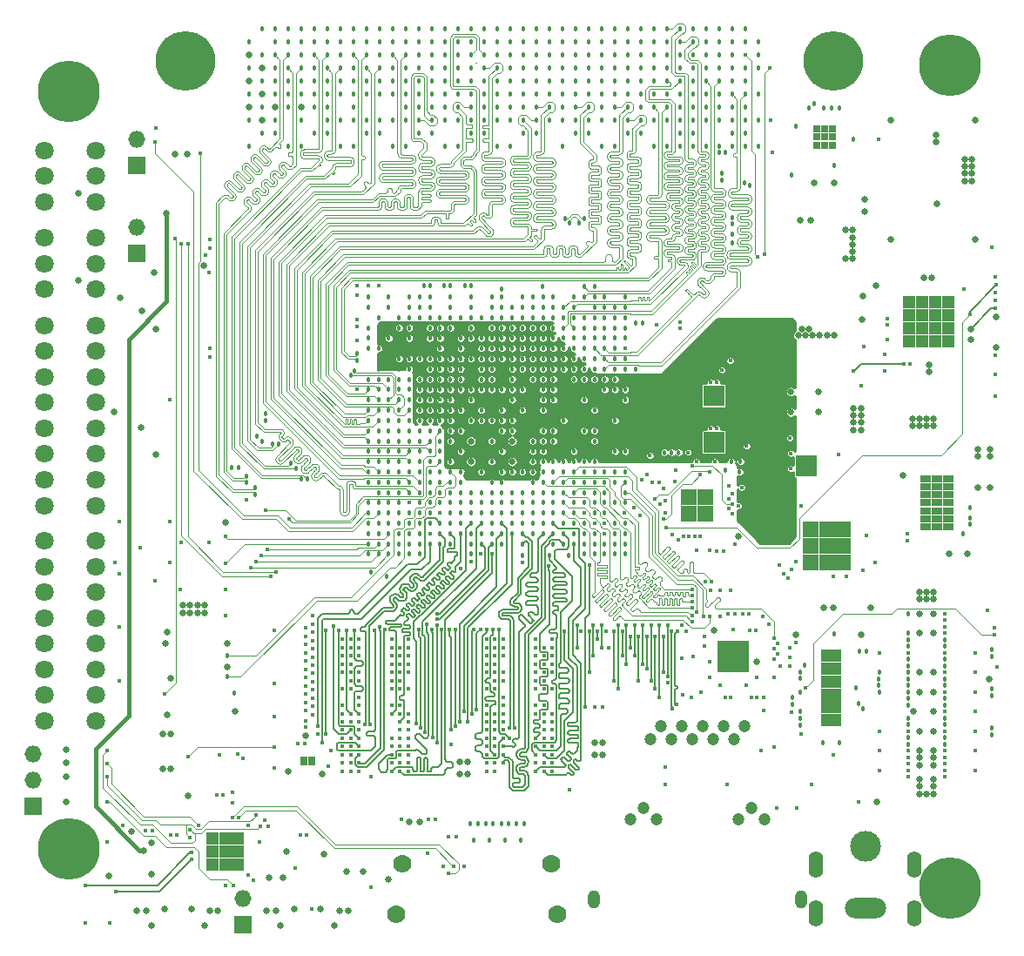
<source format=gbr>
G04 #@! TF.FileFunction,Copper,L10,Inr,Signal*
%FSLAX46Y46*%
G04 Gerber Fmt 4.6, Leading zero omitted, Abs format (unit mm)*
G04 Created by KiCad (PCBNEW (2016-08-02 BZR 7002)-product) date Mon Oct 17 13:50:08 2016*
%MOMM*%
%LPD*%
G01*
G04 APERTURE LIST*
%ADD10C,0.101600*%
%ADD11R,1.600000X1.600000*%
%ADD12C,1.200000*%
%ADD13O,1.200000X1.800000*%
%ADD14C,1.778000*%
%ADD15R,1.651000X1.651000*%
%ADD16O,1.651000X1.651000*%
%ADD17R,0.750000X0.900000*%
%ADD18R,1.080000X0.780000*%
%ADD19R,1.287500X1.287500*%
%ADD20R,1.000000X1.250000*%
%ADD21R,1.250000X1.250000*%
%ADD22R,1.000000X1.000000*%
%ADD23R,1.500000X1.500000*%
%ADD24R,0.800000X0.800000*%
%ADD25C,5.800000*%
%ADD26C,1.800000*%
%ADD27C,3.000000*%
%ADD28O,1.400000X2.600000*%
%ADD29O,4.000000X2.000000*%
%ADD30C,6.000000*%
%ADD31C,0.635000*%
%ADD32C,0.406400*%
%ADD33C,0.457200*%
%ADD34C,1.270000*%
%ADD35C,0.088900*%
%ADD36C,0.381000*%
%ADD37C,0.127000*%
%ADD38C,0.106680*%
%ADD39C,0.165100*%
%ADD40C,0.147320*%
%ADD41C,0.254000*%
G04 APERTURE END LIST*
D10*
D11*
X95400000Y-78700000D03*
X97000000Y-78700000D03*
X95400000Y-77100000D03*
X97000000Y-77100000D03*
D12*
X91661000Y-100596000D03*
X93693000Y-100596000D03*
X95725000Y-100596000D03*
X97757000Y-100596000D03*
X99789000Y-100596000D03*
X92677000Y-99326000D03*
X94709000Y-99326000D03*
X96741000Y-99326000D03*
X98773000Y-99326000D03*
X100805000Y-99326000D03*
X89723000Y-108346000D03*
X90993000Y-107326000D03*
X92263000Y-108346000D03*
X100203000Y-108346000D03*
X101473000Y-107326000D03*
X102743000Y-108346000D03*
D13*
X86148000Y-116156000D03*
X106318000Y-116156000D03*
D14*
X67500000Y-112700000D03*
X82000000Y-112700000D03*
X82600000Y-117650000D03*
X66900000Y-117650000D03*
D15*
X31600000Y-107140000D03*
D16*
X31600000Y-104600000D03*
X31600000Y-102060000D03*
D15*
X52000000Y-118640000D03*
D16*
X52000000Y-116100000D03*
D15*
X41656000Y-44831000D03*
D16*
X41656000Y-42291000D03*
D15*
X41656000Y-53340000D03*
D16*
X41656000Y-50800000D03*
D17*
X57925000Y-102700000D03*
X58675000Y-102700000D03*
D18*
X120580000Y-79937000D03*
X119500000Y-79937000D03*
X118420000Y-79937000D03*
X120580000Y-79157000D03*
X120580000Y-78377000D03*
X120580000Y-77597000D03*
X120580000Y-76817000D03*
X120580000Y-76037000D03*
X120580000Y-75257000D03*
X119500000Y-75257000D03*
X119500000Y-76037000D03*
X119500000Y-76817000D03*
X119500000Y-77597000D03*
X119500000Y-78377000D03*
X119500000Y-79157000D03*
X118420000Y-79157000D03*
X118420000Y-78377000D03*
X118420000Y-77597000D03*
X118420000Y-76817000D03*
X118420000Y-76037000D03*
X118420000Y-75257000D03*
D19*
X120631250Y-61931250D03*
X119343750Y-61931250D03*
X118056250Y-61931250D03*
X116768750Y-61931250D03*
X120631250Y-60643750D03*
X119343750Y-60643750D03*
X118056250Y-60643750D03*
X116768750Y-60643750D03*
X120631250Y-59356250D03*
X119343750Y-59356250D03*
X118056250Y-59356250D03*
X116768750Y-59356250D03*
X120631250Y-58068750D03*
X119343750Y-58068750D03*
X118056250Y-58068750D03*
X116768750Y-58068750D03*
D20*
X109720000Y-97506000D03*
X109720000Y-96256000D03*
X109720000Y-98756000D03*
X108720000Y-98756000D03*
X108720000Y-97506000D03*
X108720000Y-96256000D03*
X108720000Y-95006000D03*
X108720000Y-93756000D03*
X108720000Y-92506000D03*
X109720000Y-92506000D03*
X109720000Y-93756000D03*
X109720000Y-95006000D03*
D21*
X49050000Y-110250000D03*
X49050000Y-112750000D03*
X51550000Y-110250000D03*
X50300000Y-112750000D03*
X49050000Y-111500000D03*
X50300000Y-111500000D03*
X51550000Y-111500000D03*
X50300000Y-110250000D03*
X51550000Y-112750000D03*
D22*
X98300000Y-66700000D03*
X98300000Y-67700000D03*
X97300000Y-67700000D03*
X97300000Y-66700000D03*
X98300000Y-71200000D03*
X98300000Y-72200000D03*
X97300000Y-72200000D03*
X97300000Y-71200000D03*
X106300000Y-73500000D03*
X107300000Y-73500000D03*
X107300000Y-74500000D03*
X106300000Y-74500000D03*
D11*
X108800000Y-81800000D03*
X110400000Y-81800000D03*
X110400000Y-83400000D03*
X108800000Y-83400000D03*
X107200000Y-83400000D03*
X107200000Y-81800000D03*
X107200000Y-80200000D03*
X108800000Y-80200000D03*
X110400000Y-80200000D03*
D23*
X98945000Y-93333000D03*
X98945000Y-91833000D03*
X100445000Y-91833000D03*
X100445000Y-93333000D03*
D24*
X109385000Y-42837000D03*
X108585000Y-42837000D03*
X107785000Y-42837000D03*
X107785000Y-42037000D03*
X108585000Y-42037000D03*
X109385000Y-42037000D03*
X109385000Y-41237000D03*
X108585000Y-41237000D03*
X107785000Y-41237000D03*
D25*
X46454300Y-34616700D03*
X109455700Y-34616700D03*
D26*
X32719000Y-67865000D03*
X32719000Y-65365000D03*
X32719000Y-62865000D03*
X32719000Y-60365000D03*
X32719000Y-70365000D03*
X32719000Y-72865000D03*
X32719000Y-75365000D03*
X32719000Y-77865000D03*
X37719000Y-60365000D03*
X37719000Y-62865000D03*
X37719000Y-65365000D03*
X37719000Y-67865000D03*
X37719000Y-70365000D03*
X37719000Y-72865000D03*
X37719000Y-75365000D03*
X37719000Y-77865000D03*
X32719000Y-88820000D03*
X32719000Y-86320000D03*
X32719000Y-83820000D03*
X32719000Y-81320000D03*
X32719000Y-91320000D03*
X32719000Y-93820000D03*
X32719000Y-96320000D03*
X32719000Y-98820000D03*
X37719000Y-81320000D03*
X37719000Y-83820000D03*
X37719000Y-86320000D03*
X37719000Y-88820000D03*
X37719000Y-91320000D03*
X37719000Y-93820000D03*
X37719000Y-96320000D03*
X37719000Y-98820000D03*
X32719000Y-56856000D03*
X32719000Y-54356000D03*
X32719000Y-51856000D03*
X37719000Y-51856000D03*
X37719000Y-54356000D03*
X37719000Y-56856000D03*
X32719000Y-48347000D03*
X32719000Y-45847000D03*
X32719000Y-43347000D03*
X37719000Y-43347000D03*
X37719000Y-45847000D03*
X37719000Y-48347000D03*
D27*
X112522000Y-110998000D03*
D28*
X107772000Y-117498000D03*
X107772000Y-112798000D03*
X117272000Y-117498000D03*
X117272000Y-112798000D03*
D29*
X112522000Y-116998000D03*
D30*
X120810000Y-115090000D03*
X35080000Y-111280000D03*
X120810000Y-35080000D03*
X35080000Y-37620000D03*
D31*
X44700000Y-90200000D03*
D32*
X64500000Y-104200000D03*
X99900000Y-81600004D03*
X113500000Y-83400000D03*
X101300002Y-90000000D03*
X48800000Y-52000000D03*
D31*
X119400000Y-41800000D03*
X119400000Y-42500000D03*
X112500000Y-48100000D03*
X112500000Y-49300000D03*
D32*
X112100000Y-66200000D03*
D31*
X112300000Y-57500000D03*
X113600000Y-56500000D03*
X124700000Y-72400000D03*
X124700000Y-73100000D03*
X123500000Y-73100000D03*
X123500000Y-72400000D03*
X112200000Y-59800000D03*
D32*
X112400000Y-62400000D03*
X114400000Y-64800000D03*
X114400000Y-63200000D03*
D31*
X108000000Y-68800000D03*
X105300000Y-66800000D03*
X108000000Y-66800000D03*
D32*
X124800000Y-52800000D03*
X125200000Y-67200000D03*
X125200000Y-57900000D03*
X125200000Y-57200000D03*
X125200000Y-55600000D03*
X125200000Y-65100000D03*
X125200000Y-63300000D03*
D31*
X125300000Y-62500000D03*
X125300000Y-59500000D03*
D32*
X107315000Y-105029000D03*
D31*
X36000000Y-47500000D03*
X36000000Y-56000000D03*
D32*
X43600000Y-41200000D03*
X125349000Y-93599000D03*
X120269000Y-94107000D03*
X123189079Y-94107556D03*
X120269000Y-96012000D03*
X123190000Y-96012000D03*
X123190000Y-97917000D03*
X120269000Y-97917000D03*
X123190000Y-99822000D03*
X120269000Y-99822000D03*
X123190000Y-101727000D03*
X120269000Y-101727000D03*
X116713000Y-101727000D03*
X113919000Y-101727000D03*
X116713000Y-99822000D03*
X113919000Y-99822000D03*
D31*
X117221000Y-97917000D03*
D33*
X116713000Y-96012000D03*
X113919000Y-96012000D03*
X116713000Y-94107000D03*
X113919000Y-94107000D03*
D32*
X125100000Y-89800000D03*
D31*
X45000000Y-94700000D03*
X50500000Y-93600000D03*
D32*
X72800000Y-110100000D03*
D31*
X68199984Y-108600000D03*
D32*
X70699998Y-108400000D03*
X71500000Y-113000000D03*
X36700000Y-118500000D03*
X39100000Y-118500000D03*
D31*
X34800000Y-106700000D03*
X34800000Y-104200000D03*
X34800000Y-102900000D03*
X51300000Y-97900000D03*
D32*
X57100000Y-113100000D03*
X38800000Y-110600000D03*
D31*
X43100000Y-110700000D03*
X39000000Y-113900000D03*
X43100000Y-113700000D03*
D32*
X40300000Y-109000000D03*
X49734776Y-102126117D03*
D31*
X44200000Y-100100000D03*
X45000000Y-100100000D03*
X56300000Y-111500000D03*
X47000000Y-117100000D03*
X50300000Y-79500000D03*
D32*
X43500000Y-85200000D03*
X45900000Y-86000000D03*
X48700000Y-81500000D03*
X42000000Y-82000000D03*
X46000000Y-81500000D03*
X44900000Y-67600000D03*
X44900000Y-79400000D03*
X48700000Y-55200002D03*
X48800000Y-62600000D03*
D31*
X43400006Y-55200000D03*
X46600000Y-43700000D03*
D33*
X94400000Y-72700000D03*
D32*
X109400000Y-102100000D03*
X103700000Y-101400000D03*
X103900000Y-107300000D03*
X99100000Y-105000000D03*
X106300000Y-100100000D03*
D31*
X123200000Y-40400000D03*
X115000000Y-40400000D03*
X123200000Y-52000000D03*
X115000000Y-52000000D03*
X119500000Y-48500000D03*
X113700000Y-106700000D03*
X106200000Y-50100000D03*
X107200000Y-50100000D03*
X105300000Y-68800000D03*
X73900000Y-104000000D03*
X73100000Y-104000000D03*
D32*
X72300000Y-101100000D03*
X87000000Y-97500000D03*
X86200000Y-97500000D03*
D31*
X86200000Y-102100000D03*
X87000000Y-102100000D03*
D32*
X60600000Y-101700000D03*
X55100000Y-95200000D03*
X55100000Y-90000000D03*
X55100000Y-98400000D03*
X59300000Y-100100000D03*
D31*
X55900000Y-114100000D03*
X54600000Y-114100000D03*
D32*
X64500000Y-115000000D03*
D31*
X62100000Y-113500000D03*
X59600000Y-117100000D03*
D33*
X93000000Y-72700000D03*
X93700000Y-72700000D03*
D31*
X105800000Y-90400000D03*
X108500000Y-87800000D03*
X109400000Y-87800000D03*
X112100000Y-90400000D03*
X113100000Y-87800000D03*
D32*
X93800000Y-80700000D03*
X52400000Y-77300000D03*
D33*
X75200000Y-66600000D03*
X79200000Y-77600000D03*
X73200000Y-74600000D03*
D31*
X74200000Y-73600000D03*
X74200000Y-71600000D03*
D33*
X65200000Y-62600000D03*
X66200000Y-61600000D03*
D32*
X62500000Y-98900000D03*
D31*
X78200000Y-73600000D03*
D33*
X77200000Y-74600000D03*
D31*
X78200000Y-71600000D03*
D33*
X71200000Y-61600000D03*
X75200000Y-69600000D03*
X88200000Y-72600000D03*
X76200000Y-69600000D03*
X78200000Y-69600000D03*
X77200000Y-70600000D03*
X80200000Y-71600000D03*
D32*
X106300004Y-77900000D03*
D33*
X79000000Y-110400000D03*
X77500000Y-110400000D03*
X76000000Y-110400000D03*
X74500000Y-110400000D03*
D32*
X100200000Y-77900000D03*
X112300000Y-84200000D03*
X93300000Y-95100000D03*
X104267000Y-93472000D03*
X94742000Y-96266000D03*
X102616000Y-97790000D03*
X95631000Y-96520000D03*
X98425000Y-86106000D03*
D33*
X66200000Y-78600000D03*
X64200000Y-82600000D03*
X67200000Y-81600000D03*
X82200000Y-76600000D03*
X89200000Y-77600000D03*
X86200000Y-78600000D03*
X87200000Y-81600000D03*
X72200000Y-76600000D03*
D32*
X87600006Y-91700000D03*
X70200000Y-80600000D03*
D33*
X73200000Y-79600000D03*
X76200000Y-78600000D03*
X74200000Y-82600000D03*
X77200000Y-81600000D03*
X83200000Y-79600000D03*
X80200000Y-80600000D03*
X83700000Y-82700000D03*
D32*
X75700000Y-97300000D03*
X82100000Y-90900000D03*
X82100000Y-92500000D03*
X82100000Y-94100000D03*
X75700000Y-90900000D03*
X75700000Y-92500000D03*
X75700000Y-94100000D03*
X81300000Y-97300000D03*
X82100000Y-98900000D03*
X82100000Y-100500000D03*
X81300000Y-100500000D03*
X82100000Y-101300000D03*
X80500000Y-102900000D03*
X82100000Y-102900000D03*
X75700000Y-103700000D03*
X75700000Y-102900000D03*
X76500000Y-101300000D03*
X76500000Y-100500000D03*
X75700000Y-99700000D03*
X76500000Y-98900000D03*
X75700000Y-98900000D03*
X61700000Y-97300000D03*
X68100000Y-90900000D03*
X68100000Y-92500000D03*
X68100000Y-94100000D03*
X67300000Y-97300000D03*
X66500000Y-102900000D03*
X68100000Y-101300000D03*
X67300000Y-100500000D03*
X68100000Y-100500000D03*
X68100000Y-98900000D03*
X68100000Y-102900000D03*
X61700000Y-90900000D03*
X61700000Y-92500000D03*
X61700000Y-94100000D03*
X61700000Y-98900000D03*
X61700000Y-99700000D03*
X61700000Y-103700000D03*
X61700000Y-102900000D03*
X62500000Y-100500000D03*
X62500000Y-101300000D03*
D33*
X60198000Y-41656000D03*
X76200000Y-75600000D03*
X85200000Y-75600000D03*
X88200000Y-74600000D03*
X72200000Y-73600000D03*
X76200000Y-73600000D03*
X81200000Y-73600000D03*
X84200000Y-72600000D03*
X77200000Y-72600000D03*
X73200000Y-72600000D03*
X72200000Y-71600000D03*
X76200000Y-71600000D03*
X73200000Y-70600000D03*
X72200000Y-69600000D03*
X74200000Y-69600000D03*
X83200000Y-69600000D03*
X86200000Y-68600000D03*
X79200000Y-68600000D03*
X77200000Y-68600000D03*
X75200000Y-68600000D03*
X73200000Y-68600000D03*
X78200000Y-67600000D03*
X74200000Y-67600000D03*
X67200000Y-59600000D03*
X69200000Y-59600000D03*
X71200000Y-59600000D03*
X65200000Y-59600000D03*
X64200000Y-57600000D03*
X66200000Y-57600000D03*
X68200000Y-57600000D03*
X70200000Y-57600000D03*
X72200000Y-57600000D03*
X89200000Y-67600000D03*
X73200000Y-59600000D03*
X75200000Y-59600000D03*
X74200000Y-57600000D03*
X76199718Y-57600000D03*
X76200000Y-58600000D03*
X76199718Y-59600000D03*
X76199718Y-60600000D03*
X76200000Y-61600000D03*
X74200000Y-61600000D03*
X70200000Y-61600000D03*
X68200000Y-61600000D03*
X64200000Y-61600000D03*
X70200000Y-64600000D03*
X67200000Y-63600000D03*
X69200000Y-63600000D03*
X70200000Y-63600000D03*
X71200000Y-63600000D03*
X72200000Y-63600000D03*
X73200000Y-63600000D03*
X75200000Y-63600000D03*
X73200000Y-66600000D03*
X76200000Y-65600000D03*
X82200000Y-66600000D03*
X77200000Y-66600000D03*
X79200000Y-66600000D03*
X78200000Y-65600000D03*
X85200000Y-65600000D03*
X76200000Y-63600000D03*
X76200000Y-62600000D03*
X81200000Y-63600000D03*
X88200000Y-64600000D03*
X87200000Y-61600000D03*
X84200000Y-62600000D03*
X77200000Y-61600000D03*
X80200000Y-60600000D03*
X83200000Y-59600000D03*
X86200000Y-58600000D03*
X89200000Y-57600000D03*
X79200000Y-57600000D03*
X70200000Y-65600000D03*
X69200000Y-65600000D03*
X68200000Y-65600000D03*
X67200000Y-65600000D03*
X66200000Y-65600000D03*
X65200000Y-65600000D03*
X64200000Y-65600000D03*
X68200000Y-74600000D03*
X69200000Y-77600000D03*
X65200000Y-75600000D03*
X70200000Y-70600000D03*
X64200000Y-72600000D03*
X67200000Y-71600000D03*
X69200000Y-67600000D03*
X66200000Y-68600000D03*
X98298000Y-40386000D03*
X86868000Y-42926000D03*
X88138000Y-42926000D03*
X61468000Y-42926000D03*
X93218000Y-32766000D03*
X53848000Y-31496000D03*
X57658000Y-31496000D03*
X61468000Y-31496000D03*
X65278000Y-31496000D03*
X69088000Y-31496000D03*
X72898000Y-31496000D03*
X76708000Y-31496000D03*
X80518000Y-31496000D03*
X84328000Y-31496000D03*
X88138000Y-31496000D03*
X91948000Y-31496000D03*
X95758000Y-31496000D03*
X52578000Y-42926000D03*
X56388000Y-42926000D03*
X57658000Y-42926000D03*
X62738000Y-42926000D03*
X66548000Y-42926000D03*
X67818000Y-42926000D03*
X71628000Y-42926000D03*
X72898000Y-42926000D03*
X76708000Y-42926000D03*
X77978000Y-42926000D03*
X83058000Y-42926000D03*
X91948000Y-42926000D03*
X93218000Y-42926000D03*
X97028000Y-42926000D03*
X98298000Y-42926000D03*
X102108000Y-42926000D03*
X100838000Y-41656000D03*
X99568000Y-41656000D03*
X95758000Y-41656000D03*
X94488000Y-41656000D03*
X90678000Y-41656000D03*
X89408000Y-41656000D03*
X85598000Y-41656000D03*
X84328000Y-41656000D03*
X80518000Y-41656000D03*
X79248000Y-41656000D03*
X75438000Y-41656000D03*
X74168000Y-41656000D03*
X70358000Y-41656000D03*
X69088000Y-41656000D03*
X65278000Y-41656000D03*
X64008000Y-41656000D03*
X58928000Y-41656000D03*
X55118000Y-41656000D03*
X53848000Y-41656000D03*
X52578000Y-40386000D03*
X55118000Y-40386000D03*
X57658000Y-40386000D03*
X60198000Y-40386000D03*
X61468000Y-40386000D03*
X62738000Y-40386000D03*
X66548000Y-40386000D03*
X67818000Y-40386000D03*
X71628000Y-40386000D03*
X72898000Y-40386000D03*
X76708000Y-40386000D03*
X77978000Y-40386000D03*
X81788000Y-40386000D03*
X83058000Y-40386000D03*
X86868000Y-40386000D03*
X88138000Y-40386000D03*
X91948000Y-40386000D03*
X93218000Y-40386000D03*
X97028000Y-40386000D03*
X102108000Y-40386000D03*
X100838000Y-39116000D03*
X99568000Y-39116000D03*
X95758000Y-39116000D03*
X94488000Y-39116000D03*
X90678000Y-39116000D03*
X86868000Y-39116000D03*
X83058000Y-39116000D03*
X79248000Y-39116000D03*
X75438000Y-39116000D03*
X71628000Y-39116000D03*
X67818000Y-39116000D03*
X58928000Y-39116000D03*
X56388000Y-39116000D03*
X53848000Y-39116000D03*
X52578000Y-37846000D03*
X55118000Y-37846000D03*
X58928000Y-37846000D03*
X62738000Y-37846000D03*
X66548000Y-37846000D03*
X70358000Y-37846000D03*
X74168000Y-37846000D03*
X77978000Y-37846000D03*
X81788000Y-37846000D03*
X85598000Y-37846000D03*
X89408000Y-37846000D03*
X93218000Y-37846000D03*
X97028000Y-37846000D03*
X98298000Y-37846000D03*
X102108000Y-37846000D03*
X100838000Y-36576000D03*
X99568000Y-36576000D03*
X95758000Y-36576000D03*
X84328000Y-36576000D03*
X80518000Y-36576000D03*
X76708000Y-36576000D03*
X72898000Y-36576000D03*
X69088000Y-36576000D03*
X65278000Y-36576000D03*
X61468000Y-36576000D03*
X57658000Y-36576000D03*
X53848000Y-36576000D03*
X52578000Y-35306000D03*
X55118000Y-35306000D03*
X58928000Y-35306000D03*
X62738000Y-35306000D03*
X66548000Y-35306000D03*
X70358000Y-35306000D03*
X74168000Y-35306000D03*
X77978000Y-35306000D03*
X81788000Y-35306000D03*
X85598000Y-35306000D03*
X89408000Y-35306000D03*
X93218000Y-35306000D03*
X88138000Y-36576000D03*
X91948000Y-36576000D03*
X97028000Y-35306000D03*
X98298000Y-35306000D03*
X102108000Y-35306000D03*
X99568000Y-34036000D03*
X95758000Y-34036000D03*
X91948000Y-34036000D03*
X88138000Y-34036000D03*
X84328000Y-34036000D03*
X80518000Y-34036000D03*
X76708000Y-34036000D03*
X72898000Y-34036000D03*
X69088000Y-34036000D03*
X65278000Y-34036000D03*
X61468000Y-34036000D03*
X57658000Y-34036000D03*
X53848000Y-34036000D03*
X52578000Y-32766000D03*
X55118000Y-32766000D03*
X58928000Y-32766000D03*
X62738000Y-32766000D03*
X66548000Y-32766000D03*
X70358000Y-32766000D03*
X74168000Y-32766000D03*
X77978000Y-32766000D03*
X81788000Y-32766000D03*
X85598000Y-32766000D03*
X89408000Y-32766000D03*
X97028000Y-32766000D03*
X98298000Y-32766000D03*
X102108000Y-32766000D03*
X100838000Y-31496000D03*
X99568000Y-31496000D03*
X77200000Y-69600000D03*
D31*
X44600000Y-49500000D03*
X42400000Y-111400000D03*
X112100000Y-68400000D03*
X111400000Y-68400000D03*
X112100000Y-70500000D03*
X112100000Y-69800000D03*
X112100000Y-69100000D03*
X111400000Y-70500000D03*
X111400000Y-69800000D03*
X111400000Y-69100000D03*
D32*
X122100000Y-56800000D03*
D31*
X73900000Y-102800000D03*
X73100000Y-102800000D03*
X86200000Y-100900000D03*
X87000000Y-100900000D03*
D32*
X57400000Y-101000000D03*
D33*
X74200000Y-77600000D03*
X77200000Y-76600000D03*
D32*
X71200000Y-78600000D03*
D33*
X75200000Y-80600000D03*
X81200000Y-78600000D03*
X78200000Y-79600000D03*
X72200000Y-81600000D03*
X79200000Y-82700000D03*
X82200000Y-81600000D03*
D32*
X76500000Y-95700000D03*
X82100000Y-91700000D03*
X82100000Y-93300000D03*
X81300000Y-95700000D03*
X75700000Y-91700000D03*
X75700000Y-93300000D03*
X81300000Y-98100000D03*
X82100000Y-99700000D03*
X81300000Y-101300000D03*
X82100000Y-102100000D03*
X81300000Y-102900000D03*
X82100000Y-103700000D03*
X76500000Y-103700000D03*
X75700000Y-102100000D03*
X75700000Y-101300000D03*
X75700000Y-100500000D03*
X77300000Y-98900000D03*
X75700000Y-98100000D03*
X62500000Y-95700000D03*
X68100000Y-91700000D03*
X68100000Y-93300000D03*
X67300000Y-95700000D03*
X67300000Y-101300000D03*
X68100000Y-99700000D03*
X67300000Y-98100000D03*
X67300000Y-102900000D03*
X68100000Y-102100000D03*
X68100000Y-103700000D03*
X61700000Y-91700000D03*
X61700000Y-93300000D03*
X63300000Y-98900000D03*
X62500000Y-103700000D03*
X61700000Y-102100000D03*
X61700000Y-98100000D03*
X61700000Y-101300000D03*
X61700000Y-100500000D03*
D31*
X58100000Y-100300000D03*
D32*
X60300000Y-103200000D03*
X76500000Y-94100000D03*
X82100000Y-98100000D03*
X68100000Y-98100000D03*
X62500000Y-94100000D03*
D33*
X78200000Y-77600000D03*
X80200000Y-77600000D03*
D31*
X124700000Y-76100000D03*
X123500000Y-76100000D03*
X122500000Y-82600000D03*
X120700000Y-82600000D03*
X119200004Y-105900004D03*
X119200000Y-105200000D03*
X119200000Y-104500000D03*
X119200004Y-103100000D03*
X119200000Y-102400000D03*
X119200000Y-101700000D03*
X119200002Y-99800000D03*
X119200000Y-97900000D03*
X119200000Y-96000000D03*
X119200000Y-94100000D03*
X119200000Y-90300000D03*
X119199996Y-88400000D03*
X119200000Y-87000000D03*
X119200000Y-86300000D03*
X118500000Y-86300000D03*
X117800000Y-86300000D03*
X118500000Y-87000000D03*
X117800000Y-87000000D03*
X118500000Y-105900018D03*
X117800000Y-105900000D03*
X117800000Y-105200000D03*
X117800000Y-104500000D03*
X117800000Y-103100000D03*
X117800000Y-102400000D03*
X117800000Y-101700000D03*
X117800000Y-99800000D03*
X117800000Y-88400000D03*
X117800000Y-90300000D03*
X117800000Y-94100000D03*
X117800000Y-96000000D03*
X118700000Y-64900000D03*
X118700000Y-64200000D03*
X119000000Y-55700000D03*
X118200000Y-55700000D03*
X122800004Y-61700000D03*
X124587000Y-94742006D03*
D32*
X72000000Y-110100000D03*
D31*
X69200004Y-108600000D03*
X44200000Y-103500000D03*
X45000000Y-103500000D03*
D32*
X93100000Y-103300000D03*
D31*
X66200000Y-114200000D03*
D32*
X116586000Y-81280000D03*
D33*
X122700000Y-78100000D03*
D31*
X59700000Y-104000000D03*
X100200000Y-80900000D03*
X122900000Y-46300000D03*
X122900000Y-45600000D03*
X122900000Y-44900000D03*
X122900000Y-44200000D03*
X122200000Y-44200000D03*
X122200000Y-44900000D03*
X122200000Y-45600000D03*
X122200000Y-46300000D03*
D32*
X98600000Y-64700000D03*
X112649000Y-80772000D03*
X124400000Y-88100000D03*
D31*
X46700000Y-106100000D03*
X44500000Y-91300000D03*
X44700000Y-98200000D03*
X48200000Y-54500000D03*
X34800000Y-101600000D03*
X41200000Y-109600000D03*
D32*
X53600000Y-110600000D03*
X44900000Y-83408802D03*
X39600000Y-83400000D03*
D31*
X45400000Y-43700000D03*
D32*
X105900000Y-107300000D03*
X103649802Y-92837000D03*
D33*
X109500000Y-90392800D03*
X106600000Y-93400000D03*
X106200000Y-96000000D03*
X106200000Y-97900000D03*
X108400000Y-100900000D03*
X110000000Y-100900000D03*
D32*
X98100000Y-65895182D03*
X98100000Y-70395180D03*
X50300000Y-114800000D03*
X58000000Y-101000000D03*
D31*
X56400000Y-103700000D03*
D32*
X92200000Y-60300000D03*
X105300000Y-72800000D03*
X96500000Y-80900000D03*
X96000000Y-80900000D03*
X110700000Y-84800000D03*
X94700000Y-92700000D03*
D33*
X109474000Y-44831000D03*
X111378996Y-42291000D03*
X89200000Y-82600000D03*
X88200000Y-79600000D03*
X85200000Y-80600000D03*
X72200000Y-70600000D03*
X72200000Y-68600000D03*
X111633000Y-95631000D03*
X73200000Y-64600000D03*
X72200000Y-64600000D03*
X71200000Y-64600000D03*
X74200000Y-63600000D03*
X62738000Y-39116000D03*
D31*
X57658000Y-39116000D03*
X55118000Y-39116000D03*
X53848000Y-40386000D03*
X52578000Y-39116000D03*
X116205000Y-74930000D03*
X103300000Y-61200000D03*
X103000000Y-69100000D03*
X104000000Y-69100000D03*
D34*
X104500000Y-81100000D03*
X102600000Y-81100002D03*
D31*
X104800000Y-77700000D03*
X104800000Y-78400000D03*
X104800000Y-79100000D03*
X104817400Y-79800000D03*
X104100000Y-79800000D03*
X104100000Y-79100000D03*
X104100000Y-78400000D03*
X104100000Y-77700000D03*
X73200000Y-71600000D03*
X66200000Y-62600000D03*
X79200000Y-71600000D03*
X77200000Y-71600000D03*
D33*
X76200000Y-68600000D03*
X79200000Y-73600000D03*
X80200000Y-66600000D03*
X76200000Y-74600000D03*
X74200000Y-74600000D03*
X73200000Y-73600000D03*
X75200000Y-73600000D03*
X77200000Y-73600000D03*
X76200000Y-72600000D03*
X72200000Y-72600000D03*
X75200000Y-71600000D03*
X74200000Y-70600000D03*
X73200000Y-69600000D03*
X79200000Y-69600000D03*
X78200000Y-68600000D03*
X74200000Y-68600000D03*
X77200000Y-67600000D03*
X73200000Y-67600000D03*
X69200000Y-60600000D03*
X73200000Y-60600000D03*
X75200000Y-60600000D03*
X68200000Y-62600000D03*
X70200000Y-62600000D03*
X74200000Y-62600000D03*
X69200000Y-64600000D03*
X65200000Y-64600000D03*
X67200000Y-64600000D03*
D32*
X96900000Y-90600000D03*
X97400000Y-94600000D03*
X101900000Y-90000000D03*
X99700000Y-89900000D03*
D31*
X117100000Y-69400000D03*
X117800000Y-69400000D03*
X118500000Y-69400000D03*
X117100000Y-70100000D03*
X117800000Y-70100000D03*
X118500000Y-70100000D03*
X119200000Y-69400000D03*
X119200000Y-70100000D03*
D33*
X64200000Y-60600000D03*
D31*
X101981000Y-93091000D03*
D32*
X101981000Y-94615000D03*
D33*
X64200000Y-58600000D03*
X71200000Y-60600000D03*
X67200000Y-60600000D03*
X70200000Y-58600000D03*
X68200000Y-58600000D03*
X66200000Y-58600000D03*
X72200000Y-58600000D03*
X74200000Y-58600000D03*
X64200000Y-62600000D03*
X68200000Y-63600000D03*
D32*
X105400000Y-98000000D03*
X105300000Y-74300000D03*
X101000000Y-72100000D03*
D31*
X110600000Y-51100000D03*
X111300000Y-51100000D03*
X111300000Y-51800000D03*
X111300000Y-52500000D03*
X111300000Y-53200000D03*
X111300000Y-53900000D03*
X110600000Y-53900000D03*
D32*
X116900000Y-64100000D03*
D33*
X75200000Y-74600000D03*
X79200000Y-74600000D03*
X75200000Y-65600000D03*
X76200000Y-64600000D03*
X71200000Y-62600000D03*
D32*
X99400000Y-86100000D03*
X100500006Y-76100000D03*
X99300000Y-78200000D03*
X99300000Y-76000000D03*
X99300000Y-77200000D03*
X94000000Y-75500000D03*
X93100000Y-77400000D03*
X93100000Y-78600000D03*
D31*
X97790000Y-89997898D03*
D33*
X107600000Y-38800000D03*
X87200000Y-76600000D03*
X84200000Y-77600000D03*
X73200000Y-75600000D03*
X77200000Y-75600000D03*
X83200000Y-74600000D03*
X80200000Y-74600000D03*
X86200000Y-73600000D03*
X72200000Y-66600000D03*
X73200000Y-65600000D03*
X74200000Y-66600000D03*
X76200000Y-66600000D03*
X78200000Y-66600000D03*
X78200000Y-70600000D03*
D32*
X55100000Y-103400000D03*
D31*
X48300000Y-87600000D03*
X47600000Y-87600000D03*
X46900000Y-87600000D03*
X46200000Y-87600000D03*
X46200000Y-88300000D03*
X48300000Y-88300000D03*
X47600000Y-88300000D03*
X46900000Y-88300000D03*
X50500000Y-91300000D03*
D33*
X65200000Y-80600000D03*
X68200000Y-79600000D03*
X69200000Y-82600000D03*
X70200000Y-75600000D03*
X64200000Y-77600000D03*
X67200000Y-76600000D03*
X69200000Y-72600000D03*
X66200000Y-73600000D03*
X65200000Y-70600000D03*
X68200000Y-69600000D03*
X67200000Y-66600000D03*
X64200000Y-67600000D03*
D31*
X53848000Y-35306000D03*
X53848000Y-37846000D03*
X52578000Y-36576000D03*
X52578000Y-34036000D03*
D32*
X125200000Y-58700000D03*
X114700000Y-61700000D03*
D31*
X122800000Y-60677697D03*
D33*
X69200000Y-58600000D03*
X105410000Y-97231200D03*
X69200000Y-57600000D03*
X105410000Y-96570800D03*
D31*
X44400000Y-117100000D03*
X107100000Y-60700000D03*
X106400000Y-60700000D03*
X109500004Y-61300000D03*
X108800000Y-61300000D03*
X108100000Y-61300000D03*
X107400000Y-61300000D03*
X106700000Y-61300000D03*
X106000002Y-61300000D03*
D32*
X97500000Y-65895188D03*
X97506444Y-70395183D03*
X89200000Y-62600000D03*
D33*
X85200000Y-67600000D03*
X89200000Y-72600000D03*
X82200000Y-71600000D03*
X85200000Y-70600000D03*
X88200000Y-69600000D03*
X81200000Y-68600000D03*
X87200000Y-66600000D03*
X80200000Y-65600000D03*
X83200000Y-64600000D03*
X79200000Y-62600000D03*
X86200000Y-63600000D03*
X82200000Y-61600000D03*
X85200000Y-60600000D03*
X81200000Y-58600000D03*
X88200000Y-59600000D03*
X84200000Y-57600000D03*
X78200000Y-59600000D03*
X82200000Y-74600000D03*
D31*
X57000000Y-117100000D03*
D32*
X96100000Y-82200000D03*
X96520000Y-96012000D03*
X102616000Y-96520000D03*
X98425000Y-95377000D03*
X100965000Y-95377000D03*
X97409000Y-93091000D03*
D33*
X98298000Y-43561000D03*
X97028000Y-39116000D03*
D32*
X94550000Y-60000000D03*
D33*
X75200000Y-61600000D03*
X98933000Y-43561000D03*
X98298000Y-39116000D03*
X75200000Y-62600000D03*
D32*
X94550000Y-60600000D03*
X68200000Y-77600000D03*
X73500000Y-113000000D03*
D33*
X64200000Y-75600000D03*
X102108000Y-34036000D03*
D32*
X114700000Y-60300000D03*
X105200000Y-71300000D03*
X98100000Y-82300000D03*
X72000000Y-113600000D03*
X43200000Y-109500000D03*
X51500000Y-102000000D03*
X51000000Y-108200000D03*
D33*
X88200000Y-81600000D03*
D32*
X114700000Y-59700000D03*
X109900000Y-72900000D03*
X98800000Y-82300000D03*
X72500000Y-113000002D03*
X42500000Y-109500000D03*
X52000000Y-102500000D03*
X51600000Y-108200000D03*
D33*
X89200000Y-79600000D03*
D32*
X99400000Y-63800000D03*
X89096756Y-78603244D03*
D33*
X60198000Y-39116000D03*
D32*
X103300000Y-40400000D03*
X99600000Y-78700000D03*
X90800000Y-75400000D03*
D33*
X85200000Y-82600000D03*
D32*
X97400000Y-82200000D03*
X58700000Y-117100000D03*
X95758000Y-92583006D03*
X97000000Y-85300000D03*
D33*
X85200000Y-79600000D03*
D31*
X49600000Y-117300000D03*
X48800000Y-117300000D03*
X48300000Y-118700000D03*
X43100000Y-118700000D03*
X41700000Y-117300000D03*
X42600000Y-117300000D03*
X63700000Y-113500000D03*
X55200000Y-117300000D03*
X54300000Y-117300000D03*
X55700000Y-118700000D03*
X60899986Y-118700000D03*
X61400000Y-117300000D03*
X62300000Y-117300000D03*
D32*
X116713000Y-104267000D03*
X123190000Y-103632000D03*
X120269000Y-103632000D03*
X113919000Y-103632000D03*
X116713000Y-103632000D03*
X116713000Y-102997000D03*
X116713000Y-102362000D03*
D33*
X120269000Y-101092000D03*
X116713000Y-101092000D03*
X120269000Y-100457000D03*
X116713000Y-100457000D03*
X112268000Y-97663000D03*
X111887000Y-97155000D03*
X120269000Y-97282000D03*
X116713000Y-97282000D03*
X120269000Y-96647000D03*
X116713000Y-96647000D03*
X113871798Y-95377000D03*
X113871776Y-94742000D03*
X120269000Y-93472000D03*
X116713000Y-93472000D03*
X120269000Y-92837000D03*
X116713000Y-92837000D03*
X112606278Y-92067004D03*
X111945878Y-92067004D03*
X116713000Y-90297000D03*
X116713000Y-88392000D03*
D32*
X120269000Y-102997000D03*
X120269000Y-104267000D03*
X120269000Y-102362000D03*
X120269000Y-90297000D03*
D33*
X120269000Y-90932000D03*
X116713000Y-90932000D03*
D32*
X105800000Y-91200000D03*
X102100000Y-53700000D03*
X120269000Y-89026998D03*
X100838000Y-34036000D03*
X91800000Y-75600000D03*
D33*
X65278000Y-40386000D03*
D32*
X86200000Y-79600000D03*
X120269000Y-88391992D03*
X105200000Y-91700000D03*
X102752255Y-53431700D03*
X120269000Y-89662015D03*
X103251000Y-35306000D03*
X92500000Y-75600000D03*
D33*
X64008000Y-40386000D03*
D32*
X87200000Y-80600000D03*
D33*
X120269000Y-98552000D03*
X116713000Y-98552000D03*
X124841000Y-99491800D03*
X124841000Y-100152200D03*
X120269000Y-99187000D03*
X116713000Y-99187000D03*
X124841000Y-96342200D03*
X120269000Y-94742000D03*
X116713000Y-94742000D03*
X120269000Y-95377000D03*
X116713000Y-95377000D03*
X124841000Y-95681800D03*
X124841000Y-92532200D03*
X124841000Y-91871800D03*
X120269000Y-91567000D03*
X116713000Y-91567000D03*
D32*
X70000000Y-111700000D03*
D33*
X68200000Y-82600000D03*
X79355600Y-108800000D03*
X74144400Y-108800000D03*
X69200000Y-79600000D03*
X74855600Y-108800000D03*
X69200000Y-78600000D03*
X68200000Y-80600000D03*
X75644400Y-108800000D03*
X69200000Y-80600000D03*
X76355600Y-108800000D03*
X68200000Y-81600000D03*
X77144400Y-108800000D03*
X69200000Y-81600000D03*
X77855600Y-108800000D03*
X67200000Y-82600000D03*
X78644400Y-108800000D03*
D32*
X125300000Y-56400000D03*
X122700000Y-59300000D03*
X93200000Y-80000000D03*
X87200000Y-79600000D03*
D33*
X99600000Y-49900000D03*
X100838000Y-42926000D03*
X71600000Y-56500000D03*
X72200000Y-60600000D03*
X100838000Y-37846000D03*
X87200000Y-64600000D03*
X99600000Y-50500000D03*
X72200000Y-56500000D03*
X72200000Y-59600000D03*
X99568000Y-42926000D03*
X99568000Y-37846000D03*
X87200000Y-63600000D03*
X86200000Y-62600000D03*
X98298000Y-36576000D03*
X87200000Y-62600000D03*
X97028000Y-36576000D03*
X99600000Y-51500000D03*
X73600000Y-56500000D03*
X74200000Y-60600000D03*
X95758000Y-40386000D03*
X100800000Y-46500000D03*
X95758000Y-42926000D03*
X69600000Y-56500000D03*
X70200000Y-60600000D03*
X95758000Y-37846000D03*
X81200000Y-67600000D03*
X62900000Y-64800000D03*
X67200000Y-68600000D03*
X95758000Y-35306000D03*
X95758000Y-32766000D03*
X83200000Y-60600000D03*
X99600000Y-52300000D03*
X74200000Y-56500000D03*
X74200000Y-59600000D03*
X94488000Y-40386000D03*
X101318835Y-46707534D03*
X94488000Y-42926000D03*
X70200000Y-56500000D03*
X70200000Y-59600000D03*
X94488000Y-37846000D03*
X82200000Y-67600000D03*
X94488000Y-36576000D03*
X85200000Y-57600000D03*
X62500000Y-65200000D03*
X66200000Y-67600000D03*
X94488000Y-35306000D03*
X94488000Y-34036000D03*
X70200000Y-66600000D03*
X94488000Y-32766000D03*
X84200000Y-60600000D03*
X94488000Y-31496000D03*
X83200000Y-58600000D03*
X63098350Y-63119000D03*
X67200000Y-69600000D03*
X93218000Y-39116000D03*
X93218000Y-36576000D03*
X85200000Y-56600000D03*
X93218000Y-34036000D03*
X69200000Y-66600000D03*
X93218000Y-31496000D03*
X84200000Y-58600000D03*
X63098350Y-63754000D03*
X66200000Y-69600000D03*
X91948000Y-39116000D03*
X91948000Y-37846000D03*
X88200000Y-66600000D03*
X91948000Y-35306000D03*
X68200000Y-67600000D03*
X91948000Y-32766000D03*
X81200000Y-64600000D03*
X90678000Y-40386000D03*
X65200000Y-66600000D03*
X90678000Y-37846000D03*
X89200000Y-66600000D03*
X87200000Y-65600000D03*
X90678000Y-36576000D03*
X90678000Y-35306000D03*
X68200000Y-66600000D03*
X90678000Y-34036000D03*
X70200000Y-68600000D03*
X90678000Y-32766000D03*
X82200000Y-64600000D03*
X90678000Y-31496000D03*
X86200000Y-65600000D03*
X89408000Y-40386000D03*
X66200000Y-66600000D03*
X89408000Y-39116000D03*
X65200000Y-67600000D03*
X88200000Y-65600000D03*
X89408000Y-36576000D03*
X89408000Y-34036000D03*
X70200000Y-67600000D03*
X89408000Y-31496000D03*
X86200000Y-64600000D03*
X88138000Y-39116000D03*
X64200000Y-66600000D03*
X81200000Y-66600000D03*
X88138000Y-37846000D03*
X88138000Y-35306000D03*
X69200000Y-69600000D03*
X84200000Y-65600000D03*
X88138000Y-32766000D03*
X81200000Y-65600000D03*
X86868000Y-37846000D03*
X90200000Y-64600000D03*
X86868000Y-36576000D03*
X86868000Y-35306000D03*
X69200000Y-68600000D03*
X86868000Y-34036000D03*
X71200000Y-69600000D03*
X85200000Y-64600000D03*
X86868000Y-32766000D03*
X86868000Y-31496000D03*
X88200000Y-63600000D03*
X83347780Y-49946780D03*
X85181220Y-49946780D03*
X85598000Y-40386000D03*
X69200000Y-71600000D03*
X85598000Y-39116000D03*
X68200000Y-68600000D03*
X89200000Y-64600000D03*
X85598000Y-36576000D03*
X85598000Y-34036000D03*
X70200000Y-69600000D03*
X89200000Y-63600000D03*
X85598000Y-31496000D03*
X83784220Y-50383220D03*
X84744780Y-50383220D03*
X69200000Y-70600000D03*
X84328000Y-40386000D03*
X84328000Y-39116000D03*
X67200000Y-67600000D03*
X80200000Y-64600000D03*
X84328000Y-37846000D03*
X71200000Y-72600000D03*
X84328000Y-35306000D03*
X88200000Y-62600000D03*
X84328000Y-32766000D03*
X80200000Y-63600000D03*
X83058000Y-37846000D03*
X78200000Y-64600000D03*
X83058000Y-36576000D03*
X71200000Y-71600000D03*
X83058000Y-35306000D03*
X83058000Y-34036000D03*
X70200000Y-73600000D03*
X89200000Y-61600000D03*
X83058000Y-32766000D03*
X90866704Y-60090600D03*
X79200000Y-61600000D03*
X83058000Y-31496000D03*
X81788000Y-39116000D03*
X65200000Y-68600000D03*
X79200000Y-64600000D03*
X81788000Y-36576000D03*
X81788000Y-34036000D03*
X69200000Y-73600000D03*
X90219004Y-60090600D03*
X79200000Y-60600000D03*
X81788000Y-31496000D03*
X80518000Y-40386000D03*
X65200000Y-69600000D03*
X80518000Y-39116000D03*
X64200000Y-68600000D03*
X80518000Y-37846000D03*
X88200000Y-58600000D03*
X80518000Y-35306000D03*
X70200000Y-74600000D03*
X88200000Y-61600000D03*
X80518000Y-32766000D03*
X79248000Y-40386000D03*
X64200000Y-69600000D03*
X79248000Y-37846000D03*
X89200000Y-58600000D03*
X89200000Y-60600000D03*
X79248000Y-36576000D03*
X79248000Y-35306000D03*
X69200000Y-74600000D03*
X79248000Y-34036000D03*
X71200000Y-74600000D03*
X88200000Y-60600000D03*
X79248000Y-32766000D03*
X87200000Y-60600000D03*
X79248000Y-31496000D03*
X54241700Y-68961000D03*
X77978000Y-39116000D03*
X66200000Y-76600000D03*
X89200000Y-59600000D03*
X77978000Y-36576000D03*
X77978000Y-34036000D03*
X71200000Y-75600000D03*
X87200000Y-59600000D03*
X77978000Y-31496000D03*
X54229000Y-69596000D03*
X76708000Y-39116000D03*
X66200000Y-77600000D03*
X76708000Y-37846000D03*
X87200000Y-58600000D03*
X76708000Y-35306000D03*
X64200000Y-71600000D03*
X86200000Y-60600000D03*
X76708000Y-32766000D03*
X67200000Y-79600000D03*
X53900000Y-71600000D03*
X75438000Y-40386000D03*
X75438000Y-37846000D03*
X87200000Y-57600000D03*
X86200000Y-57600000D03*
X75438000Y-36576000D03*
X75438000Y-35306000D03*
X64200000Y-70600000D03*
X75438000Y-34036000D03*
X70200000Y-72600000D03*
X86200000Y-59600000D03*
X75438000Y-32766000D03*
X75438000Y-31496000D03*
X85200000Y-62600000D03*
X67200000Y-80600000D03*
X53385082Y-71114918D03*
X74168000Y-40386000D03*
X74168000Y-39116000D03*
X68200000Y-73600000D03*
X86200000Y-56600000D03*
X74168000Y-36576000D03*
X74168000Y-34036000D03*
X70200000Y-71600000D03*
X74168000Y-31496000D03*
X86200000Y-61600000D03*
X72898000Y-39116000D03*
X68200000Y-72600000D03*
X72898000Y-37846000D03*
X84200000Y-59600000D03*
X72897992Y-35306000D03*
X71200000Y-76600000D03*
X72898000Y-32766000D03*
X84200000Y-61600000D03*
X71628000Y-37846000D03*
X85200000Y-59600000D03*
X83200000Y-62600000D03*
X71628000Y-36576000D03*
X71628000Y-35306000D03*
X70200000Y-76600000D03*
X71628000Y-34036000D03*
X65200000Y-76600000D03*
X71628000Y-32766000D03*
X85200000Y-61600000D03*
X71628000Y-31496000D03*
X84200000Y-64600000D03*
X98552000Y-46228000D03*
X100838000Y-40386000D03*
X70358000Y-40386000D03*
X65200000Y-74600000D03*
X70358000Y-39116000D03*
X67200000Y-77600000D03*
X83200000Y-61600000D03*
X70358000Y-36576000D03*
X70358000Y-34036000D03*
X65200000Y-77600000D03*
X70358000Y-31496000D03*
X85200000Y-63600000D03*
X98552000Y-45593000D03*
X99568000Y-40386000D03*
X69088000Y-40386000D03*
X64200000Y-74600000D03*
X69088000Y-39116000D03*
X67200000Y-78600000D03*
X82200000Y-60600000D03*
X69088000Y-37846000D03*
X51608918Y-74222640D03*
X67200000Y-73600000D03*
X69088000Y-35306000D03*
X82200000Y-63600000D03*
X69088000Y-32766000D03*
X82200000Y-59600000D03*
X67818000Y-37846000D03*
X67818000Y-36576000D03*
X82200000Y-58600000D03*
X50961218Y-74222640D03*
X67200000Y-72600000D03*
X67818000Y-35306000D03*
X69200000Y-75600000D03*
X67818000Y-34036000D03*
X82200000Y-62600000D03*
X67818000Y-32766000D03*
X81200000Y-60600000D03*
X67818000Y-31496000D03*
D32*
X38800000Y-103000000D03*
X47700000Y-108958150D03*
X54100000Y-108500000D03*
X63100000Y-57400000D03*
X65200000Y-56500000D03*
D33*
X71200000Y-68600000D03*
X66548000Y-36576000D03*
X82200000Y-57600000D03*
X68200000Y-75600000D03*
X66548000Y-34036000D03*
X81200000Y-59600000D03*
X66548000Y-31496000D03*
X81185650Y-56600000D03*
X65278000Y-37846000D03*
X69200000Y-76600000D03*
X65278000Y-35306000D03*
X65278000Y-32766000D03*
X80200000Y-62600000D03*
D32*
X46900006Y-110200000D03*
X38800000Y-104200000D03*
X53303244Y-107996756D03*
D33*
X81200000Y-57600000D03*
X64008000Y-37846000D03*
X64008000Y-36576000D03*
X80200000Y-58600000D03*
X68200000Y-76600000D03*
X64008000Y-35306000D03*
X54889004Y-71880404D03*
X65200000Y-72600000D03*
X64008000Y-34036000D03*
X64008000Y-32766000D03*
X81200000Y-62600000D03*
X64008000Y-31496000D03*
X78200000Y-63600000D03*
X62738000Y-36576000D03*
X80200000Y-57600000D03*
X55500000Y-71900000D03*
X65200000Y-71600000D03*
X62738000Y-34036000D03*
X62738000Y-31496000D03*
X79200000Y-63600000D03*
D32*
X46900000Y-109400000D03*
X38800000Y-101700000D03*
X53700000Y-109100000D03*
X63100000Y-56500000D03*
X71200000Y-67600000D03*
D33*
X79200000Y-59600000D03*
X61468000Y-37846000D03*
X66200000Y-74600000D03*
X56642000Y-73787000D03*
X61468000Y-35306000D03*
X78200000Y-58600000D03*
X61468000Y-32766000D03*
X80200000Y-59600000D03*
X60198000Y-37846000D03*
X80200000Y-61600000D03*
X60198000Y-36576000D03*
X57150000Y-74295000D03*
X66200000Y-75600000D03*
X60198000Y-35306000D03*
X58293000Y-75311000D03*
X66200000Y-72600000D03*
X60198000Y-34036000D03*
X79200000Y-58600000D03*
X60198000Y-32766000D03*
X77200000Y-59600000D03*
X60198000Y-31496000D03*
X81200000Y-61600000D03*
X58928000Y-36576000D03*
X57658000Y-75311000D03*
X66200000Y-71600000D03*
X58928000Y-34036000D03*
X77200000Y-58600000D03*
X58928000Y-31496000D03*
X77200000Y-56800000D03*
X57658000Y-37846000D03*
X52324000Y-74987150D03*
X57658000Y-35306000D03*
X65200000Y-73600000D03*
X57658000Y-32766000D03*
X77200000Y-60600000D03*
X77200000Y-57600000D03*
X56388000Y-37846000D03*
X77200000Y-63600000D03*
X56388000Y-36576000D03*
X52324000Y-75634850D03*
X56388000Y-35306000D03*
X64200000Y-73600000D03*
X53213000Y-76130150D03*
X67200000Y-74600000D03*
X56388000Y-34036000D03*
X56388000Y-32766000D03*
X78200000Y-60600000D03*
X56388000Y-31496000D03*
X78200000Y-62600000D03*
X77200000Y-62600000D03*
X55118000Y-36576000D03*
X53213000Y-76777850D03*
X67200000Y-75600000D03*
X55118000Y-34036000D03*
X55118000Y-31496000D03*
X78200000Y-61600000D03*
D32*
X38800000Y-106700000D03*
X54500000Y-109100000D03*
X51100000Y-114800000D03*
X63100000Y-66600000D03*
D33*
X72200000Y-67600000D03*
D31*
X107600000Y-46500000D03*
X109500000Y-46500000D03*
X43600000Y-60700000D03*
X42200000Y-58900000D03*
X42100000Y-70299996D03*
X43600000Y-72900000D03*
D32*
X98933000Y-96520000D03*
X101473000Y-96520000D03*
X99441000Y-96520000D03*
X101981004Y-96520000D03*
X113800000Y-42300000D03*
X105800000Y-83300000D03*
D33*
X84200000Y-79600000D03*
D32*
X111900000Y-106700000D03*
X95300000Y-72700000D03*
D33*
X71200000Y-70600000D03*
D32*
X54200000Y-78300000D03*
D33*
X71200000Y-73600000D03*
D32*
X56500000Y-79200000D03*
D33*
X72200000Y-77600000D03*
X71200000Y-77600000D03*
D32*
X91300000Y-90600000D03*
X58800000Y-94200000D03*
X91300000Y-93700000D03*
X80500000Y-93300000D03*
X66500000Y-93300000D03*
D33*
X80200000Y-78600000D03*
D32*
X58800000Y-91800000D03*
X86900000Y-91700000D03*
X86900000Y-89500000D03*
X77300000Y-92500000D03*
X63300000Y-92500000D03*
D33*
X80200000Y-76600000D03*
D32*
X89700000Y-90600000D03*
X58100000Y-91400000D03*
X89700000Y-91700000D03*
X80500000Y-92500000D03*
X66500000Y-92500000D03*
D33*
X77200000Y-77600000D03*
D32*
X58100000Y-94600000D03*
X90900000Y-93300000D03*
X90900000Y-89500000D03*
X81300000Y-93300000D03*
X67300000Y-93300000D03*
D33*
X79200000Y-78600000D03*
D32*
X58800000Y-92600000D03*
X86100000Y-92500000D03*
X86100000Y-89500000D03*
X76500000Y-92500000D03*
X62500000Y-92500000D03*
D33*
X78200000Y-76600000D03*
D32*
X58100000Y-93000000D03*
X90100000Y-92500000D03*
X90100000Y-89500000D03*
X81300000Y-92500000D03*
X67300000Y-92500000D03*
D33*
X77200000Y-78600000D03*
D32*
X58800000Y-90200000D03*
X86500000Y-90900000D03*
X86500000Y-90100000D03*
X76500000Y-91700000D03*
X62500000Y-91700000D03*
D33*
X79200000Y-76600000D03*
D32*
X58100000Y-90600000D03*
X94700000Y-89500000D03*
X81300000Y-91700000D03*
X67300000Y-91700000D03*
D33*
X81200000Y-77600000D03*
D32*
X58800000Y-88600000D03*
X84900000Y-90100000D03*
X76500000Y-90900000D03*
X62500000Y-90900000D03*
D33*
X74200000Y-76600000D03*
D32*
X58100000Y-92200000D03*
X84500000Y-91700000D03*
X84500000Y-89500000D03*
X80500000Y-91700000D03*
X66500000Y-91700000D03*
D33*
X73200000Y-76600000D03*
D32*
X90500000Y-90600000D03*
X58100000Y-96200000D03*
X90500000Y-94900000D03*
X77300000Y-94900000D03*
X63300000Y-94900000D03*
D33*
X78200000Y-78600000D03*
D32*
X58800000Y-91000000D03*
X77300000Y-91700000D03*
X63300000Y-91700000D03*
D33*
X82200000Y-77600000D03*
D32*
X58800000Y-95000000D03*
X85700000Y-94100000D03*
X85700000Y-90100000D03*
X77300000Y-94100000D03*
X63300000Y-94100000D03*
D33*
X76200000Y-76600000D03*
D32*
X58100000Y-89800000D03*
X87300000Y-90100000D03*
X80500000Y-90900000D03*
X66500000Y-90900000D03*
D33*
X81200000Y-76600000D03*
D32*
X58800000Y-89400000D03*
X77300000Y-90900000D03*
X63300000Y-90900000D03*
D33*
X75200000Y-76600000D03*
D32*
X58800000Y-95800000D03*
X93300000Y-89500000D03*
X93300000Y-94500000D03*
X81300000Y-94100000D03*
X67300000Y-94100000D03*
D33*
X73200000Y-78600000D03*
D32*
X88900000Y-90100000D03*
X58800000Y-93400000D03*
X88900000Y-92500000D03*
X76500000Y-93300000D03*
X62500000Y-93300000D03*
D33*
X74200000Y-78600000D03*
D32*
X58100000Y-93800000D03*
X89300000Y-93300000D03*
X89300000Y-89500000D03*
X80500000Y-94100000D03*
X66500000Y-94100000D03*
D33*
X75200000Y-78600000D03*
D32*
X58800000Y-96600000D03*
X91700000Y-89500000D03*
X91700010Y-94900000D03*
X80500000Y-95700000D03*
X66500000Y-95700000D03*
D33*
X70200000Y-79600000D03*
D32*
X58100000Y-97000000D03*
X88500000Y-95700000D03*
X88500000Y-89500000D03*
X75700000Y-95700000D03*
X61700000Y-95700000D03*
D33*
X73200000Y-77600000D03*
D32*
X58100000Y-97800000D03*
X88100000Y-94900000D03*
X88100000Y-90100000D03*
X81300000Y-94900000D03*
X67300000Y-94900000D03*
D33*
X70200000Y-77600000D03*
D32*
X92100000Y-90600000D03*
X58800000Y-97400000D03*
X92100000Y-95700000D03*
X82100000Y-95700000D03*
X68100000Y-95700000D03*
D33*
X70200000Y-78600000D03*
D32*
X58800000Y-98200000D03*
X92500000Y-89500000D03*
X92500000Y-96500000D03*
X80500000Y-97300000D03*
X66500000Y-97300000D03*
D33*
X72200000Y-79600000D03*
D32*
X92900000Y-90600000D03*
X58100000Y-95400000D03*
X92900000Y-94100000D03*
X80500000Y-94900000D03*
X66500000Y-94900000D03*
D33*
X72200000Y-78600000D03*
D32*
X58100000Y-98807900D03*
X77300000Y-96500000D03*
X94206545Y-97193455D03*
X94293197Y-90100892D03*
X63300000Y-96500000D03*
D33*
X76200000Y-77600000D03*
D32*
X58100000Y-99392100D03*
X77300000Y-97300000D03*
X93793455Y-97606545D03*
X93708997Y-90100892D03*
X63300000Y-97300000D03*
D33*
X75200000Y-77600000D03*
D32*
X95100000Y-90100000D03*
D33*
X82200000Y-78600000D03*
D32*
X76500000Y-94900000D03*
X62500000Y-94900000D03*
X116586000Y-80645000D03*
D33*
X122047000Y-80645006D03*
X122700000Y-79700000D03*
X122700000Y-79100000D03*
D32*
X105200000Y-92600000D03*
X102400000Y-101700000D03*
D33*
X81200000Y-71600000D03*
D32*
X55100000Y-101400000D03*
X83800000Y-105500000D03*
X46700000Y-102299990D03*
X93100000Y-105000000D03*
X111400000Y-64800000D03*
X116300000Y-64100000D03*
X125100000Y-90400000D03*
X106700000Y-95600000D03*
X106700000Y-95600000D03*
X48800000Y-63400002D03*
X63100000Y-61800000D03*
D33*
X72200000Y-65600000D03*
D32*
X52500000Y-109000000D03*
X49500000Y-106000000D03*
X45600000Y-109900000D03*
X50100000Y-106000000D03*
X45000000Y-109900000D03*
X48400000Y-53500000D03*
X63100000Y-59800000D03*
D33*
X75200000Y-64600000D03*
D32*
X36700000Y-114800000D03*
X47000000Y-111600000D03*
X39700000Y-115400000D03*
X47000000Y-112300000D03*
D31*
X40100000Y-57700000D03*
X39500000Y-68800000D03*
D33*
X68200000Y-64600000D03*
D32*
X90600000Y-78800000D03*
D33*
X88200000Y-80600000D03*
D32*
X46000000Y-52400000D03*
X54700000Y-84800000D03*
D33*
X89200000Y-80600000D03*
D32*
X105400000Y-84100000D03*
D33*
X85200000Y-81600000D03*
D32*
X104600000Y-84500000D03*
D33*
X86200000Y-81600000D03*
D32*
X44400000Y-96200000D03*
X45400000Y-51900000D03*
X104200000Y-83700000D03*
D33*
X84200000Y-80600000D03*
D32*
X109400000Y-84800000D03*
D33*
X87200000Y-82600000D03*
D32*
X105000000Y-84900000D03*
D33*
X86200000Y-82600000D03*
X105400000Y-45700000D03*
X87200000Y-78600000D03*
D32*
X96100000Y-88200000D03*
D33*
X89200000Y-75600000D03*
D32*
X97409000Y-88646000D03*
D33*
X83200000Y-78600000D03*
D32*
X97600000Y-85300000D03*
X98425000Y-88646000D03*
D33*
X84200000Y-74600000D03*
D32*
X96901000Y-91567000D03*
X103700000Y-94600000D03*
X105156000Y-93472000D03*
D33*
X82200000Y-65600000D03*
X84200000Y-63600000D03*
X83200000Y-63600000D03*
D32*
X95700000Y-87200000D03*
X99187000Y-88392000D03*
D33*
X84200000Y-76600000D03*
D32*
X95700000Y-86600000D03*
X99822000Y-88392000D03*
D33*
X81200000Y-75600000D03*
D32*
X97500000Y-86100000D03*
X100584000Y-88392000D03*
D33*
X84200000Y-75600000D03*
D32*
X101219000Y-88392000D03*
D33*
X82200000Y-73600000D03*
D32*
X51000000Y-105800000D03*
X52500000Y-113800000D03*
D33*
X89200000Y-81600000D03*
D32*
X51000000Y-106800000D03*
X53000006Y-114300000D03*
D33*
X88200000Y-82600000D03*
X50500000Y-92500000D03*
X72200000Y-75600000D03*
X51200000Y-96100000D03*
X65200000Y-79600000D03*
D32*
X58200000Y-109900000D03*
X94900000Y-80900000D03*
X57600000Y-109900000D03*
X95408003Y-80900000D03*
D33*
X98900000Y-74400000D03*
X89200000Y-74600000D03*
D32*
X96774000Y-88646000D03*
D33*
X89200000Y-76600000D03*
X100399998Y-73600000D03*
X88200000Y-75600000D03*
X100300000Y-74600000D03*
X88200000Y-77600000D03*
X109220000Y-39243000D03*
X87200000Y-74600000D03*
X108458004Y-39243000D03*
X87200000Y-75600000D03*
D32*
X90000000Y-78100000D03*
D33*
X87200000Y-77600000D03*
X105791000Y-41021000D03*
X86200000Y-74600000D03*
D32*
X94100000Y-74400000D03*
D33*
X86200000Y-75600000D03*
D32*
X92900000Y-76200000D03*
D33*
X86200000Y-76600000D03*
D32*
X92600000Y-77700000D03*
D33*
X86200000Y-77600000D03*
D32*
X46700000Y-52400000D03*
X55200000Y-84300000D03*
D33*
X86200000Y-80600000D03*
X99500000Y-73600000D03*
X85200000Y-73600000D03*
D32*
X103500000Y-43500000D03*
D33*
X109982000Y-39243000D03*
X85200000Y-74600000D03*
X85200000Y-76600000D03*
D32*
X99600000Y-76699998D03*
X97400000Y-74600000D03*
X92099992Y-77200000D03*
D33*
X85200000Y-77600000D03*
D32*
X96499988Y-74900000D03*
X92900000Y-79200000D03*
X85200000Y-78600000D03*
D33*
X107061000Y-39243000D03*
X84200000Y-73600000D03*
D32*
X102600000Y-88700000D03*
X95699998Y-89200000D03*
D33*
X84200000Y-78600000D03*
X84200000Y-81600000D03*
D32*
X80500000Y-103700000D03*
X104013000Y-92329000D03*
D33*
X83200000Y-73600000D03*
D32*
X104013000Y-91313000D03*
X95700000Y-86000000D03*
D33*
X83200000Y-75600000D03*
D32*
X103632000Y-91821000D03*
X95700000Y-87800000D03*
D33*
X83200000Y-76600000D03*
D32*
X95700000Y-88600000D03*
X103124000Y-89408000D03*
D33*
X83200000Y-77600000D03*
X83200000Y-80600000D03*
D32*
X80500000Y-101300000D03*
D33*
X83200000Y-81600000D03*
D32*
X77300000Y-102900000D03*
X83300000Y-90100000D03*
X81300000Y-102100000D03*
X103632000Y-90805000D03*
D33*
X82200000Y-75600000D03*
X82200000Y-79600000D03*
D32*
X81300000Y-103700000D03*
D33*
X82200000Y-80600000D03*
D32*
X77300000Y-102100000D03*
D33*
X81787250Y-82700000D03*
D32*
X80500000Y-102100000D03*
X91600000Y-73000000D03*
D33*
X81200000Y-72600000D03*
D32*
X91300000Y-74900000D03*
D33*
X81200000Y-74600000D03*
D32*
X85700000Y-83700000D03*
X85300000Y-97500000D03*
D33*
X81200000Y-79600000D03*
D32*
X76500000Y-102900000D03*
D33*
X81200000Y-80600000D03*
D32*
X77300000Y-101300000D03*
X77900000Y-100500000D03*
X76900000Y-89900000D03*
X76500000Y-102100000D03*
X76300000Y-89900000D03*
X97900000Y-73600000D03*
D33*
X80200000Y-72600000D03*
D32*
X96100000Y-73600000D03*
D33*
X80200000Y-73600000D03*
D32*
X95700000Y-74000000D03*
X99600000Y-77700000D03*
D33*
X80200000Y-75600000D03*
D32*
X81750000Y-83710000D03*
D33*
X80200000Y-79600000D03*
D32*
X80500000Y-100500000D03*
X75700000Y-89900000D03*
X77300000Y-100500000D03*
X75100000Y-89900000D03*
X74699994Y-97700000D03*
X80500000Y-98100000D03*
X74500000Y-89900000D03*
X79200000Y-83400000D03*
D33*
X79200000Y-79600000D03*
D32*
X74300000Y-98100000D03*
X76500000Y-98100000D03*
X78408003Y-99500000D03*
D33*
X79200000Y-80600000D03*
D32*
X77900000Y-99500000D03*
D33*
X79200000Y-81600000D03*
X78200000Y-80600000D03*
D32*
X73900000Y-98900000D03*
X77300000Y-98100000D03*
X72700000Y-89900000D03*
X72700000Y-99300000D03*
X77300000Y-99700000D03*
X72100000Y-89900000D03*
X72300000Y-99700000D03*
X76500000Y-99700000D03*
X73499998Y-97900000D03*
X81300000Y-98900000D03*
D33*
X77200000Y-79600000D03*
D32*
X73100000Y-98900000D03*
X81300000Y-99700000D03*
D33*
X77200000Y-80600000D03*
D32*
X71300000Y-89900000D03*
X66500000Y-103700000D03*
X76268200Y-82600000D03*
D33*
X76200000Y-79600000D03*
D32*
X67300000Y-103700000D03*
X70500000Y-100400000D03*
X70400000Y-89900000D03*
X75158981Y-82600000D03*
D33*
X76200000Y-80600000D03*
D32*
X67300000Y-102100000D03*
X65815901Y-89900000D03*
X70900000Y-88900000D03*
D33*
X76200000Y-81600000D03*
D32*
X63300000Y-102100000D03*
X70900000Y-100900000D03*
X70900000Y-89500008D03*
X66500000Y-101300000D03*
D33*
X73200000Y-61600000D03*
X106180151Y-94050800D03*
X106180151Y-94711200D03*
X73200000Y-62600000D03*
D32*
X69700000Y-99900000D03*
D33*
X75200000Y-79600000D03*
D32*
X63300000Y-103700000D03*
X70900000Y-88391997D03*
X65307900Y-89668150D03*
D33*
X75200000Y-81600000D03*
D32*
X63300000Y-102900000D03*
X69900000Y-89400000D03*
X66500000Y-102100000D03*
X68900000Y-99100000D03*
D33*
X74200000Y-79600000D03*
D32*
X62500000Y-102100000D03*
X69100000Y-89900000D03*
X69300000Y-99500000D03*
X62500000Y-102900000D03*
X74200000Y-83300000D03*
D33*
X74200000Y-80600000D03*
D32*
X64800000Y-90000000D03*
X73200000Y-84000000D03*
D33*
X74200000Y-81600000D03*
D32*
X63300000Y-101300000D03*
D33*
X73200000Y-80600000D03*
D32*
X67300000Y-98900000D03*
X62900000Y-90000000D03*
X63300000Y-98100000D03*
X62100000Y-90000000D03*
X62500000Y-98100000D03*
D33*
X68200000Y-78600000D03*
D32*
X70100000Y-108414250D03*
D33*
X72200000Y-80600000D03*
D32*
X66500000Y-98100000D03*
D33*
X66000000Y-84800000D03*
D32*
X61300000Y-90000000D03*
X63300000Y-100500000D03*
X48798187Y-52816291D03*
X63100000Y-60500000D03*
D33*
X71200000Y-65600000D03*
X65200000Y-81600000D03*
D32*
X54400000Y-82100000D03*
D33*
X71200000Y-79600000D03*
D32*
X59300000Y-99300000D03*
X63300000Y-99700000D03*
X64408003Y-99200000D03*
D33*
X71200000Y-80600000D03*
D32*
X63900000Y-99200000D03*
D33*
X71200000Y-81600000D03*
X64500000Y-84300000D03*
D32*
X60800000Y-89600000D03*
X62500000Y-99700000D03*
D33*
X66200000Y-81600000D03*
D32*
X53800000Y-82700000D03*
X59700000Y-100900000D03*
X66500000Y-100500000D03*
D33*
X70200000Y-81600000D03*
D32*
X60100000Y-90000000D03*
X60100000Y-100100000D03*
X67300000Y-99700000D03*
D33*
X50500000Y-94500000D03*
X72200000Y-74600000D03*
X106180151Y-98550800D03*
X68200000Y-59600000D03*
X68200000Y-60600000D03*
X106180151Y-99211200D03*
X64200000Y-79600000D03*
D32*
X67400000Y-108400000D03*
X50300000Y-88600000D03*
X40000000Y-94900000D03*
D33*
X64200000Y-80600000D03*
X66200000Y-79600000D03*
D32*
X50300000Y-86000000D03*
X40000000Y-89700000D03*
D33*
X65200000Y-82600000D03*
D32*
X53300000Y-83300000D03*
X50300000Y-83500000D03*
X40000000Y-84500000D03*
D33*
X64200000Y-81600000D03*
X66200000Y-80600000D03*
D32*
X50300000Y-80900000D03*
X40000000Y-79400000D03*
D33*
X66200000Y-82600000D03*
D32*
X52796756Y-83896756D03*
D33*
X65200000Y-78600000D03*
D32*
X43500000Y-42500000D03*
D33*
X64200000Y-78600000D03*
D32*
X47900000Y-43600000D03*
X94400000Y-81200000D03*
D31*
X59900000Y-111800000D03*
D32*
X113919000Y-92202000D03*
X116713000Y-92202000D03*
X120269000Y-92202000D03*
X123190000Y-92202000D03*
D33*
X67200000Y-70600000D03*
X100838000Y-35306000D03*
X100838000Y-32766000D03*
X86200000Y-71600000D03*
X66200000Y-70600000D03*
X99568000Y-35306000D03*
X86200000Y-70599986D03*
X99568000Y-32766000D03*
X68200000Y-71600000D03*
X98298000Y-34036000D03*
X81200000Y-70600000D03*
X98298000Y-31496000D03*
X97028000Y-34036000D03*
X68200000Y-70600000D03*
X97028000Y-31496000D03*
X82200000Y-70600000D03*
D32*
X64200000Y-56500000D03*
D33*
X71200000Y-66600000D03*
X78200000Y-74600000D03*
D35*
X74663301Y-34810699D02*
X74689301Y-34810699D01*
X74689301Y-34810699D02*
X74700000Y-34800000D01*
X74700000Y-34800000D02*
X74663301Y-34800000D01*
D36*
X44600000Y-58000000D02*
X44600000Y-49949012D01*
X37700000Y-101500000D02*
X40900000Y-98300000D01*
X41950988Y-111400000D02*
X37700000Y-107149012D01*
X42400000Y-111400000D02*
X41950988Y-111400000D01*
X44600000Y-49949012D02*
X44600000Y-49500000D01*
X40900000Y-61700000D02*
X44600000Y-58000000D01*
X37700000Y-107149012D02*
X37700000Y-101500000D01*
X40900000Y-98300000D02*
X40900000Y-61700000D01*
D37*
X122800000Y-60677697D02*
X124777697Y-58700000D01*
X124777697Y-58700000D02*
X125200000Y-58700000D01*
D38*
X51000000Y-108200000D02*
X52100000Y-107100000D01*
X72700000Y-113600000D02*
X72287368Y-113600000D01*
X52100000Y-107100000D02*
X57300000Y-107100000D01*
X61000000Y-110800000D02*
X71100000Y-110800000D01*
X57300000Y-107100000D02*
X61000000Y-110800000D01*
X71100000Y-110800000D02*
X73000000Y-112700000D01*
X72287368Y-113600000D02*
X72000000Y-113600000D01*
X73000000Y-112700000D02*
X73000000Y-113300000D01*
X73000000Y-113300000D02*
X72700000Y-113600000D01*
X72296801Y-112796803D02*
X72500000Y-113000002D01*
X70699998Y-111200000D02*
X72296801Y-112796803D01*
X60900000Y-111200000D02*
X70699998Y-111200000D01*
X57200000Y-107500000D02*
X60900000Y-111200000D01*
X52300000Y-107500000D02*
X57200000Y-107500000D01*
X51600000Y-108200000D02*
X52300000Y-107500000D01*
X102100000Y-53700000D02*
X101800000Y-53400000D01*
X101800000Y-53400000D02*
X101800000Y-43700000D01*
X101473000Y-43373000D02*
X101473000Y-34671000D01*
X101800000Y-43700000D02*
X101473000Y-43373000D01*
X101473000Y-34671000D02*
X100838000Y-34036000D01*
X102752255Y-53431700D02*
X102743000Y-35814000D01*
X102743000Y-35814000D02*
X103047801Y-35509199D01*
X103047801Y-35509199D02*
X103251000Y-35306000D01*
X93200000Y-80000000D02*
X100000000Y-80000000D01*
X102000000Y-82000000D02*
X105200000Y-82000000D01*
X100000000Y-80000000D02*
X102000000Y-82000000D01*
X122000000Y-60000000D02*
X122700000Y-59300000D01*
X105200000Y-82000000D02*
X106100000Y-81100000D01*
X106100000Y-79100000D02*
X112200000Y-73000000D01*
X106100000Y-81100000D02*
X106100000Y-79100000D01*
X112200000Y-73000000D02*
X119900000Y-73000000D01*
X119900000Y-73000000D02*
X122000000Y-70900000D01*
X122000000Y-70900000D02*
X122000000Y-60000000D01*
D37*
X125300000Y-56400000D02*
X122700000Y-59000000D01*
X122700000Y-59000000D02*
X122700000Y-59300000D01*
D35*
X100838000Y-37846000D02*
X100342699Y-38341301D01*
X100358574Y-51132551D02*
X100377672Y-51162946D01*
X99478416Y-48663000D02*
X99482435Y-48698670D01*
X100342699Y-38341301D02*
X100342699Y-46888407D01*
X101300997Y-51313686D02*
X101366597Y-51379286D01*
X101042691Y-47623301D02*
X101134879Y-47633688D01*
X101134879Y-49692311D02*
X101042691Y-49702699D01*
X99603046Y-48506718D02*
X99569165Y-48518573D01*
X99603046Y-47306718D02*
X99569165Y-47318573D01*
X100342699Y-46888407D02*
X100332311Y-46980595D01*
X100186713Y-47212313D02*
X100108161Y-47261671D01*
X99469165Y-54518573D02*
X99438770Y-54537671D01*
X100301671Y-47068161D02*
X100252313Y-47146713D01*
X101415955Y-49057838D02*
X101446595Y-49145404D01*
X100108161Y-54864328D02*
X100186713Y-54913686D01*
X99494290Y-47393448D02*
X99482435Y-47427329D01*
X99494290Y-48732551D02*
X99513388Y-48762946D01*
X100332311Y-46980595D02*
X100301671Y-47068161D01*
X99482435Y-47427329D02*
X99478416Y-47463000D01*
X100358574Y-52332551D02*
X100377672Y-52362946D01*
X101456982Y-50437592D02*
X101456982Y-50488407D01*
X99569165Y-47318573D02*
X99538770Y-47337671D01*
X101366597Y-48979286D02*
X101415955Y-49057838D01*
X100252313Y-47146713D02*
X100186713Y-47212313D01*
X101456982Y-49237592D02*
X101456982Y-49288407D01*
X100503000Y-50023301D02*
X101042691Y-50023301D01*
X99513388Y-47363053D02*
X99494290Y-47393448D01*
X100108161Y-47261671D02*
X100020595Y-47292311D01*
X99388770Y-53588328D02*
X99419165Y-53607426D01*
X101222445Y-53261671D02*
X101134879Y-53292311D01*
X100020595Y-47292311D02*
X99928407Y-47302699D01*
X99638717Y-47623301D02*
X101042691Y-47623301D01*
X99928407Y-47302699D02*
X99638717Y-47302699D01*
X100467330Y-50019281D02*
X100503000Y-50023301D01*
X101134879Y-50892311D02*
X101042691Y-50902699D01*
X99363388Y-53363053D02*
X99344290Y-53393448D01*
X99638717Y-47302699D02*
X99603046Y-47306718D01*
X100503000Y-52423301D02*
X101042691Y-52423301D01*
X99569165Y-48518573D02*
X99538770Y-48537671D01*
X101134879Y-47633688D02*
X101222445Y-47664328D01*
X100342699Y-55237592D02*
X100342699Y-56654865D01*
X99538770Y-48537671D02*
X99513388Y-48563053D01*
X101415955Y-50668161D02*
X101366597Y-50746713D01*
X99538770Y-47337671D02*
X99513388Y-47363053D01*
X100467330Y-51219281D02*
X100503000Y-51223301D01*
X100467330Y-52419281D02*
X100503000Y-52423301D01*
X101042691Y-52423301D02*
X101134879Y-52433688D01*
X101366597Y-47779286D02*
X101415955Y-47857838D01*
X99478416Y-47463000D02*
X99482435Y-47498670D01*
X99482435Y-47498670D02*
X99494290Y-47532551D01*
X101222445Y-48461671D02*
X101134879Y-48492311D01*
X101415955Y-47857838D02*
X101446595Y-47945404D01*
X101300997Y-47713686D02*
X101366597Y-47779286D01*
X101300997Y-49612313D02*
X101222445Y-49661671D01*
X99494290Y-47532551D02*
X99513388Y-47562946D01*
X99513388Y-47562946D02*
X99538770Y-47588328D01*
X101415955Y-53068161D02*
X101366597Y-53146713D01*
X101222445Y-50064328D02*
X101300997Y-50113686D01*
X99569165Y-48807426D02*
X99603046Y-48819281D01*
X101446595Y-48180595D02*
X101415955Y-48268161D01*
X99538770Y-47588328D02*
X99569165Y-47607426D01*
X101134879Y-54492311D02*
X101042691Y-54502699D01*
X101446595Y-50580595D02*
X101415955Y-50668161D01*
X101415955Y-53857838D02*
X101446595Y-53945404D01*
X101134879Y-48833688D02*
X101222445Y-48864328D01*
X99569165Y-47607426D02*
X99603046Y-47619281D01*
X101456982Y-51637592D02*
X101456982Y-51688407D01*
X101366597Y-48346713D02*
X101300997Y-48412313D01*
X100342699Y-56654865D02*
X92757864Y-64239700D01*
X101456982Y-52888407D02*
X101446595Y-52980595D01*
X101366597Y-52579286D02*
X101415955Y-52657838D01*
X99494290Y-48593448D02*
X99482435Y-48627329D01*
X99603046Y-47619281D02*
X99638717Y-47623301D01*
X101222445Y-47664328D02*
X101300997Y-47713686D01*
X101415955Y-54268161D02*
X101366597Y-54346713D01*
X101366597Y-51379286D02*
X101415955Y-51457838D01*
X101446595Y-47945404D02*
X101456982Y-48037592D01*
X100433449Y-49718573D02*
X100403054Y-49737671D01*
X100252313Y-54979286D02*
X100301671Y-55057838D01*
X101456982Y-48037592D02*
X101456982Y-48088407D01*
X99538717Y-54823301D02*
X99928407Y-54823301D01*
X101042691Y-53302699D02*
X99488717Y-53302699D01*
X101456982Y-48088407D02*
X101446595Y-48180595D01*
X101415955Y-48268161D02*
X101366597Y-48346713D01*
X101300997Y-48412313D02*
X101222445Y-48461671D01*
X101042691Y-48502699D02*
X99638717Y-48502699D01*
X101366597Y-54346713D02*
X101300997Y-54412313D01*
X101134879Y-48492311D02*
X101042691Y-48502699D01*
X101446595Y-50345404D02*
X101456982Y-50437592D01*
X99488717Y-53302699D02*
X99453046Y-53306718D01*
X99638717Y-48502699D02*
X99603046Y-48506718D01*
X100346719Y-51027329D02*
X100342699Y-51063000D01*
X99394290Y-54732551D02*
X99413388Y-54762946D01*
X99513388Y-48563053D02*
X99494290Y-48593448D01*
X99482435Y-48627329D02*
X99478416Y-48663000D01*
X101134879Y-51233688D02*
X101222445Y-51264328D01*
X100433449Y-51207426D02*
X100467330Y-51219281D01*
X99482435Y-48698670D02*
X99494290Y-48732551D01*
X99513388Y-48762946D02*
X99538770Y-48788328D01*
X101222445Y-52464328D02*
X101300997Y-52513686D01*
X99344290Y-53393448D02*
X99332435Y-53427329D01*
X100433449Y-50007426D02*
X100467330Y-50019281D01*
X99638717Y-48823301D02*
X101042691Y-48823301D01*
X99538770Y-48788328D02*
X99569165Y-48807426D01*
X100346719Y-51098670D02*
X100358574Y-51132551D01*
X99603046Y-48819281D02*
X99638717Y-48823301D01*
X101042691Y-48823301D02*
X101134879Y-48833688D01*
X101222445Y-48864328D02*
X101300997Y-48913686D01*
X101300997Y-48913686D02*
X101366597Y-48979286D01*
X101446595Y-49145404D02*
X101456982Y-49237592D01*
X101366597Y-49546713D02*
X101300997Y-49612313D01*
X99332435Y-53427329D02*
X99328416Y-53463000D01*
X101456982Y-49288407D02*
X101446595Y-49380595D01*
X101446595Y-49380595D02*
X101415955Y-49468161D01*
X101415955Y-49468161D02*
X101366597Y-49546713D01*
X101222445Y-49661671D02*
X101134879Y-49692311D01*
X101042691Y-49702699D02*
X100503000Y-49702699D01*
X100503000Y-49702699D02*
X100467330Y-49706718D01*
X100301671Y-55057838D02*
X100332311Y-55145404D01*
X100467330Y-52106718D02*
X100433449Y-52118573D01*
X100467330Y-49706718D02*
X100433449Y-49718573D01*
X100403054Y-49737671D02*
X100377672Y-49763053D01*
X100377672Y-49763053D02*
X100358574Y-49793448D01*
X101300997Y-50812313D02*
X101222445Y-50861671D01*
X100358574Y-49793448D02*
X100346719Y-49827329D01*
X100346719Y-49827329D02*
X100342699Y-49863000D01*
X101456982Y-52837592D02*
X101456982Y-52888407D01*
X100342699Y-49863000D02*
X100346719Y-49898670D01*
X101456982Y-51688407D02*
X101446595Y-51780595D01*
X100377672Y-51162946D02*
X100403054Y-51188328D01*
X100346719Y-49898670D02*
X100358574Y-49932551D01*
X100358574Y-49932551D02*
X100377672Y-49962946D01*
X100377672Y-49962946D02*
X100403054Y-49988328D01*
X100186713Y-54913686D02*
X100252313Y-54979286D01*
X101042691Y-51223301D02*
X101134879Y-51233688D01*
X100403054Y-49988328D02*
X100433449Y-50007426D01*
X101366597Y-50179286D02*
X101415955Y-50257838D01*
X101042691Y-50023301D02*
X101134879Y-50033688D01*
X101134879Y-50033688D02*
X101222445Y-50064328D01*
X101446595Y-51545404D02*
X101456982Y-51637592D01*
X101300997Y-50113686D02*
X101366597Y-50179286D01*
X101415955Y-50257838D02*
X101446595Y-50345404D01*
X100503000Y-50902699D02*
X100467330Y-50906718D01*
X101446595Y-52745404D02*
X101456982Y-52837592D01*
X101456982Y-50488407D02*
X101446595Y-50580595D01*
X101366597Y-50746713D02*
X101300997Y-50812313D01*
X101222445Y-50861671D02*
X101134879Y-50892311D01*
X101042691Y-50902699D02*
X100503000Y-50902699D01*
X101415955Y-52657838D02*
X101446595Y-52745404D01*
X100467330Y-50906718D02*
X100433449Y-50918573D01*
X100433449Y-50918573D02*
X100403054Y-50937671D01*
X100403054Y-52137671D02*
X100377672Y-52163053D01*
X100403054Y-50937671D02*
X100377672Y-50963053D01*
X100358574Y-50993448D02*
X100346719Y-51027329D01*
X100377672Y-50963053D02*
X100358574Y-50993448D01*
X100342699Y-51063000D02*
X100346719Y-51098670D01*
X100403054Y-51188328D02*
X100433449Y-51207426D01*
X100503000Y-51223301D02*
X101042691Y-51223301D01*
X101134879Y-53292311D02*
X101042691Y-53302699D01*
X99503046Y-54506718D02*
X99469165Y-54518573D01*
X101222445Y-51264328D02*
X101300997Y-51313686D01*
X101415955Y-51457838D02*
X101446595Y-51545404D01*
X101446595Y-51780595D02*
X101415955Y-51868161D01*
X101134879Y-52433688D02*
X101222445Y-52464328D01*
X101415955Y-51868161D02*
X101366597Y-51946713D01*
X101366597Y-51946713D02*
X101300997Y-52012313D01*
X101300997Y-52012313D02*
X101222445Y-52061671D01*
X99438770Y-54537671D02*
X99413388Y-54563053D01*
X100433449Y-52407426D02*
X100467330Y-52419281D01*
X101222445Y-52061671D02*
X101134879Y-52092311D01*
X101134879Y-52092311D02*
X101042691Y-52102699D01*
X101042691Y-52102699D02*
X100503000Y-52102699D01*
X101366597Y-53779286D02*
X101415955Y-53857838D01*
X100503000Y-52102699D02*
X100467330Y-52106718D01*
X100433449Y-52118573D02*
X100403054Y-52137671D01*
X100377672Y-52163053D02*
X100358574Y-52193448D01*
X100358574Y-52193448D02*
X100346719Y-52227329D01*
X99538717Y-54502699D02*
X99503046Y-54506718D01*
X100346719Y-52227329D02*
X100342699Y-52263000D01*
X100342699Y-52263000D02*
X100346719Y-52298670D01*
X100346719Y-52298670D02*
X100358574Y-52332551D01*
X100377672Y-52362946D02*
X100403054Y-52388328D01*
X100403054Y-52388328D02*
X100433449Y-52407426D01*
X101300997Y-52513686D02*
X101366597Y-52579286D01*
X101446595Y-52980595D02*
X101415955Y-53068161D01*
X99453046Y-53619281D02*
X99488717Y-53623301D01*
X101366597Y-53146713D02*
X101300997Y-53212313D01*
X101300997Y-53212313D02*
X101222445Y-53261671D01*
X99453046Y-53306718D02*
X99419165Y-53318573D01*
X99419165Y-53318573D02*
X99388770Y-53337671D01*
X99388770Y-53337671D02*
X99363388Y-53363053D01*
X99328416Y-53463000D02*
X99332435Y-53498670D01*
X99332435Y-53498670D02*
X99344290Y-53532551D01*
X99344290Y-53532551D02*
X99363388Y-53562946D01*
X99363388Y-53562946D02*
X99388770Y-53588328D01*
X99419165Y-53607426D02*
X99453046Y-53619281D01*
X99488717Y-53623301D02*
X101042691Y-53623301D01*
X101042691Y-53623301D02*
X101134879Y-53633688D01*
X99438770Y-54788328D02*
X99469165Y-54807426D01*
X101134879Y-53633688D02*
X101222445Y-53664328D01*
X101222445Y-53664328D02*
X101300997Y-53713686D01*
X101300997Y-53713686D02*
X101366597Y-53779286D01*
X100020595Y-54833688D02*
X100108161Y-54864328D01*
X101446595Y-53945404D02*
X101456982Y-54037592D01*
X101456982Y-54037592D02*
X101456982Y-54088407D01*
X101456982Y-54088407D02*
X101446595Y-54180595D01*
X101446595Y-54180595D02*
X101415955Y-54268161D01*
X99394290Y-54593448D02*
X99382435Y-54627329D01*
X101300997Y-54412313D02*
X101222445Y-54461671D01*
X99378416Y-54663000D02*
X99382435Y-54698670D01*
X92757864Y-64239700D02*
X90500000Y-64239700D01*
X101222445Y-54461671D02*
X101134879Y-54492311D01*
X101042691Y-54502699D02*
X99538717Y-54502699D01*
X99413388Y-54563053D02*
X99394290Y-54593448D01*
X99382435Y-54627329D02*
X99378416Y-54663000D01*
X99382435Y-54698670D02*
X99394290Y-54732551D01*
X99413388Y-54762946D02*
X99438770Y-54788328D01*
X99469165Y-54807426D02*
X99503046Y-54819281D01*
X99503046Y-54819281D02*
X99538717Y-54823301D01*
X99928407Y-54823301D02*
X100020595Y-54833688D01*
X100332311Y-55145404D02*
X100342699Y-55237592D01*
X90500000Y-64239700D02*
X90484759Y-64224459D01*
X90484759Y-64224459D02*
X87575541Y-64224459D01*
X87575541Y-64224459D02*
X87200000Y-64600000D01*
X101161710Y-54132551D02*
X101142612Y-54162946D01*
X99779530Y-43941669D02*
X99816518Y-43954612D01*
X99903000Y-47023301D02*
X99613309Y-47023301D01*
X100073689Y-51180595D02*
X100104329Y-51268161D01*
X101017283Y-49102699D02*
X101052954Y-49106718D01*
X101117230Y-49137671D02*
X101142612Y-49163053D01*
X99421121Y-55092311D02*
X99513309Y-55102699D01*
X99964230Y-43976330D02*
X99997411Y-43997179D01*
X99972551Y-55118573D02*
X100002946Y-55137671D01*
X90500000Y-63960300D02*
X90484759Y-63975541D01*
X100028328Y-46962946D02*
X100002946Y-46988328D01*
X101142612Y-52962946D02*
X101117230Y-52988328D01*
X99421121Y-54233688D02*
X99333555Y-54264328D01*
X99189403Y-54946713D02*
X99255003Y-55012313D01*
X99938670Y-55106718D02*
X99972551Y-55118573D01*
X100385405Y-51492311D02*
X100477593Y-51502699D01*
X99613309Y-47023301D02*
X99521121Y-47033688D01*
X99513309Y-55102699D02*
X99903000Y-55102699D01*
X100058913Y-43472941D02*
X100045970Y-43509929D01*
X99199018Y-47488407D02*
X99209405Y-47580595D01*
X101052954Y-50619281D02*
X101017283Y-50623301D01*
X101017283Y-49423301D02*
X100477593Y-49423301D01*
X101161710Y-51593448D02*
X101173565Y-51627329D01*
X99371121Y-53892311D02*
X99463309Y-53902699D01*
X99816518Y-43954612D02*
X99855460Y-43959000D01*
X99209405Y-47345404D02*
X99199018Y-47437592D01*
X101161710Y-49193448D02*
X101173565Y-49227329D01*
X101142612Y-49362946D02*
X101117230Y-49388328D01*
X100073689Y-49980595D02*
X100104329Y-50068161D01*
X99816518Y-43613387D02*
X99779530Y-43626330D01*
X101161710Y-52932551D02*
X101142612Y-52962946D01*
X101173565Y-49298670D02*
X101161710Y-49332551D01*
X100063301Y-49888407D02*
X100073689Y-49980595D01*
X100477593Y-49423301D02*
X100385405Y-49433688D01*
X100153687Y-50779286D02*
X100104329Y-50857838D01*
X101117230Y-51537671D02*
X101142612Y-51563053D01*
X99205003Y-53812313D02*
X99283555Y-53861671D01*
X99521121Y-47033688D02*
X99433555Y-47064328D01*
X99613309Y-47902699D02*
X101017283Y-47902699D01*
X99697790Y-43859929D02*
X99718639Y-43893110D01*
X101161710Y-49332551D02*
X101142612Y-49362946D01*
X99718639Y-43893110D02*
X99746349Y-43920820D01*
X101142612Y-53963053D02*
X101161710Y-53993448D01*
X99433555Y-48264328D02*
X99355003Y-48313686D01*
X100219287Y-51913686D02*
X100153687Y-51979286D01*
X100063301Y-51088407D02*
X100073689Y-51180595D01*
X100297839Y-50664328D02*
X100219287Y-50713686D01*
X99697790Y-43708070D02*
X99684847Y-43745058D01*
X101052954Y-49106718D02*
X101086835Y-49118573D01*
X101142612Y-49163053D02*
X101161710Y-49193448D01*
X99199018Y-48688407D02*
X99209405Y-48780595D01*
X101161710Y-51732551D02*
X101142612Y-51762946D01*
X101117230Y-50588328D02*
X101086835Y-50607426D01*
X99613309Y-48223301D02*
X99521121Y-48233688D01*
X99433555Y-47064328D02*
X99355003Y-47113686D01*
X100385405Y-49433688D02*
X100297839Y-49464328D01*
X99255003Y-55012313D02*
X99333555Y-55061671D01*
X100047426Y-46932551D02*
X100028328Y-46962946D01*
X101142612Y-48162946D02*
X101117230Y-48188328D01*
X100047426Y-55193448D02*
X100059281Y-55227329D01*
X101017283Y-48223301D02*
X99613309Y-48223301D01*
X101173565Y-50427329D02*
X101177584Y-50463000D01*
X99049018Y-53488407D02*
X99059405Y-53580595D01*
X101086835Y-48207426D02*
X101052954Y-48219281D01*
X99289403Y-47179286D02*
X99240045Y-47257838D01*
X100063301Y-56539135D02*
X92642136Y-63960300D01*
X100153687Y-51979286D02*
X100104329Y-52057838D01*
X99371121Y-53033688D02*
X99283555Y-53064328D01*
X99855460Y-43959000D02*
X99888301Y-43959000D01*
X100073689Y-52380595D02*
X100104329Y-52468161D01*
X99779530Y-43626330D02*
X99746349Y-43647179D01*
X99888301Y-43609000D02*
X99855460Y-43609000D01*
X99684847Y-43822941D02*
X99697790Y-43859929D01*
X100063301Y-38341301D02*
X100063301Y-43434000D01*
X101052954Y-48219281D02*
X101017283Y-48223301D01*
X100104329Y-51268161D02*
X100153687Y-51346713D01*
X99972551Y-47007426D02*
X99938670Y-47019281D01*
X101173565Y-48098670D02*
X101161710Y-48132551D01*
X100073689Y-49745404D02*
X100063301Y-49837592D01*
X101117230Y-52737671D02*
X101142612Y-52763053D01*
X101117230Y-47937671D02*
X101142612Y-47963053D01*
X99855460Y-43609000D02*
X99816518Y-43613387D01*
X100059281Y-46898670D02*
X100047426Y-46932551D01*
X100385405Y-51833688D02*
X100297839Y-51864328D01*
X99997411Y-43997179D02*
X100025121Y-44024889D01*
X101052954Y-51506718D02*
X101086835Y-51518573D01*
X101086835Y-49118573D02*
X101117230Y-49137671D01*
X99927242Y-43604612D02*
X99888301Y-43609000D01*
X99684847Y-43745058D02*
X99680460Y-43784000D01*
X99140045Y-54868161D02*
X99189403Y-54946713D01*
X101177584Y-49263000D02*
X101173565Y-49298670D01*
X99139403Y-53179286D02*
X99090045Y-53257838D01*
X100025121Y-43543110D02*
X99997411Y-43570820D01*
X99205003Y-53113686D02*
X99139403Y-53179286D01*
X100073689Y-52145404D02*
X100063301Y-52237592D01*
X101161710Y-48132551D02*
X101142612Y-48162946D01*
X99355003Y-48313686D02*
X99289403Y-48379286D01*
X101017283Y-53902699D02*
X101052954Y-53906718D01*
X99997411Y-43570820D02*
X99964230Y-43591669D01*
X101117230Y-49388328D02*
X101086835Y-49407426D01*
X101017283Y-50302699D02*
X101052954Y-50306718D01*
X99140045Y-54457838D02*
X99109405Y-54545404D01*
X100153687Y-50146713D02*
X100219287Y-50212313D01*
X100045970Y-43509929D02*
X100025121Y-43543110D01*
X99463309Y-53902699D02*
X101017283Y-53902699D01*
X99333555Y-54264328D02*
X99255003Y-54313686D01*
X99568000Y-37846000D02*
X100063301Y-38341301D01*
X100063301Y-43434000D02*
X100058913Y-43472941D01*
X101052954Y-47906718D02*
X101086835Y-47918573D01*
X100153687Y-52546713D02*
X100219287Y-52612313D01*
X99964230Y-43591669D02*
X99927242Y-43604612D01*
X99746349Y-43647179D02*
X99718639Y-43674889D01*
X99433555Y-47861671D02*
X99521121Y-47892311D01*
X99718639Y-43674889D02*
X99697790Y-43708070D01*
X99680460Y-43784000D02*
X99684847Y-43822941D01*
X99746349Y-43920820D02*
X99779530Y-43941669D01*
X101052954Y-53019281D02*
X101017283Y-53023301D01*
X99888301Y-43959000D02*
X99927242Y-43963387D01*
X99927242Y-43963387D02*
X99964230Y-43976330D01*
X100297839Y-51461671D02*
X100385405Y-51492311D01*
X100025121Y-44024889D02*
X100045970Y-44058070D01*
X100045970Y-44058070D02*
X100058913Y-44095058D01*
X99513309Y-54223301D02*
X99421121Y-54233688D01*
X100058913Y-44095058D02*
X100063301Y-44134000D01*
X99059405Y-53345404D02*
X99049018Y-53437592D01*
X100063301Y-44134000D02*
X100063301Y-46863000D01*
X100063301Y-46863000D02*
X100059281Y-46898670D01*
X100104329Y-50068161D02*
X100153687Y-50146713D01*
X100002946Y-46988328D02*
X99972551Y-47007426D01*
X99938670Y-47019281D02*
X99903000Y-47023301D01*
X99355003Y-47113686D02*
X99289403Y-47179286D01*
X99240045Y-47257838D02*
X99209405Y-47345404D01*
X100477593Y-50302699D02*
X101017283Y-50302699D01*
X99199018Y-47437592D02*
X99199018Y-47488407D01*
X99209405Y-47580595D02*
X99240045Y-47668161D01*
X100219287Y-49513686D02*
X100153687Y-49579286D01*
X101117230Y-51788328D02*
X101086835Y-51807426D01*
X99240045Y-47668161D02*
X99289403Y-47746713D01*
X101117230Y-48188328D02*
X101086835Y-48207426D01*
X99289403Y-47746713D02*
X99355003Y-47812313D01*
X99355003Y-47812313D02*
X99433555Y-47861671D01*
X99521121Y-47892311D02*
X99613309Y-47902699D01*
X101017283Y-47902699D02*
X101052954Y-47906718D01*
X99059405Y-53580595D02*
X99090045Y-53668161D01*
X101086835Y-47918573D02*
X101117230Y-47937671D01*
X101142612Y-47963053D02*
X101161710Y-47993448D01*
X101161710Y-47993448D02*
X101173565Y-48027329D01*
X101173565Y-48027329D02*
X101177584Y-48063000D01*
X99189403Y-54379286D02*
X99140045Y-54457838D01*
X101177584Y-48063000D02*
X101173565Y-48098670D01*
X99521121Y-48233688D02*
X99433555Y-48264328D01*
X99289403Y-48379286D02*
X99240045Y-48457838D01*
X99240045Y-48457838D02*
X99209405Y-48545404D01*
X99240045Y-48868161D02*
X99289403Y-48946713D01*
X99209405Y-48545404D02*
X99199018Y-48637592D01*
X99199018Y-48637592D02*
X99199018Y-48688407D01*
X99209405Y-48780595D02*
X99240045Y-48868161D01*
X101142612Y-50562946D02*
X101117230Y-50588328D01*
X99289403Y-48946713D02*
X99355003Y-49012313D01*
X99090045Y-53257838D02*
X99059405Y-53345404D01*
X99355003Y-49012313D02*
X99433555Y-49061671D01*
X100385405Y-50633688D02*
X100297839Y-50664328D01*
X99433555Y-49061671D02*
X99521121Y-49092311D01*
X99521121Y-49092311D02*
X99613309Y-49102699D01*
X99613309Y-49102699D02*
X101017283Y-49102699D01*
X101173565Y-49227329D02*
X101177584Y-49263000D01*
X100104329Y-50857838D02*
X100073689Y-50945404D01*
X101052954Y-51819281D02*
X101017283Y-51823301D01*
X101086835Y-52718573D02*
X101117230Y-52737671D01*
X101086835Y-49407426D02*
X101052954Y-49419281D01*
X101052954Y-49419281D02*
X101017283Y-49423301D01*
X100297839Y-49464328D02*
X100219287Y-49513686D01*
X100153687Y-49579286D02*
X100104329Y-49657838D01*
X100104329Y-49657838D02*
X100073689Y-49745404D01*
X100063301Y-49837592D02*
X100063301Y-49888407D01*
X100219287Y-50212313D02*
X100297839Y-50261671D01*
X100297839Y-50261671D02*
X100385405Y-50292311D01*
X100385405Y-50292311D02*
X100477593Y-50302699D01*
X100219287Y-52612313D02*
X100297839Y-52661671D01*
X99283555Y-53064328D02*
X99205003Y-53113686D01*
X101052954Y-50306718D02*
X101086835Y-50318573D01*
X101017283Y-50623301D02*
X100477593Y-50623301D01*
X101086835Y-50318573D02*
X101117230Y-50337671D01*
X101017283Y-53023301D02*
X99463309Y-53023301D01*
X101117230Y-50337671D02*
X101142612Y-50363053D01*
X101142612Y-50363053D02*
X101161710Y-50393448D01*
X100063301Y-52288407D02*
X100073689Y-52380595D01*
X101161710Y-50393448D02*
X101173565Y-50427329D01*
X101177584Y-50463000D02*
X101173565Y-50498670D01*
X101173565Y-50498670D02*
X101161710Y-50532551D01*
X101161710Y-50532551D02*
X101142612Y-50562946D01*
X101086835Y-50607426D02*
X101052954Y-50619281D01*
X100477593Y-50623301D02*
X100385405Y-50633688D01*
X100219287Y-50713686D02*
X100153687Y-50779286D01*
X100073689Y-50945404D02*
X100063301Y-51037592D01*
X100063301Y-51037592D02*
X100063301Y-51088407D01*
X100153687Y-51346713D02*
X100219287Y-51412313D01*
X100219287Y-51412313D02*
X100297839Y-51461671D01*
X100477593Y-51502699D02*
X101017283Y-51502699D01*
X101017283Y-51502699D02*
X101052954Y-51506718D01*
X101086835Y-51518573D02*
X101117230Y-51537671D01*
X101142612Y-51563053D02*
X101161710Y-51593448D01*
X101173565Y-51627329D02*
X101177584Y-51663000D01*
X101177584Y-51663000D02*
X101173565Y-51698670D01*
X101173565Y-51698670D02*
X101161710Y-51732551D01*
X101142612Y-51762946D02*
X101117230Y-51788328D01*
X101086835Y-51807426D02*
X101052954Y-51819281D01*
X101017283Y-51823301D02*
X100477593Y-51823301D01*
X100477593Y-51823301D02*
X100385405Y-51833688D01*
X100297839Y-51864328D02*
X100219287Y-51913686D01*
X100104329Y-52057838D02*
X100073689Y-52145404D01*
X100063301Y-52237592D02*
X100063301Y-52288407D01*
X99463309Y-53023301D02*
X99371121Y-53033688D01*
X100104329Y-52468161D02*
X100153687Y-52546713D01*
X100297839Y-52661671D02*
X100385405Y-52692311D01*
X100385405Y-52692311D02*
X100477593Y-52702699D01*
X100477593Y-52702699D02*
X101017283Y-52702699D01*
X101017283Y-52702699D02*
X101052954Y-52706718D01*
X101052954Y-52706718D02*
X101086835Y-52718573D01*
X101142612Y-52763053D02*
X101161710Y-52793448D01*
X101161710Y-52793448D02*
X101173565Y-52827329D01*
X101173565Y-52827329D02*
X101177584Y-52863000D01*
X101177584Y-52863000D02*
X101173565Y-52898670D01*
X101173565Y-52898670D02*
X101161710Y-52932551D01*
X101117230Y-52988328D02*
X101086835Y-53007426D01*
X99139403Y-53746713D02*
X99205003Y-53812313D01*
X101086835Y-53007426D02*
X101052954Y-53019281D01*
X99049018Y-53437592D02*
X99049018Y-53488407D01*
X99090045Y-53668161D02*
X99139403Y-53746713D01*
X99283555Y-53861671D02*
X99371121Y-53892311D01*
X101052954Y-53906718D02*
X101086835Y-53918573D01*
X101086835Y-53918573D02*
X101117230Y-53937671D01*
X101117230Y-53937671D02*
X101142612Y-53963053D01*
X101161710Y-53993448D02*
X101173565Y-54027329D01*
X101173565Y-54027329D02*
X101177584Y-54063000D01*
X101177584Y-54063000D02*
X101173565Y-54098670D01*
X101173565Y-54098670D02*
X101161710Y-54132551D01*
X101142612Y-54162946D02*
X101117230Y-54188328D01*
X101117230Y-54188328D02*
X101086835Y-54207426D01*
X101086835Y-54207426D02*
X101052954Y-54219281D01*
X101052954Y-54219281D02*
X101017283Y-54223301D01*
X101017283Y-54223301D02*
X99513309Y-54223301D01*
X99255003Y-54313686D02*
X99189403Y-54379286D01*
X99109405Y-54545404D02*
X99099018Y-54637592D01*
X99099018Y-54637592D02*
X99099018Y-54688407D01*
X99099018Y-54688407D02*
X99109405Y-54780595D01*
X90484759Y-63975541D02*
X87575541Y-63975541D01*
X99109405Y-54780595D02*
X99140045Y-54868161D01*
X99333555Y-55061671D02*
X99421121Y-55092311D01*
X99903000Y-55102699D02*
X99938670Y-55106718D01*
X100002946Y-55137671D02*
X100028328Y-55163053D01*
X100028328Y-55163053D02*
X100047426Y-55193448D01*
X100059281Y-55227329D02*
X100063301Y-55263000D01*
X100063301Y-55263000D02*
X100063301Y-56539135D01*
X92642136Y-63960300D02*
X90500000Y-63960300D01*
X87575541Y-63975541D02*
X87200000Y-63600000D01*
X98298000Y-36576000D02*
X97802699Y-37071301D01*
X98551660Y-48959833D02*
X97938000Y-48959833D01*
X98638607Y-47040233D02*
X98721194Y-47069131D01*
X96795865Y-57641561D02*
X96705564Y-57620950D01*
X97907892Y-48963225D02*
X97879294Y-48973232D01*
X97802699Y-55810865D02*
X97461627Y-56151935D01*
X97832216Y-47910775D02*
X97816097Y-47936429D01*
X97802699Y-37071301D02*
X97802698Y-46895135D01*
X98903701Y-55338631D02*
X98857149Y-55412717D01*
X98932599Y-50856044D02*
X98903701Y-50938631D01*
X98942396Y-48521172D02*
X98942396Y-48569097D01*
X96337996Y-57360551D02*
X96302256Y-57360552D01*
X97832216Y-50110775D02*
X97816097Y-50136429D01*
X97802698Y-46895135D02*
X97806090Y-46925242D01*
X97816097Y-47936429D02*
X97806090Y-47965027D01*
X97938000Y-47859833D02*
X97907892Y-47863225D01*
X98942396Y-55169097D02*
X98932599Y-55256044D01*
X98857149Y-50477552D02*
X98903701Y-50551638D01*
X98932599Y-48656044D02*
X98903701Y-48738631D01*
X97806090Y-46925242D02*
X97816097Y-46953840D01*
X98638607Y-51150036D02*
X98551660Y-51159833D01*
X98551660Y-52259833D02*
X97938000Y-52259833D01*
X97816097Y-46953840D02*
X97832216Y-46979494D01*
X97907892Y-50063225D02*
X97879294Y-50073232D01*
X97816097Y-51236429D02*
X97806090Y-51265027D01*
X98638607Y-48950036D02*
X98551660Y-48959833D01*
X97853640Y-47889351D02*
X97832216Y-47910775D01*
X97879294Y-50317037D02*
X97907892Y-50327044D01*
X87324460Y-63224460D02*
X87323562Y-63223562D01*
X97832216Y-46979494D02*
X97853640Y-47000918D01*
X98903701Y-52751638D02*
X98932599Y-52834225D01*
X97042519Y-54510775D02*
X97026400Y-54536429D01*
X97938000Y-47030437D02*
X98551660Y-47030437D01*
X97879294Y-55573232D02*
X97853640Y-55589351D01*
X98857149Y-49912717D02*
X98795280Y-49974586D01*
X98795280Y-48215683D02*
X98857149Y-48277552D01*
X98721194Y-48921138D02*
X98638607Y-48950036D01*
X97879294Y-47873232D02*
X97853640Y-47889351D01*
X97806090Y-55665027D02*
X97802698Y-55695135D01*
X96510964Y-56064150D02*
X96495457Y-56096350D01*
X97853640Y-47000918D02*
X97879294Y-47017037D01*
X96495457Y-56201774D02*
X96510964Y-56233974D01*
X96267415Y-57368504D02*
X96235214Y-57384012D01*
X98795280Y-48874586D02*
X98721194Y-48921138D01*
X98795280Y-52174586D02*
X98721194Y-52221138D01*
X97879294Y-48117037D02*
X97907892Y-48127044D01*
X96732007Y-56012933D02*
X96699807Y-55997426D01*
X97879294Y-47017037D02*
X97907892Y-47027044D01*
X97389211Y-56209685D02*
X97305760Y-56249872D01*
X97907892Y-47027044D02*
X97938000Y-47030437D01*
X98857149Y-47177552D02*
X98903701Y-47251638D01*
X98551660Y-47030437D02*
X98638607Y-47040233D01*
X98721194Y-47069131D02*
X98795280Y-47115683D01*
X98903701Y-52038631D02*
X98857149Y-52112717D01*
X98795280Y-47115683D02*
X98857149Y-47177552D01*
X98903701Y-47251638D02*
X98932599Y-47334225D01*
X98857149Y-49377552D02*
X98903701Y-49451638D01*
X97907892Y-53627044D02*
X97938000Y-53630437D01*
X98857149Y-48812717D02*
X98795280Y-48874586D01*
X97806090Y-49125242D02*
X97816097Y-49153840D01*
X98638607Y-47850036D02*
X98551660Y-47859833D01*
X98932599Y-47334225D02*
X98942396Y-47421172D01*
X97938000Y-53630437D02*
X98551660Y-53630437D01*
X97063943Y-54700918D02*
X97089597Y-54717037D01*
X97806090Y-48025242D02*
X97816097Y-48053840D01*
X97907892Y-55563225D02*
X97879294Y-55573232D01*
X98942396Y-47421172D02*
X98942396Y-47469097D01*
X97907892Y-47863225D02*
X97879294Y-47873232D01*
X98942396Y-47469097D02*
X98932599Y-47556044D01*
X97816097Y-50253840D02*
X97832216Y-50279494D01*
X97907892Y-49227044D02*
X97938000Y-49230437D01*
X98932599Y-47556044D02*
X98903701Y-47638631D01*
X86823562Y-63223562D02*
X86200000Y-62600000D01*
X97832216Y-51210775D02*
X97816097Y-51236429D01*
X96699807Y-55997426D02*
X96664964Y-55989473D01*
X97832216Y-50279494D02*
X97853640Y-50300918D01*
X97802698Y-49095135D02*
X97806090Y-49125242D01*
X98903701Y-47638631D02*
X98857149Y-47712717D01*
X98857149Y-47712717D02*
X98795280Y-47774586D01*
X98795280Y-47774586D02*
X98721194Y-47821138D01*
X97806090Y-47965027D02*
X97802698Y-47995135D01*
X98942396Y-48569097D02*
X98932599Y-48656044D01*
X97879294Y-52273232D02*
X97853640Y-52289351D01*
X98721194Y-47821138D02*
X98638607Y-47850036D01*
X97907892Y-52527044D02*
X97938000Y-52530437D01*
X97016393Y-54625242D02*
X97026400Y-54653840D01*
X98551660Y-47859833D02*
X97938000Y-47859833D01*
X97806090Y-49065027D02*
X97802698Y-49095135D01*
X98721194Y-51469131D02*
X98795280Y-51515683D01*
X97802698Y-47995135D02*
X97806090Y-48025242D01*
X96549697Y-57523013D02*
X96531762Y-57505075D01*
X97816097Y-48053840D02*
X97832216Y-48079494D01*
X97832216Y-48079494D02*
X97853640Y-48100918D01*
X98795280Y-51515683D02*
X98857149Y-51577552D01*
X98721194Y-50021138D02*
X98638607Y-50050036D01*
X98932599Y-48434225D02*
X98942396Y-48521172D01*
X97269460Y-57057053D02*
X97290071Y-57147354D01*
X97089597Y-54717037D02*
X97118195Y-54727044D01*
X97853640Y-48100918D02*
X97879294Y-48117037D01*
X97938000Y-50330437D02*
X98551660Y-50330437D01*
X97938000Y-48959833D02*
X97907892Y-48963225D01*
X97879294Y-48973232D02*
X97853640Y-48989351D01*
X98942396Y-50721172D02*
X98942396Y-50769097D01*
X98932599Y-51956044D02*
X98903701Y-52038631D01*
X97907892Y-52263225D02*
X97879294Y-52273232D01*
X97907892Y-48127044D02*
X97938000Y-48130437D01*
X97802698Y-53495135D02*
X97806090Y-53525242D01*
X98903701Y-48738631D02*
X98857149Y-48812717D01*
X96531762Y-57505075D02*
X96432980Y-57406293D01*
X98903701Y-54951638D02*
X98932599Y-55034225D01*
X97938000Y-48130437D02*
X98551660Y-48130437D01*
X98551660Y-48130437D02*
X98638607Y-48140233D01*
X98721194Y-51121138D02*
X98638607Y-51150036D01*
X98638607Y-48140233D02*
X98721194Y-48169131D01*
X98721194Y-48169131D02*
X98795280Y-48215683D01*
X98638607Y-50340233D02*
X98721194Y-50369131D01*
X97907892Y-50327044D02*
X97938000Y-50330437D01*
X98795280Y-52615683D02*
X98857149Y-52677552D01*
X98857149Y-48277552D02*
X98903701Y-48351638D01*
X98903701Y-53851638D02*
X98932599Y-53934225D01*
X98795280Y-49974586D02*
X98721194Y-50021138D01*
X98903701Y-48351638D02*
X98932599Y-48434225D01*
X98942396Y-51821172D02*
X98942396Y-51869097D01*
X97832216Y-53410775D02*
X97816097Y-53436429D01*
X98551660Y-49230437D02*
X98638607Y-49240233D01*
X97853640Y-48989351D02*
X97832216Y-49010775D01*
X98551660Y-52530437D02*
X98638607Y-52540233D01*
X97832216Y-49010775D02*
X97816097Y-49036429D01*
X98942396Y-49621172D02*
X98942396Y-49669097D01*
X97938000Y-50059833D02*
X97907892Y-50063225D01*
X97816097Y-49036429D02*
X97806090Y-49065027D01*
X97816097Y-49153840D02*
X97832216Y-49179494D01*
X97853640Y-50089351D02*
X97832216Y-50110775D01*
X96432980Y-57406293D02*
X96405038Y-57384012D01*
X97832216Y-49179494D02*
X97853640Y-49200918D01*
X98903701Y-49451638D02*
X98932599Y-49534225D01*
X97879294Y-51173232D02*
X97853640Y-51189351D01*
X97938000Y-51159833D02*
X97907892Y-51163225D01*
X97853640Y-49200918D02*
X97879294Y-49217037D01*
X98721194Y-53321138D02*
X98638607Y-53350036D01*
X98903701Y-50938631D02*
X98857149Y-51012717D01*
X97879294Y-49217037D02*
X97907892Y-49227044D01*
X98942396Y-52921172D02*
X98942396Y-52969097D01*
X97938000Y-49230437D02*
X98551660Y-49230437D01*
X96843663Y-56572333D02*
X96843169Y-56572832D01*
X98721194Y-54421138D02*
X98638607Y-54450036D01*
X97026400Y-54536429D02*
X97016393Y-54565027D01*
X98638607Y-49240233D02*
X98721194Y-49269131D01*
X98721194Y-49269131D02*
X98795280Y-49315683D01*
X96487504Y-56166932D02*
X96495457Y-56201774D01*
X98551660Y-55559833D02*
X97938000Y-55559833D01*
X98795280Y-49315683D02*
X98857149Y-49377552D01*
X98932599Y-49534225D02*
X98942396Y-49621172D01*
X98942396Y-49669097D02*
X98932599Y-49756044D01*
X97879294Y-53373232D02*
X97853640Y-53389351D01*
X98932599Y-49756044D02*
X98903701Y-49838631D01*
X97806090Y-51325242D02*
X97816097Y-51353840D01*
X98551660Y-51159833D02*
X97938000Y-51159833D01*
X98903701Y-49838631D02*
X98857149Y-49912717D01*
X97832216Y-51379494D02*
X97853640Y-51400918D01*
X98638607Y-50050036D02*
X98551660Y-50059833D01*
X97938000Y-52530437D02*
X98551660Y-52530437D01*
X97806090Y-51265027D02*
X97802698Y-51295135D01*
X89700000Y-63224460D02*
X87324460Y-63224460D01*
X98903701Y-50551638D02*
X98932599Y-50634225D01*
X98551660Y-50059833D02*
X97938000Y-50059833D01*
X98721194Y-53669131D02*
X98795280Y-53715683D01*
X96664964Y-55989473D02*
X96629225Y-55989473D01*
X97879294Y-50073232D02*
X97853640Y-50089351D01*
X97816097Y-50136429D02*
X97806090Y-50165027D01*
X97806090Y-50165027D02*
X97802698Y-50195135D01*
X98795280Y-54815683D02*
X98857149Y-54877552D01*
X98795280Y-50415683D02*
X98857149Y-50477552D01*
X97853640Y-52500918D02*
X97879294Y-52517037D01*
X97806090Y-53465027D02*
X97802698Y-53495135D01*
X97802698Y-50195135D02*
X97806090Y-50225242D01*
X97938000Y-55559833D02*
X97907892Y-55563225D01*
X97806090Y-50225242D02*
X97816097Y-50253840D01*
X97853640Y-50300918D02*
X97879294Y-50317037D01*
X98721194Y-50369131D02*
X98795280Y-50415683D01*
X98932599Y-55034225D02*
X98942396Y-55121172D01*
X97153586Y-56883249D02*
X97171523Y-56901186D01*
X98551660Y-50330437D02*
X98638607Y-50340233D01*
X97816097Y-51353840D02*
X97832216Y-51379494D01*
X98932599Y-50634225D02*
X98942396Y-50721172D01*
X98942396Y-50769097D02*
X98932599Y-50856044D01*
X97806090Y-52425242D02*
X97816097Y-52453840D01*
X97816097Y-53553840D02*
X97832216Y-53579494D01*
X98857149Y-51012717D02*
X98795280Y-51074586D01*
X98942396Y-52969097D02*
X98932599Y-53056044D01*
X98795280Y-51074586D02*
X98721194Y-51121138D01*
X97907892Y-51163225D02*
X97879294Y-51173232D01*
X96533246Y-56261916D02*
X96843663Y-56572333D01*
X97853640Y-51189351D02*
X97832216Y-51210775D01*
X97879294Y-52517037D02*
X97907892Y-52527044D01*
X96622114Y-57580761D02*
X96549697Y-57523013D01*
X97802698Y-51295135D02*
X97806090Y-51325242D01*
X97853640Y-51400918D02*
X97879294Y-51417037D01*
X97879294Y-51417037D02*
X97907892Y-51427044D01*
X98638607Y-51440233D02*
X98721194Y-51469131D01*
X98942396Y-51869097D02*
X98932599Y-51956044D01*
X97907892Y-51427044D02*
X97938000Y-51430437D01*
X97938000Y-51430437D02*
X98551660Y-51430437D01*
X98551660Y-51430437D02*
X98638607Y-51440233D01*
X97089597Y-54473232D02*
X97063943Y-54489351D01*
X98857149Y-51577552D02*
X98903701Y-51651638D01*
X98903701Y-51651638D02*
X98932599Y-51734225D01*
X97853640Y-53389351D02*
X97832216Y-53410775D01*
X98932599Y-51734225D02*
X98942396Y-51821172D01*
X97816097Y-55636429D02*
X97806090Y-55665027D01*
X98857149Y-52112717D02*
X98795280Y-52174586D01*
X98721194Y-52221138D02*
X98638607Y-52250036D01*
X98638607Y-52250036D02*
X98551660Y-52259833D01*
X97938000Y-52259833D02*
X97907892Y-52263225D01*
X97853640Y-52289351D02*
X97832216Y-52310775D01*
X97832216Y-52479494D02*
X97853640Y-52500918D01*
X98932599Y-52834225D02*
X98942396Y-52921172D01*
X97832216Y-52310775D02*
X97816097Y-52336429D01*
X97816097Y-52336429D02*
X97806090Y-52365027D01*
X97806090Y-52365027D02*
X97802698Y-52395135D01*
X98857149Y-55412717D02*
X98795280Y-55474586D01*
X97802698Y-52395135D02*
X97806090Y-52425242D01*
X98857149Y-53777552D02*
X98903701Y-53851638D01*
X97816097Y-52453840D02*
X97832216Y-52479494D01*
X98638607Y-52540233D02*
X98721194Y-52569131D01*
X98721194Y-52569131D02*
X98795280Y-52615683D01*
X97879294Y-53617037D02*
X97907892Y-53627044D01*
X96888489Y-57641561D02*
X96795865Y-57641561D01*
X98857149Y-52677552D02*
X98903701Y-52751638D01*
X98932599Y-53056044D02*
X98903701Y-53138631D01*
X98903701Y-53138631D02*
X98857149Y-53212717D01*
X96533246Y-56036209D02*
X96510964Y-56064150D01*
X98857149Y-53212717D02*
X98795280Y-53274586D01*
X98795280Y-53274586D02*
X98721194Y-53321138D01*
X98638607Y-53350036D02*
X98551660Y-53359833D01*
X98551660Y-53359833D02*
X97938000Y-53359833D01*
X97938000Y-53359833D02*
X97907892Y-53363225D01*
X98795280Y-54374586D02*
X98721194Y-54421138D01*
X97907892Y-53363225D02*
X97879294Y-53373232D01*
X97816097Y-53436429D02*
X97806090Y-53465027D01*
X97806090Y-53525242D02*
X97816097Y-53553840D01*
X97832216Y-53579494D02*
X97853640Y-53600918D01*
X98857149Y-54312717D02*
X98795280Y-54374586D01*
X97853640Y-53600918D02*
X97879294Y-53617037D01*
X98551660Y-53630437D02*
X98638607Y-53640233D01*
X98638607Y-53640233D02*
X98721194Y-53669131D01*
X96207272Y-57406294D02*
X95333955Y-58279609D01*
X98795280Y-53715683D02*
X98857149Y-53777552D01*
X98932599Y-53934225D02*
X98942396Y-54021172D01*
X98942396Y-54021172D02*
X98942396Y-54069097D01*
X98942396Y-54069097D02*
X98932599Y-54156044D01*
X98932599Y-55256044D02*
X98903701Y-55338631D01*
X98932599Y-54156044D02*
X98903701Y-54238631D01*
X98903701Y-54238631D02*
X98857149Y-54312717D01*
X98638607Y-54450036D02*
X98551660Y-54459833D01*
X97063943Y-54489351D02*
X97042519Y-54510775D01*
X98551660Y-54459833D02*
X97148302Y-54459833D01*
X97118195Y-54727044D02*
X97148302Y-54730437D01*
X97148302Y-54459833D02*
X97118195Y-54463225D01*
X97118195Y-54463225D02*
X97089597Y-54473232D01*
X97016393Y-54565027D02*
X97013000Y-54595135D01*
X97013000Y-54595135D02*
X97016393Y-54625242D01*
X97026400Y-54653840D02*
X97042519Y-54679494D01*
X97042519Y-54679494D02*
X97063943Y-54700918D01*
X97148302Y-54730437D02*
X98551660Y-54730437D01*
X98551660Y-54730437D02*
X98638607Y-54740233D01*
X98638607Y-54740233D02*
X98721194Y-54769131D01*
X98721194Y-54769131D02*
X98795280Y-54815683D01*
X98857149Y-54877552D02*
X98903701Y-54951638D01*
X98795280Y-55474586D02*
X98721194Y-55521138D01*
X98942396Y-55121172D02*
X98942396Y-55169097D01*
X98721194Y-55521138D02*
X98638607Y-55550036D01*
X98638607Y-55550036D02*
X98551660Y-55559833D01*
X97853640Y-55589351D02*
X97832216Y-55610775D01*
X97832216Y-55610775D02*
X97816097Y-55636429D01*
X97802698Y-55695135D02*
X97802699Y-55810865D01*
X97461627Y-56151935D02*
X97389211Y-56209685D01*
X97305760Y-56249872D02*
X97215459Y-56270483D01*
X97062242Y-57580761D02*
X96978790Y-57620950D01*
X97215459Y-56270483D02*
X97122836Y-56270483D01*
X97122836Y-56270483D02*
X97032535Y-56249872D01*
X96594383Y-55997426D02*
X96562183Y-56012933D01*
X97032535Y-56249872D02*
X96949084Y-56209685D01*
X96949084Y-56209685D02*
X96876668Y-56151935D01*
X96876668Y-56151935D02*
X96759948Y-56035215D01*
X96759948Y-56035215D02*
X96732007Y-56012933D01*
X96629225Y-55989473D02*
X96594383Y-55997426D01*
X96562183Y-56012933D02*
X96534241Y-56035215D01*
X96534241Y-56035215D02*
X96533246Y-56036209D01*
X96495457Y-56096350D02*
X96487504Y-56131193D01*
X96487504Y-56131193D02*
X96487504Y-56166932D01*
X96510964Y-56233974D02*
X96533246Y-56261916D01*
X96843169Y-56572832D02*
X97153586Y-56883249D01*
X97171523Y-56901186D02*
X97229273Y-56973602D01*
X97229273Y-56973602D02*
X97269460Y-57057053D01*
X97290071Y-57147354D02*
X97290072Y-57239976D01*
X97290072Y-57239976D02*
X97269461Y-57330277D01*
X97269461Y-57330277D02*
X97229274Y-57413728D01*
X97229274Y-57413728D02*
X97171524Y-57486144D01*
X97171524Y-57486144D02*
X97134657Y-57523012D01*
X97134657Y-57523012D02*
X97062242Y-57580761D01*
X96978790Y-57620950D02*
X96888489Y-57641561D01*
X96705564Y-57620950D02*
X96622114Y-57580761D01*
X96405038Y-57384012D02*
X96372839Y-57368504D01*
X96372839Y-57368504D02*
X96337996Y-57360551D01*
X96302256Y-57360552D02*
X96267415Y-57368504D01*
X96235214Y-57384012D02*
X96207272Y-57406294D01*
X95333955Y-58279609D02*
X90373864Y-63239700D01*
X87323562Y-63223562D02*
X86823562Y-63223562D01*
X90373864Y-63239700D02*
X89715240Y-63239700D01*
X89715240Y-63239700D02*
X89700000Y-63224460D01*
X97028000Y-36576000D02*
X97523301Y-37071301D01*
X97827090Y-47590233D02*
X97744503Y-47619131D01*
X98633481Y-47360775D02*
X98649600Y-47386429D01*
X98586403Y-48667037D02*
X98557805Y-48677044D01*
X96259998Y-56369126D02*
X96317747Y-56441542D01*
X98527698Y-48680437D02*
X97914037Y-48680437D01*
X98633481Y-47529494D02*
X98612057Y-47550918D01*
X98612057Y-47550918D02*
X98586403Y-47567037D01*
X98612057Y-47339351D02*
X98633481Y-47360775D01*
X97744503Y-47271138D02*
X97827090Y-47300036D01*
X97523302Y-50171172D02*
X97523302Y-50219097D01*
X98612057Y-48650918D02*
X98586403Y-48667037D01*
X95743863Y-57349340D02*
X95723922Y-57333437D01*
X98649600Y-47386429D02*
X98659607Y-47415027D01*
X97533098Y-55584225D02*
X97523302Y-55671172D01*
X97608548Y-53227552D02*
X97561996Y-53301638D01*
X97561996Y-51101638D02*
X97533098Y-51184225D01*
X97533098Y-49206044D02*
X97561996Y-49288631D01*
X98659607Y-49675242D02*
X98649600Y-49703840D01*
X96219810Y-56012449D02*
X96199199Y-56102750D01*
X97608548Y-47727552D02*
X97561996Y-47801638D01*
X97561996Y-53301638D02*
X97533098Y-53384225D01*
X97523301Y-37071301D02*
X97523302Y-46919097D01*
X97744503Y-48371138D02*
X97827090Y-48400036D01*
X97523302Y-46919097D02*
X97533098Y-47006044D01*
X97037393Y-55000036D02*
X97124340Y-55009833D01*
X97533098Y-47006044D02*
X97561996Y-47088631D01*
X98663000Y-55145135D02*
X98659607Y-55175242D01*
X97561996Y-47088631D02*
X97608548Y-47162717D01*
X96978308Y-57278575D02*
X96956024Y-57306518D01*
X95100579Y-57032249D02*
X95562842Y-57494513D01*
X98557805Y-47313225D02*
X98586403Y-47323232D01*
X95817214Y-57366082D02*
X95791708Y-57366082D01*
X97608548Y-47162717D02*
X97670417Y-47224586D01*
X98649600Y-48486429D02*
X98659607Y-48515027D01*
X98659607Y-47475242D02*
X98649600Y-47503840D01*
X98649600Y-49703840D02*
X98633481Y-49729494D01*
X97744503Y-52019131D02*
X97670417Y-52065683D01*
X97670417Y-47665683D02*
X97608548Y-47727552D01*
X98557805Y-53913225D02*
X98586403Y-53923232D01*
X97608548Y-51027552D02*
X97561996Y-51101638D01*
X98663000Y-50745135D02*
X98659607Y-50775242D01*
X98649600Y-55203840D02*
X98633481Y-55229494D01*
X97670417Y-47224586D02*
X97744503Y-47271138D01*
X97608548Y-49927552D02*
X97561996Y-50001638D01*
X97533098Y-51184225D02*
X97523302Y-51271172D01*
X96783708Y-55721778D02*
X96693407Y-55701167D01*
X97827090Y-47300036D02*
X97914037Y-47309833D01*
X98557805Y-48413225D02*
X98586403Y-48423232D01*
X97914037Y-47309833D02*
X98527698Y-47309833D01*
X98663000Y-54045135D02*
X98659607Y-54075242D01*
X98527698Y-47309833D02*
X98557805Y-47313225D01*
X98649600Y-49586429D02*
X98659607Y-49615027D01*
X98659607Y-48515027D02*
X98663000Y-48545135D01*
X98586403Y-47323232D02*
X98612057Y-47339351D01*
X98586403Y-47567037D02*
X98557805Y-47577044D01*
X98659607Y-47415027D02*
X98663000Y-47445135D01*
X97254059Y-55958718D02*
X97221860Y-55974224D01*
X98527698Y-48409833D02*
X98557805Y-48413225D01*
X97744503Y-47619131D02*
X97670417Y-47665683D01*
X98649600Y-48603840D02*
X98633481Y-48629494D01*
X98649600Y-50686429D02*
X98659607Y-50715027D01*
X97670417Y-49424586D02*
X97744503Y-49471138D01*
X98557805Y-47577044D02*
X98527698Y-47580437D01*
X98527698Y-49780437D02*
X97914037Y-49780437D01*
X98633481Y-50660775D02*
X98649600Y-50686429D01*
X98633481Y-55229494D02*
X98612057Y-55250918D01*
X98659607Y-55115027D02*
X98663000Y-55145135D01*
X97827090Y-52800036D02*
X97914037Y-52809833D01*
X98663000Y-47445135D02*
X98659607Y-47475242D01*
X98649600Y-47503840D02*
X98633481Y-47529494D01*
X98527698Y-47580437D02*
X97914037Y-47580437D01*
X98612057Y-49539351D02*
X98633481Y-49560775D01*
X97914037Y-47580437D02*
X97827090Y-47590233D01*
X97744503Y-48719131D02*
X97670417Y-48765683D01*
X97523302Y-49119097D02*
X97533098Y-49206044D01*
X98612057Y-49750918D02*
X98586403Y-49767037D01*
X97561996Y-50001638D02*
X97533098Y-50084225D01*
X97124340Y-55009833D02*
X98527698Y-55009833D01*
X98633481Y-48460775D02*
X98649600Y-48486429D01*
X97561996Y-47801638D02*
X97533098Y-47884225D01*
X98586403Y-54167037D02*
X98557805Y-54177044D01*
X98557805Y-50613225D02*
X98586403Y-50623232D01*
X97744503Y-53871138D02*
X97827090Y-53900036D01*
X97533098Y-47884225D02*
X97523302Y-47971172D01*
X97523302Y-52371172D02*
X97523302Y-52419097D01*
X95595486Y-57562300D02*
X95595486Y-57587806D01*
X98612057Y-55250918D02*
X98586403Y-55267037D01*
X97523302Y-47971172D02*
X97523302Y-48019097D01*
X95067935Y-56964463D02*
X95073610Y-56989329D01*
X98633481Y-48629494D02*
X98612057Y-48650918D01*
X98633481Y-53029494D02*
X98612057Y-53050918D01*
X97914037Y-48680437D02*
X97827090Y-48690233D01*
X96317747Y-55856583D02*
X96259998Y-55928998D01*
X97523302Y-48019097D02*
X97533098Y-48106044D01*
X97533098Y-48106044D02*
X97561996Y-48188631D01*
X95073610Y-56989329D02*
X95084677Y-57012308D01*
X97561996Y-55501638D02*
X97533098Y-55584225D01*
X97561996Y-48188631D02*
X97608548Y-48262717D01*
X98586403Y-50867037D02*
X98557805Y-50877044D01*
X98557805Y-53077044D02*
X98527698Y-53080437D01*
X97608548Y-48262717D02*
X97670417Y-48324586D01*
X97670417Y-48324586D02*
X97744503Y-48371138D01*
X97827090Y-48400036D02*
X97914037Y-48409833D01*
X97523302Y-55671172D02*
X97523302Y-55695135D01*
X97561996Y-52588631D02*
X97608548Y-52662717D01*
X98612057Y-50639351D02*
X98633481Y-50660775D01*
X97914037Y-48409833D02*
X98527698Y-48409833D01*
X98586403Y-48423232D02*
X98612057Y-48439351D01*
X96427031Y-55761966D02*
X96354616Y-55819716D01*
X98659607Y-50775242D02*
X98649600Y-50803840D01*
X98557805Y-48677044D02*
X98527698Y-48680437D01*
X95084677Y-56891111D02*
X95073611Y-56914091D01*
X98612057Y-48439351D02*
X98633481Y-48460775D01*
X97744503Y-52771138D02*
X97827090Y-52800036D01*
X97914037Y-50609833D02*
X98527698Y-50609833D01*
X98527698Y-55009833D02*
X98557805Y-55013225D01*
X98663000Y-48545135D02*
X98659607Y-48575242D01*
X97523302Y-51271172D02*
X97523302Y-51319097D01*
X98659607Y-48575242D02*
X98649600Y-48603840D01*
X98649600Y-51903840D02*
X98633481Y-51929494D01*
X97523302Y-49071172D02*
X97523302Y-49119097D01*
X97001766Y-57211534D02*
X96993813Y-57246377D01*
X97827090Y-48690233D02*
X97744503Y-48719131D01*
X96939575Y-55819716D02*
X96867159Y-55761966D01*
X97670417Y-48765683D02*
X97608548Y-48827552D01*
X97221860Y-55974224D02*
X97187017Y-55982177D01*
X96273814Y-57072245D02*
X96183513Y-57092856D01*
X97744503Y-49471138D02*
X97827090Y-49500036D01*
X95241717Y-56855269D02*
X95218738Y-56844203D01*
X97608548Y-48827552D02*
X97561996Y-48901638D01*
X97561996Y-48901638D02*
X97533098Y-48984225D01*
X97744503Y-49819131D02*
X97670417Y-49865683D01*
X97533098Y-48984225D02*
X97523302Y-49071172D01*
X97827090Y-53090233D02*
X97744503Y-53119131D01*
X97523302Y-51319097D02*
X97533098Y-51406044D01*
X96772299Y-54788631D02*
X96818851Y-54862717D01*
X97561996Y-49288631D02*
X97608548Y-49362717D01*
X98586403Y-51967037D02*
X98557805Y-51977044D01*
X97608548Y-49362717D02*
X97670417Y-49424586D01*
X97533098Y-51406044D02*
X97561996Y-51488631D01*
X97827090Y-49500036D02*
X97914037Y-49509833D01*
X89715240Y-62960300D02*
X89700000Y-62975540D01*
X97914037Y-49509833D02*
X98527698Y-49509833D01*
X98527698Y-49509833D02*
X98557805Y-49513225D01*
X98633481Y-51760775D02*
X98649600Y-51786429D01*
X97533098Y-50306044D02*
X97561996Y-50388631D01*
X97827090Y-53900036D02*
X97914037Y-53909833D01*
X98557805Y-49513225D02*
X98586403Y-49523232D01*
X98586403Y-49523232D02*
X98612057Y-49539351D01*
X98527698Y-54180437D02*
X97124340Y-54180437D01*
X98557805Y-55277044D02*
X98527698Y-55280437D01*
X98633481Y-49560775D02*
X98649600Y-49586429D01*
X98659607Y-49615027D02*
X98663000Y-49645135D01*
X98663000Y-49645135D02*
X98659607Y-49675242D01*
X98633481Y-49729494D02*
X98612057Y-49750918D01*
X97151278Y-55982177D02*
X97116435Y-55974224D01*
X96954806Y-54971138D02*
X97037393Y-55000036D01*
X98586403Y-49767037D02*
X98557805Y-49777044D01*
X97744503Y-50571138D02*
X97827090Y-50600036D01*
X98557805Y-49777044D02*
X98527698Y-49780437D01*
X96540189Y-57133045D02*
X96456739Y-57092856D01*
X97914037Y-49780437D02*
X97827090Y-49790233D01*
X97827090Y-49790233D02*
X97744503Y-49819131D01*
X97670417Y-49865683D02*
X97608548Y-49927552D01*
X98586403Y-53067037D02*
X98557805Y-53077044D01*
X97533098Y-50084225D02*
X97523302Y-50171172D01*
X97670417Y-52724586D02*
X97744503Y-52771138D01*
X97523302Y-50219097D02*
X97533098Y-50306044D01*
X97561996Y-50388631D02*
X97608548Y-50462717D01*
X97608548Y-50462717D02*
X97670417Y-50524586D01*
X98612057Y-53050918D02*
X98586403Y-53067037D01*
X97670417Y-50524586D02*
X97744503Y-50571138D01*
X97827090Y-50600036D02*
X97914037Y-50609833D01*
X98612057Y-54150918D02*
X98586403Y-54167037D01*
X96743401Y-54706044D02*
X96772299Y-54788631D01*
X98527698Y-50609833D02*
X98557805Y-50613225D01*
X98586403Y-50623232D02*
X98612057Y-50639351D01*
X98612057Y-51950918D02*
X98586403Y-51967037D01*
X98659607Y-50715027D02*
X98663000Y-50745135D01*
X98557805Y-54177044D02*
X98527698Y-54180437D01*
X98649600Y-50803840D02*
X98633481Y-50829494D01*
X98633481Y-50829494D02*
X98612057Y-50850918D01*
X98527698Y-52809833D02*
X98557805Y-52813225D01*
X96818851Y-54327552D02*
X96772299Y-54401638D01*
X98612057Y-50850918D02*
X98586403Y-50867037D01*
X98527698Y-50880437D02*
X97914037Y-50880437D01*
X98557805Y-50877044D02*
X98527698Y-50880437D01*
X97914037Y-50880437D02*
X97827090Y-50890233D01*
X97827090Y-50890233D02*
X97744503Y-50919131D01*
X97744503Y-50919131D02*
X97670417Y-50965683D01*
X96646101Y-56769895D02*
X96645608Y-56770393D01*
X97670417Y-53165683D02*
X97608548Y-53227552D01*
X97670417Y-50965683D02*
X97608548Y-51027552D01*
X98659607Y-52975242D02*
X98649600Y-53003840D01*
X97561996Y-51488631D02*
X97608548Y-51562717D01*
X97608548Y-51562717D02*
X97670417Y-51624586D01*
X97670417Y-51624586D02*
X97744503Y-51671138D01*
X96100061Y-57133045D02*
X96027647Y-57190794D01*
X97744503Y-51671138D02*
X97827090Y-51700036D01*
X97827090Y-51700036D02*
X97914037Y-51709833D01*
X98659607Y-55175242D02*
X98649600Y-55203840D01*
X97914037Y-51709833D02*
X98527698Y-51709833D01*
X98527698Y-51709833D02*
X98557805Y-51713225D01*
X98663000Y-51845135D02*
X98659607Y-51875242D01*
X98557805Y-51713225D02*
X98586403Y-51723232D01*
X98659607Y-54015027D02*
X98663000Y-54045135D01*
X98586403Y-51723232D02*
X98612057Y-51739351D01*
X97523302Y-55695135D02*
X97282001Y-55936435D01*
X98612057Y-51739351D02*
X98633481Y-51760775D01*
X97914037Y-53080437D02*
X97827090Y-53090233D01*
X98649600Y-51786429D02*
X98659607Y-51815027D01*
X98659607Y-51815027D02*
X98663000Y-51845135D01*
X98659607Y-51875242D02*
X98649600Y-51903840D01*
X98633481Y-51929494D02*
X98612057Y-51950918D01*
X98557805Y-51977044D02*
X98527698Y-51980437D01*
X98527698Y-51980437D02*
X97914037Y-51980437D01*
X97914037Y-51980437D02*
X97827090Y-51990233D01*
X96743401Y-54484225D02*
X96733604Y-54571172D01*
X97827090Y-51990233D02*
X97744503Y-52019131D01*
X95067935Y-56938957D02*
X95067935Y-56964463D01*
X97670417Y-52065683D02*
X97608548Y-52127552D01*
X97608548Y-52127552D02*
X97561996Y-52201638D01*
X97561996Y-52201638D02*
X97533098Y-52284225D01*
X98527698Y-55280437D02*
X97914037Y-55280437D01*
X97533098Y-52284225D02*
X97523302Y-52371172D01*
X97523302Y-52419097D02*
X97533098Y-52506044D01*
X97533098Y-52506044D02*
X97561996Y-52588631D01*
X97608548Y-52662717D02*
X97670417Y-52724586D01*
X95595486Y-57587806D02*
X95589810Y-57612672D01*
X97561996Y-53688631D02*
X97608548Y-53762717D01*
X97914037Y-52809833D02*
X98527698Y-52809833D01*
X98557805Y-52813225D02*
X98586403Y-52823232D01*
X97037393Y-54190233D02*
X96954806Y-54219131D01*
X96219810Y-56285675D02*
X96259998Y-56369126D01*
X98586403Y-52823232D02*
X98612057Y-52839351D01*
X97523302Y-53471172D02*
X97523302Y-53519097D01*
X98612057Y-52839351D02*
X98633481Y-52860775D01*
X98633481Y-52860775D02*
X98649600Y-52886429D01*
X98649600Y-52886429D02*
X98659607Y-52915027D01*
X98659607Y-52915027D02*
X98663000Y-52945135D01*
X98663000Y-52945135D02*
X98659607Y-52975242D01*
X98649600Y-53003840D02*
X98633481Y-53029494D01*
X97744503Y-53119131D02*
X97670417Y-53165683D01*
X98527698Y-53080437D02*
X97914037Y-53080437D01*
X97001767Y-57175794D02*
X97001766Y-57211534D01*
X97533098Y-53384225D02*
X97523302Y-53471172D01*
X97670417Y-53824586D02*
X97744503Y-53871138D01*
X97523302Y-53519097D02*
X97533098Y-53606044D01*
X97533098Y-53606044D02*
X97561996Y-53688631D01*
X98659607Y-54075242D02*
X98649600Y-54103840D01*
X97608548Y-53762717D02*
X97670417Y-53824586D01*
X97914037Y-53909833D02*
X98527698Y-53909833D01*
X96317747Y-56441542D02*
X96335684Y-56459478D01*
X90258136Y-62960300D02*
X89715240Y-62960300D01*
X98527698Y-53909833D02*
X98557805Y-53913225D01*
X98649600Y-53986429D02*
X98659607Y-54015027D01*
X98586403Y-53923232D02*
X98612057Y-53939351D01*
X98612057Y-53939351D02*
X98633481Y-53960775D01*
X98633481Y-53960775D02*
X98649600Y-53986429D01*
X98649600Y-54103840D02*
X98633481Y-54129494D01*
X98633481Y-54129494D02*
X98612057Y-54150918D01*
X97124340Y-54180437D02*
X97037393Y-54190233D01*
X96954806Y-54219131D02*
X96880720Y-54265683D01*
X96880720Y-54265683D02*
X96818851Y-54327552D01*
X96772299Y-54401638D02*
X96743401Y-54484225D01*
X96733604Y-54571172D02*
X96733604Y-54619097D01*
X96733604Y-54619097D02*
X96743401Y-54706044D01*
X98557805Y-55013225D02*
X98586403Y-55023232D01*
X96818851Y-54862717D02*
X96880720Y-54924586D01*
X96880720Y-54924586D02*
X96954806Y-54971138D01*
X96199199Y-56102750D02*
X96199199Y-56195374D01*
X98586403Y-55023232D02*
X98612057Y-55039351D01*
X98612057Y-55039351D02*
X98633481Y-55060775D01*
X95589810Y-57537434D02*
X95595486Y-57562300D01*
X98586403Y-55267037D02*
X98557805Y-55277044D01*
X98633481Y-55060775D02*
X98649600Y-55086429D01*
X95578744Y-57514454D02*
X95589810Y-57537434D01*
X98649600Y-55086429D02*
X98659607Y-55115027D01*
X97914037Y-55280437D02*
X97827090Y-55290233D01*
X97827090Y-55290233D02*
X97744503Y-55319131D01*
X95456778Y-57761660D02*
X90258136Y-62960300D01*
X97744503Y-55319131D02*
X97670417Y-55365683D01*
X97670417Y-55365683D02*
X97608548Y-55427552D01*
X97608548Y-55427552D02*
X97561996Y-55501638D01*
X97282001Y-55936435D02*
X97254059Y-55958718D01*
X97187017Y-55982177D02*
X97151278Y-55982177D01*
X97116435Y-55974224D02*
X97084236Y-55958718D01*
X97084236Y-55958718D02*
X97056294Y-55936435D01*
X97056294Y-55936435D02*
X96939575Y-55819716D01*
X95193872Y-56838527D02*
X95168366Y-56838527D01*
X96867159Y-55761966D02*
X96783708Y-55721778D01*
X96693407Y-55701167D02*
X96600783Y-55701167D01*
X96600783Y-55701167D02*
X96510482Y-55721778D01*
X95885001Y-57333438D02*
X95865059Y-57349340D01*
X96510482Y-55721778D02*
X96427031Y-55761966D01*
X96354616Y-55819716D02*
X96317747Y-55856583D01*
X96259998Y-55928998D02*
X96219810Y-56012449D01*
X95791708Y-57366082D02*
X95766842Y-57360406D01*
X96199199Y-56195374D02*
X96219810Y-56285675D01*
X96335684Y-56459478D02*
X96646101Y-56769895D01*
X96645608Y-56770393D02*
X96956025Y-57080810D01*
X96956025Y-57080810D02*
X96978307Y-57108753D01*
X96978307Y-57108753D02*
X96993814Y-57140951D01*
X96993814Y-57140951D02*
X97001767Y-57175794D01*
X96993813Y-57246377D02*
X96978308Y-57278575D01*
X96956024Y-57306518D02*
X96955031Y-57307512D01*
X96955031Y-57307512D02*
X96927089Y-57329795D01*
X96927089Y-57329795D02*
X96894890Y-57345301D01*
X96894890Y-57345301D02*
X96860047Y-57353254D01*
X96860047Y-57353254D02*
X96824307Y-57353255D01*
X96824307Y-57353255D02*
X96789466Y-57345301D01*
X96789466Y-57345301D02*
X96757265Y-57329795D01*
X96757265Y-57329795D02*
X96729323Y-57307513D01*
X96729323Y-57307513D02*
X96612605Y-57190795D01*
X96612605Y-57190795D02*
X96540189Y-57133045D01*
X96456739Y-57092856D02*
X96366438Y-57072245D01*
X95842080Y-57360406D02*
X95817214Y-57366082D01*
X96366438Y-57072245D02*
X96273814Y-57072245D01*
X96183513Y-57092856D02*
X96100061Y-57133045D01*
X96027647Y-57190794D02*
X96009709Y-57208731D01*
X96009709Y-57208731D02*
X95885001Y-57333438D01*
X95865059Y-57349340D02*
X95842080Y-57360406D01*
X95766842Y-57360406D02*
X95743863Y-57349340D01*
X95723922Y-57333437D02*
X95261658Y-56871172D01*
X95261658Y-56871172D02*
X95241717Y-56855269D01*
X95218738Y-56844203D02*
X95193872Y-56838527D01*
X95562842Y-57494513D02*
X95578744Y-57514454D01*
X95168366Y-56838527D02*
X95143500Y-56844203D01*
X95100580Y-56871171D02*
X95084677Y-56891111D01*
X95143500Y-56844203D02*
X95120521Y-56855269D01*
X95120521Y-56855269D02*
X95100580Y-56871171D01*
X95073611Y-56914091D02*
X95067935Y-56938957D01*
X95084677Y-57012308D02*
X95100579Y-57032249D01*
X95589810Y-57612672D02*
X95578744Y-57635651D01*
X95578744Y-57635651D02*
X95562841Y-57655592D01*
X95562841Y-57655592D02*
X95562842Y-57655595D01*
X95562842Y-57655595D02*
X95456778Y-57761660D01*
X89700000Y-62975540D02*
X87575540Y-62975540D01*
X87575540Y-62975540D02*
X87200000Y-62600000D01*
X67200000Y-68600000D02*
X67700000Y-68100000D01*
X67700000Y-67400000D02*
X67400000Y-67100000D01*
X67000000Y-67100000D02*
X66825349Y-66925349D01*
X66825349Y-65282705D02*
X66518184Y-64975540D01*
X67700000Y-68100000D02*
X67700000Y-67400000D01*
X63070540Y-64975540D02*
X62900000Y-64805000D01*
X67400000Y-67100000D02*
X67000000Y-67100000D01*
X66825349Y-66925349D02*
X66825349Y-65282705D01*
X66518184Y-64975540D02*
X63070540Y-64975540D01*
X62900000Y-64805000D02*
X62900000Y-64800000D01*
X95758000Y-32766000D02*
X94983301Y-33540699D01*
X97015242Y-44807000D02*
X97012477Y-44831544D01*
X96262507Y-53202776D02*
X96253300Y-53284481D01*
X96253300Y-34982864D02*
X96253300Y-43329518D01*
X96620482Y-44696700D02*
X96904942Y-44696700D01*
X96929487Y-43699465D02*
X96952800Y-43707623D01*
X94983301Y-33540699D02*
X94983301Y-34347865D01*
X97012477Y-45831544D02*
X97004319Y-45854857D01*
X96991179Y-44875770D02*
X96973713Y-44893236D01*
X95639633Y-55011373D02*
X95619726Y-55011373D01*
X96253300Y-46329518D02*
X96262507Y-46411223D01*
X96952800Y-43707623D02*
X96973713Y-43720763D01*
X96929487Y-45914534D02*
X96904942Y-45917300D01*
X94983301Y-34347865D02*
X95446136Y-34810700D01*
X96973713Y-43893236D02*
X96952800Y-43906376D01*
X96081136Y-34810700D02*
X96253300Y-34982864D01*
X96991179Y-44738229D02*
X97004319Y-44759142D01*
X96620482Y-49696700D02*
X96904942Y-49696700D01*
X96333408Y-45055547D02*
X96289663Y-45125167D01*
X96262507Y-52411223D02*
X96289663Y-52488832D01*
X95446136Y-34810700D02*
X96081136Y-34810700D01*
X96461168Y-50660337D02*
X96538777Y-50687493D01*
X96253300Y-43329518D02*
X96262507Y-43411223D01*
X95713590Y-54952392D02*
X95704953Y-54970328D01*
X97004319Y-47759142D02*
X97012477Y-47782455D01*
X96904942Y-45696700D02*
X96929487Y-45699465D01*
X96538777Y-45687493D02*
X96620482Y-45696700D01*
X83575541Y-60224459D02*
X83200000Y-60600000D01*
X96904942Y-43696700D02*
X96929487Y-43699465D01*
X96333408Y-46055547D02*
X96289663Y-46125167D01*
X95096005Y-55198247D02*
X95091575Y-55217656D01*
X96262507Y-43411223D02*
X96289663Y-43488832D01*
X96391548Y-43616592D02*
X96461168Y-43660337D01*
X96461168Y-48953662D02*
X96391548Y-48997407D01*
X97012477Y-48782455D02*
X97015242Y-48807000D01*
X96461168Y-45660337D02*
X96538777Y-45687493D01*
X96333408Y-49558452D02*
X96391548Y-49616592D01*
X96538777Y-43687493D02*
X96620482Y-43696700D01*
X96289663Y-43488832D02*
X96333408Y-43558452D01*
X96620482Y-51917300D02*
X96538777Y-51926506D01*
X96461168Y-44660337D02*
X96538777Y-44687493D01*
X96952800Y-49906376D02*
X96929487Y-49914534D01*
X97012477Y-43831544D02*
X97004319Y-43854857D01*
X97004319Y-43854857D02*
X96991179Y-43875770D01*
X97012477Y-51831544D02*
X97004319Y-51854857D01*
X95441095Y-55237341D02*
X95425530Y-55249752D01*
X96253300Y-47284481D02*
X96253300Y-47329518D01*
X97012477Y-44831544D02*
X97004319Y-44854857D01*
X96262507Y-44202776D02*
X96253300Y-44284481D01*
X96333408Y-43558452D02*
X96391548Y-43616592D01*
X96461168Y-43660337D02*
X96538777Y-43687493D01*
X96620482Y-43696700D02*
X96904942Y-43696700D01*
X96253300Y-49284481D02*
X96253300Y-49329518D01*
X96929487Y-46699465D02*
X96952800Y-46707623D01*
X96929487Y-49699465D02*
X96952800Y-49707623D01*
X96952800Y-47906376D02*
X96929487Y-47914534D01*
X96333408Y-44558452D02*
X96391548Y-44616592D01*
X95965037Y-54642222D02*
X95969467Y-54661630D01*
X96538777Y-43926506D02*
X96461168Y-43953662D01*
X96461168Y-44953662D02*
X96391548Y-44997407D01*
X96973713Y-43720763D02*
X96991179Y-43738229D01*
X96991179Y-43738229D02*
X97004319Y-43759142D01*
X96289663Y-44125167D02*
X96262507Y-44202776D01*
X96538777Y-47926506D02*
X96461168Y-47953662D01*
X97004319Y-43759142D02*
X97012477Y-43782455D01*
X97012477Y-43782455D02*
X97015242Y-43807000D01*
X97015242Y-46807000D02*
X97012477Y-46831544D01*
X95227214Y-55152336D02*
X95209278Y-55143699D01*
X96253300Y-44284481D02*
X96253300Y-44329518D01*
X97015242Y-43807000D02*
X97012477Y-43831544D01*
X97012477Y-46831544D02*
X97004319Y-46854857D01*
X96179871Y-54495411D02*
X96161936Y-54504049D01*
X96538777Y-48687493D02*
X96620482Y-48696700D01*
X96262507Y-47411223D02*
X96289663Y-47488832D01*
X96904942Y-44696700D02*
X96929487Y-44699465D01*
X97015242Y-50807000D02*
X97012477Y-50831544D01*
X96262507Y-48411223D02*
X96289663Y-48488832D01*
X96991179Y-43875770D02*
X96973713Y-43893236D01*
X95871173Y-54759926D02*
X95851765Y-54755496D01*
X96952800Y-43906376D02*
X96929487Y-43914534D01*
X95492833Y-54589287D02*
X95488403Y-54608696D01*
X96904942Y-43917300D02*
X96620482Y-43917300D01*
X97012477Y-49782455D02*
X97015242Y-49807000D01*
X96929487Y-43914534D02*
X96904942Y-43917300D01*
X95466573Y-55184431D02*
X95462143Y-55203839D01*
X96620482Y-43917300D02*
X96538777Y-43926506D01*
X95215126Y-55435878D02*
X95210696Y-55455286D01*
X96952800Y-44906376D02*
X96929487Y-44914534D01*
X95704953Y-54875733D02*
X95713590Y-54893669D01*
X96461168Y-43953662D02*
X96391548Y-43997407D01*
X96391548Y-50997407D02*
X96333408Y-51055547D01*
X96391548Y-43997407D02*
X96333408Y-44055547D01*
X96904942Y-47696700D02*
X96929487Y-47699465D01*
X96289663Y-52488832D02*
X96333408Y-52558452D01*
X96904942Y-49917300D02*
X96620482Y-49917300D01*
X96333408Y-44055547D02*
X96289663Y-44125167D01*
X95368502Y-55039024D02*
X95441094Y-55111616D01*
X96253300Y-44329518D02*
X96262507Y-44411223D01*
X96991179Y-45875770D02*
X96973713Y-45893236D01*
X96620482Y-45917300D02*
X96538777Y-45926506D01*
X96391548Y-47997407D02*
X96333408Y-48055547D01*
X96952800Y-44707623D02*
X96973713Y-44720763D01*
X97012477Y-46782455D02*
X97015242Y-46807000D01*
X97015242Y-47807000D02*
X97012477Y-47831544D01*
X95704953Y-54970328D02*
X95692541Y-54985894D01*
X96262507Y-44411223D02*
X96289663Y-44488832D01*
X96929487Y-45699465D02*
X96952800Y-45707623D01*
X96289663Y-44488832D02*
X96333408Y-44558452D01*
X96262507Y-49202776D02*
X96253300Y-49284481D01*
X96952800Y-45906376D02*
X96929487Y-45914534D01*
X95969467Y-54681537D02*
X95965037Y-54700945D01*
X96538777Y-49926506D02*
X96461168Y-49953662D01*
X96391548Y-44616592D02*
X96461168Y-44660337D01*
X96952800Y-50707623D02*
X96973713Y-50720763D01*
X96991179Y-49738229D02*
X97004319Y-49759142D01*
X96973713Y-45893236D02*
X96952800Y-45906376D01*
X89715240Y-58960300D02*
X89699999Y-58975541D01*
X96538777Y-44687493D02*
X96620482Y-44696700D01*
X96929487Y-52699465D02*
X96952800Y-52707623D01*
X96262507Y-49411223D02*
X96289663Y-49488832D01*
X96929487Y-44699465D02*
X96952800Y-44707623D01*
X96952800Y-46906376D02*
X96929487Y-46914534D01*
X96973713Y-44720763D02*
X96991179Y-44738229D01*
X97004319Y-44759142D02*
X97012477Y-44782455D01*
X96620482Y-46696700D02*
X96904942Y-46696700D01*
X96904942Y-47917300D02*
X96620482Y-47917300D01*
X96289663Y-53125167D02*
X96262507Y-53202776D01*
X96929487Y-48914534D02*
X96904942Y-48917300D01*
X97012477Y-44782455D02*
X97015242Y-44807000D01*
X97004319Y-44854857D02*
X96991179Y-44875770D01*
X96904942Y-48917300D02*
X96620482Y-48917300D01*
X96253300Y-48329518D02*
X96262507Y-48411223D01*
X95659264Y-54198275D02*
X95646852Y-54213839D01*
X95453506Y-55127180D02*
X95462143Y-55145116D01*
X96333408Y-45558452D02*
X96391548Y-45616592D01*
X96333408Y-47558452D02*
X96391548Y-47616592D01*
X95343022Y-54966209D02*
X95343022Y-54986116D01*
X96973713Y-44893236D02*
X96952800Y-44906376D01*
X96991179Y-45738229D02*
X97004319Y-45759142D01*
X97015242Y-45807000D02*
X97012477Y-45831544D01*
X96289663Y-47488832D02*
X96333408Y-47558452D01*
X83730754Y-58975541D02*
X83575541Y-59130754D01*
X96929487Y-44914534D02*
X96904942Y-44917300D01*
X96620482Y-46917300D02*
X96538777Y-46926506D01*
X96620482Y-49917300D02*
X96538777Y-49926506D01*
X96904942Y-44917300D02*
X96620482Y-44917300D01*
X96620482Y-45696700D02*
X96904942Y-45696700D01*
X96620482Y-44917300D02*
X96538777Y-44926506D01*
X97015242Y-49807000D02*
X97012477Y-49831544D01*
X96538777Y-44926506D02*
X96461168Y-44953662D01*
X96391548Y-44997407D02*
X96333408Y-45055547D01*
X96538777Y-47687493D02*
X96620482Y-47696700D01*
X96929487Y-49914534D02*
X96904942Y-49917300D01*
X96253300Y-50329518D02*
X96262507Y-50411223D01*
X96289663Y-45125167D02*
X96262507Y-45202776D01*
X96262507Y-45202776D02*
X96253300Y-45284481D01*
X96620482Y-47696700D02*
X96904942Y-47696700D01*
X96929487Y-46914534D02*
X96904942Y-46917300D01*
X96904942Y-46917300D02*
X96620482Y-46917300D01*
X96391548Y-51616592D02*
X96461168Y-51660337D01*
X96952800Y-50906376D02*
X96929487Y-50914534D01*
X96253300Y-45284481D02*
X96253300Y-45329518D01*
X96069712Y-54483000D02*
X95784987Y-54198275D01*
X96253300Y-45329518D02*
X96262507Y-45411223D01*
X96262507Y-45411223D02*
X96289663Y-45488832D01*
X96289663Y-49488832D02*
X96333408Y-49558452D01*
X95638214Y-54290498D02*
X95646852Y-54308434D01*
X97004319Y-46759142D02*
X97012477Y-46782455D01*
X96289663Y-45488832D02*
X96333408Y-45558452D01*
X96973713Y-45720763D02*
X96991179Y-45738229D01*
X96391548Y-45616592D02*
X96461168Y-45660337D01*
X96991179Y-46738229D02*
X97004319Y-46759142D01*
X95639606Y-54555788D02*
X95624042Y-54543376D01*
X96333408Y-50055547D02*
X96289663Y-50125167D01*
X96952800Y-45707623D02*
X96973713Y-45720763D01*
X97004319Y-45759142D02*
X97012477Y-45782455D01*
X96991179Y-51875770D02*
X96973713Y-51893236D01*
X97012477Y-45782455D02*
X97015242Y-45807000D01*
X96253300Y-51284481D02*
X96253300Y-51329518D01*
X97004319Y-45854857D02*
X96991179Y-45875770D01*
X96904942Y-45917300D02*
X96620482Y-45917300D01*
X96904942Y-50696700D02*
X96929487Y-50699465D01*
X97012477Y-47782455D02*
X97015242Y-47807000D01*
X96333408Y-47055547D02*
X96289663Y-47125167D01*
X96538777Y-45926506D02*
X96461168Y-45953662D01*
X96461168Y-45953662D02*
X96391548Y-45997407D01*
X96391548Y-45997407D02*
X96333408Y-46055547D01*
X83575541Y-59130754D02*
X83575541Y-60224459D01*
X96289663Y-46125167D02*
X96262507Y-46202776D01*
X96461168Y-52660337D02*
X96538777Y-52687493D01*
X96904942Y-49696700D02*
X96929487Y-49699465D01*
X96262507Y-46202776D02*
X96253300Y-46284481D01*
X96289663Y-46488832D02*
X96333408Y-46558452D01*
X96253300Y-46284481D02*
X96253300Y-46329518D01*
X96461168Y-49953662D02*
X96391548Y-49997407D01*
X96538777Y-46926506D02*
X96461168Y-46953662D01*
X97015242Y-51807000D02*
X97012477Y-51831544D01*
X95343022Y-54986116D02*
X95347452Y-55005524D01*
X96262507Y-46411223D02*
X96289663Y-46488832D01*
X96333408Y-49055547D02*
X96289663Y-49125167D01*
X95566791Y-54530309D02*
X95547383Y-54534739D01*
X96333408Y-46558452D02*
X96391548Y-46616592D01*
X96391548Y-46616592D02*
X96461168Y-46660337D01*
X96461168Y-49660337D02*
X96538777Y-49687493D01*
X96461168Y-46660337D02*
X96538777Y-46687493D01*
X96262507Y-51202776D02*
X96253300Y-51284481D01*
X95462143Y-55203839D02*
X95453506Y-55221775D01*
X96538777Y-46687493D02*
X96620482Y-46696700D01*
X97004319Y-49854857D02*
X96991179Y-49875770D01*
X96620482Y-48917300D02*
X96538777Y-48926506D01*
X96973713Y-46720763D02*
X96991179Y-46738229D01*
X96904942Y-46696700D02*
X96929487Y-46699465D01*
X96991179Y-46875770D02*
X96973713Y-46893236D01*
X95348871Y-55258390D02*
X95330935Y-55249752D01*
X96952800Y-46707623D02*
X96973713Y-46720763D01*
X97004319Y-46854857D02*
X96991179Y-46875770D01*
X95659264Y-54323998D02*
X95943988Y-54608722D01*
X95582382Y-54998305D02*
X95566818Y-54985894D01*
X96973713Y-46893236D02*
X96952800Y-46906376D01*
X96461168Y-46953662D02*
X96391548Y-46997407D01*
X96391548Y-46997407D02*
X96333408Y-47055547D01*
X96289663Y-47125167D02*
X96262507Y-47202776D01*
X96538777Y-52687493D02*
X96620482Y-52696700D01*
X96262507Y-47202776D02*
X96253300Y-47284481D01*
X96620482Y-48696700D02*
X96904942Y-48696700D01*
X95956400Y-54718881D02*
X95943988Y-54734447D01*
X96253300Y-47329518D02*
X96262507Y-47411223D01*
X95633784Y-54271090D02*
X95638214Y-54290498D01*
X96391548Y-47616592D02*
X96461168Y-47660337D01*
X96991179Y-50738229D02*
X97004319Y-50759142D01*
X97004319Y-48854857D02*
X96991179Y-48875770D01*
X96461168Y-47660337D02*
X96538777Y-47687493D01*
X96929487Y-47699465D02*
X96952800Y-47707623D01*
X95096005Y-55256971D02*
X95104643Y-55274907D01*
X96952800Y-47707623D02*
X96973713Y-47720763D01*
X96973713Y-47720763D02*
X96991179Y-47738229D01*
X96991179Y-47738229D02*
X97004319Y-47759142D01*
X97012477Y-47831544D02*
X97004319Y-47854857D01*
X95943988Y-54734447D02*
X95943989Y-54734447D01*
X97004319Y-47854857D02*
X96991179Y-47875770D01*
X96991179Y-47875770D02*
X96973713Y-47893236D01*
X97004319Y-51854857D02*
X96991179Y-51875770D01*
X96973713Y-47893236D02*
X96952800Y-47906376D01*
X96253300Y-54425136D02*
X96195436Y-54483000D01*
X97012477Y-48831544D02*
X97004319Y-48854857D01*
X97004319Y-52759142D02*
X97012477Y-52782455D01*
X96161936Y-54504049D02*
X96142527Y-54508479D01*
X95692541Y-54985894D02*
X95692542Y-54985894D01*
X96929487Y-47914534D02*
X96904942Y-47917300D01*
X96333408Y-51558452D02*
X96391548Y-51616592D01*
X95209278Y-55143699D02*
X95189870Y-55139269D01*
X96620482Y-47917300D02*
X96538777Y-47926506D01*
X96461168Y-47953662D02*
X96391548Y-47997407D01*
X95784987Y-54198275D02*
X95769423Y-54185863D01*
X96333408Y-48055547D02*
X96289663Y-48125167D01*
X95600318Y-55006943D02*
X95582382Y-54998305D01*
X96289663Y-48125167D02*
X96262507Y-48202776D01*
X96538777Y-52926506D02*
X96461168Y-52953662D01*
X96262507Y-48202776D02*
X96253300Y-48284481D01*
X96952800Y-52707623D02*
X96973713Y-52720763D01*
X96253300Y-48284481D02*
X96253300Y-48329518D01*
X96289663Y-48488832D02*
X96333408Y-48558452D01*
X96973713Y-51720763D02*
X96991179Y-51738229D01*
X95692764Y-54177226D02*
X95674828Y-54185863D01*
X96952800Y-48906376D02*
X96929487Y-48914534D01*
X96333408Y-48558452D02*
X96391548Y-48616592D01*
X96904942Y-50917300D02*
X96620482Y-50917300D01*
X96991179Y-49875770D02*
X96973713Y-49893236D01*
X95104643Y-55180312D02*
X95096005Y-55198247D01*
X96391548Y-48616592D02*
X96461168Y-48660337D01*
X95586698Y-54530309D02*
X95566791Y-54530309D01*
X96461168Y-48660337D02*
X96538777Y-48687493D01*
X96904942Y-48696700D02*
X96929487Y-48699465D01*
X96253300Y-51329518D02*
X96262507Y-51411223D01*
X95441317Y-54887822D02*
X95421410Y-54887822D01*
X96929487Y-48699465D02*
X96952800Y-48707623D01*
X96952800Y-48707623D02*
X96973713Y-48720763D01*
X95965037Y-54700945D02*
X95956400Y-54718881D01*
X96538777Y-50926506D02*
X96461168Y-50953662D01*
X96973713Y-48720763D02*
X96991179Y-48738229D01*
X95441094Y-55111616D02*
X95453506Y-55127180D01*
X96991179Y-48738229D02*
X97004319Y-48759142D01*
X95384066Y-54900889D02*
X95368502Y-54913301D01*
X95215126Y-55415971D02*
X95215126Y-55435878D01*
X97004319Y-48759142D02*
X97012477Y-48782455D01*
X96262507Y-50202776D02*
X96253300Y-50284481D01*
X97015242Y-48807000D02*
X97012477Y-48831544D01*
X96991179Y-48875770D02*
X96973713Y-48893236D01*
X96973713Y-48893236D02*
X96952800Y-48906376D01*
X97004319Y-52854857D02*
X96991179Y-52875770D01*
X96538777Y-48926506D02*
X96461168Y-48953662D01*
X97004319Y-50854857D02*
X96991179Y-50875770D01*
X96391548Y-48997407D02*
X96333408Y-49055547D01*
X96289663Y-49125167D02*
X96262507Y-49202776D01*
X96289663Y-51125167D02*
X96262507Y-51202776D01*
X96253300Y-49329518D02*
X96262507Y-49411223D01*
X96391548Y-49616592D02*
X96461168Y-49660337D01*
X96538777Y-49687493D02*
X96620482Y-49696700D01*
X96952800Y-49707623D02*
X96973713Y-49720763D01*
X96973713Y-49720763D02*
X96991179Y-49738229D01*
X96538777Y-51687493D02*
X96620482Y-51696700D01*
X96461168Y-51953662D02*
X96391548Y-51997407D01*
X97004319Y-49759142D02*
X97012477Y-49782455D01*
X97012477Y-49831544D02*
X97004319Y-49854857D01*
X95969467Y-54661630D02*
X95969467Y-54681537D01*
X95421410Y-54887822D02*
X95402002Y-54892252D01*
X96973713Y-49893236D02*
X96952800Y-49906376D01*
X96391548Y-49997407D02*
X96333408Y-50055547D01*
X96973713Y-50720763D02*
X96991179Y-50738229D01*
X96289663Y-50125167D02*
X96262507Y-50202776D01*
X96253300Y-50284481D02*
X96253300Y-50329518D01*
X96538777Y-50687493D02*
X96620482Y-50696700D01*
X97015242Y-52807000D02*
X97012477Y-52831544D01*
X96991179Y-50875770D02*
X96973713Y-50893236D01*
X96262507Y-50411223D02*
X96289663Y-50488832D01*
X96620482Y-50696700D02*
X96904942Y-50696700D01*
X96289663Y-50488832D02*
X96333408Y-50558452D01*
X96333408Y-50558452D02*
X96391548Y-50616592D01*
X95851765Y-54755496D02*
X95833829Y-54746858D01*
X96620482Y-50917300D02*
X96538777Y-50926506D01*
X96391548Y-50616592D02*
X96461168Y-50660337D01*
X96929487Y-50699465D02*
X96952800Y-50707623D01*
X95210696Y-55455286D02*
X95202059Y-55473222D01*
X97004319Y-50759142D02*
X97012477Y-50782455D01*
X97012477Y-50782455D02*
X97015242Y-50807000D01*
X95104643Y-55274907D02*
X95117055Y-55290471D01*
X97012477Y-50831544D02*
X97004319Y-50854857D01*
X96973713Y-50893236D02*
X96952800Y-50906376D01*
X96929487Y-50914534D02*
X96904942Y-50917300D01*
X96461168Y-50953662D02*
X96391548Y-50997407D01*
X96333408Y-51055547D02*
X96289663Y-51125167D01*
X95943988Y-54608722D02*
X95956400Y-54624286D01*
X96262507Y-51411223D02*
X96289663Y-51488832D01*
X96289663Y-51488832D02*
X96333408Y-51558452D01*
X96461168Y-51660337D02*
X96538777Y-51687493D01*
X96620482Y-51696700D02*
X96904942Y-51696700D01*
X95478661Y-54900889D02*
X95460725Y-54892252D01*
X96904942Y-51696700D02*
X96929487Y-51699465D01*
X96929487Y-51699465D02*
X96952800Y-51707623D01*
X95751487Y-54177226D02*
X95732079Y-54172796D01*
X96952800Y-51707623D02*
X96973713Y-51720763D01*
X96991179Y-51738229D02*
X97004319Y-51759142D01*
X97012477Y-52831544D02*
X97004319Y-52854857D01*
X97004319Y-51759142D02*
X97012477Y-51782455D01*
X97012477Y-51782455D02*
X97015242Y-51807000D01*
X96973713Y-51893236D02*
X96952800Y-51906376D01*
X96952800Y-51906376D02*
X96929487Y-51914534D01*
X96929487Y-51914534D02*
X96904942Y-51917300D01*
X95202059Y-55378627D02*
X95210696Y-55396563D01*
X96904942Y-51917300D02*
X96620482Y-51917300D01*
X96538777Y-51926506D02*
X96461168Y-51953662D01*
X96391548Y-51997407D02*
X96333408Y-52055547D01*
X96333408Y-52055547D02*
X96289663Y-52125167D01*
X96289663Y-52125167D02*
X96262507Y-52202776D01*
X95169963Y-55139269D02*
X95150555Y-55143699D01*
X96262507Y-52202776D02*
X96253300Y-52284481D01*
X96253300Y-52284481D02*
X96253300Y-52329518D01*
X96253300Y-52329518D02*
X96262507Y-52411223D01*
X96333408Y-52558452D02*
X96391548Y-52616592D01*
X96391548Y-52616592D02*
X96461168Y-52660337D01*
X96620482Y-52696700D02*
X96904942Y-52696700D01*
X97012477Y-52782455D02*
X97015242Y-52807000D01*
X96904942Y-52696700D02*
X96929487Y-52699465D01*
X96973713Y-52720763D02*
X96991179Y-52738229D01*
X96991179Y-52738229D02*
X97004319Y-52759142D01*
X95633784Y-54251183D02*
X95633784Y-54271090D01*
X96991179Y-52875770D02*
X96973713Y-52893236D01*
X96973713Y-52893236D02*
X96952800Y-52906376D01*
X96952800Y-52906376D02*
X96929487Y-52914534D01*
X96929487Y-52914534D02*
X96904942Y-52917300D01*
X95718020Y-54913077D02*
X95718020Y-54932984D01*
X96904942Y-52917300D02*
X96620482Y-52917300D01*
X96620482Y-52917300D02*
X96538777Y-52926506D01*
X96195436Y-54483000D02*
X96179871Y-54495411D01*
X95566818Y-54985894D02*
X95494225Y-54913301D01*
X91718136Y-58960300D02*
X89715240Y-58960300D01*
X96461168Y-52953662D02*
X96391548Y-52997407D01*
X96391548Y-52997407D02*
X96333408Y-53055547D01*
X96333408Y-53055547D02*
X96289663Y-53125167D01*
X96253300Y-53284481D02*
X96253300Y-54425136D01*
X96142527Y-54508479D02*
X96122620Y-54508479D01*
X96122620Y-54508479D02*
X96103212Y-54504049D01*
X96103212Y-54504049D02*
X96085276Y-54495411D01*
X96085276Y-54495411D02*
X96069712Y-54483000D01*
X95769423Y-54185863D02*
X95751487Y-54177226D01*
X95732079Y-54172796D02*
X95712172Y-54172796D01*
X95712172Y-54172796D02*
X95692764Y-54177226D01*
X95347452Y-55005524D02*
X95356090Y-55023460D01*
X95674828Y-54185863D02*
X95659264Y-54198275D01*
X95646852Y-54213839D02*
X95638214Y-54231774D01*
X95638214Y-54231774D02*
X95633784Y-54251183D01*
X95646852Y-54308434D02*
X95659264Y-54323998D01*
X95956400Y-54624286D02*
X95965037Y-54642222D01*
X95943989Y-54734447D02*
X95928424Y-54746858D01*
X95928424Y-54746858D02*
X95910489Y-54755496D01*
X95910489Y-54755496D02*
X95891080Y-54759926D01*
X95891080Y-54759926D02*
X95871173Y-54759926D01*
X95619726Y-55011373D02*
X95600318Y-55006943D01*
X95833829Y-54746858D02*
X95818265Y-54734447D01*
X95818265Y-54734447D02*
X95639606Y-54555788D01*
X95624042Y-54543376D02*
X95606106Y-54534739D01*
X95606106Y-54534739D02*
X95586698Y-54530309D01*
X95547383Y-54534739D02*
X95529447Y-54543376D01*
X95529447Y-54543376D02*
X95513883Y-54555788D01*
X95513883Y-54555788D02*
X95501471Y-54571352D01*
X95501471Y-54571352D02*
X95492833Y-54589287D01*
X95488403Y-54608696D02*
X95488403Y-54628603D01*
X95488403Y-54628603D02*
X95492833Y-54648011D01*
X95117055Y-55164748D02*
X95104643Y-55180312D01*
X95492833Y-54648011D02*
X95501471Y-54665947D01*
X95501471Y-54665947D02*
X95513883Y-54681511D01*
X95513883Y-54681511D02*
X95692541Y-54860169D01*
X95692541Y-54860169D02*
X95704953Y-54875733D01*
X95713590Y-54893669D02*
X95718020Y-54913077D01*
X95718020Y-54932984D02*
X95713590Y-54952392D01*
X95462143Y-55145116D02*
X95466573Y-55164524D01*
X95692542Y-54985894D02*
X95676977Y-54998305D01*
X95676977Y-54998305D02*
X95659042Y-55006943D01*
X95659042Y-55006943D02*
X95639633Y-55011373D01*
X95494225Y-54913301D02*
X95478661Y-54900889D01*
X95460725Y-54892252D02*
X95441317Y-54887822D01*
X95402002Y-54892252D02*
X95384066Y-54900889D01*
X95368502Y-54913301D02*
X95356090Y-54928865D01*
X95356090Y-54928865D02*
X95347452Y-54946800D01*
X95347452Y-54946800D02*
X95343022Y-54966209D01*
X95117055Y-55290471D02*
X95189647Y-55363063D01*
X95356090Y-55023460D02*
X95368502Y-55039024D01*
X95466573Y-55164524D02*
X95466573Y-55184431D01*
X95453506Y-55221775D02*
X95441094Y-55237341D01*
X95441094Y-55237341D02*
X95441095Y-55237341D01*
X95189870Y-55139269D02*
X95169963Y-55139269D01*
X95425530Y-55249752D02*
X95407595Y-55258390D01*
X95407595Y-55258390D02*
X95388186Y-55262820D01*
X95388186Y-55262820D02*
X95368279Y-55262820D01*
X95368279Y-55262820D02*
X95348871Y-55258390D01*
X95330935Y-55249752D02*
X95315371Y-55237341D01*
X95315371Y-55237341D02*
X95242778Y-55164748D01*
X95242778Y-55164748D02*
X95227214Y-55152336D01*
X95150555Y-55143699D02*
X95132619Y-55152336D01*
X95132619Y-55152336D02*
X95117055Y-55164748D01*
X89699999Y-58975541D02*
X83730754Y-58975541D01*
X95091575Y-55217656D02*
X95091575Y-55237563D01*
X95091575Y-55237563D02*
X95096005Y-55256971D01*
X95189647Y-55363063D02*
X95202059Y-55378627D01*
X95210696Y-55396563D02*
X95215126Y-55415971D01*
X95202059Y-55473222D02*
X95189647Y-55488788D01*
X95189647Y-55488788D02*
X91718136Y-58960300D01*
X94488000Y-36576000D02*
X93713300Y-37350700D01*
X93234087Y-44854857D02*
X93247228Y-44875771D01*
X93223164Y-43807000D02*
X93225929Y-43831544D01*
X94055143Y-50707622D02*
X94034229Y-50720763D01*
X93713300Y-37350700D02*
X91624864Y-37350700D01*
X93223164Y-53307000D02*
X93225929Y-53331544D01*
X94725872Y-48125168D02*
X94753029Y-48202776D01*
X94725872Y-52988831D02*
X94682127Y-53058451D01*
X94623987Y-46616591D02*
X94554367Y-46660336D01*
X93234087Y-45759142D02*
X93225929Y-45782455D01*
X94476759Y-44926506D02*
X94554367Y-44953663D01*
X94554367Y-50953663D02*
X94623987Y-50997408D01*
X93854451Y-43616591D02*
X93784831Y-43660336D01*
X91624864Y-37350700D02*
X91452700Y-37522864D01*
X91452700Y-38296136D02*
X91497864Y-38341300D01*
X94103000Y-48696699D02*
X94078456Y-48699464D01*
X93333465Y-43917301D02*
X94395054Y-43917301D01*
X94753029Y-49202776D02*
X94762234Y-49284481D01*
X93983493Y-43411223D02*
X93956336Y-43488831D01*
X91452700Y-37522864D02*
X91452700Y-38296136D01*
X93484120Y-47715606D02*
X93478137Y-47725128D01*
X93225929Y-44831544D02*
X93234087Y-44854857D01*
X94034229Y-48720763D02*
X94016764Y-48738228D01*
X94395054Y-46917301D02*
X94476759Y-46926506D01*
X94753029Y-46202776D02*
X94762234Y-46284481D01*
X94682127Y-45558451D02*
X94623987Y-45616591D01*
X94762234Y-45329518D02*
X94753029Y-45411223D01*
X94395054Y-46696699D02*
X93333465Y-46696699D01*
X91497864Y-38341300D02*
X93574317Y-38341300D01*
X93285607Y-43707622D02*
X93264693Y-43720763D01*
X93333465Y-53196699D02*
X93308920Y-53199464D01*
X93264693Y-43720763D02*
X93247228Y-43738228D01*
X93574317Y-38341300D02*
X93992699Y-38759682D01*
X94554367Y-45660336D02*
X94476759Y-45687493D01*
X93247228Y-46738228D02*
X93234087Y-46759142D01*
X94395054Y-43917301D02*
X94476759Y-43926506D01*
X94623987Y-49997408D02*
X94682127Y-50055548D01*
X94078456Y-49914535D02*
X94103000Y-49917301D01*
X93707223Y-43687493D02*
X93625518Y-43696699D01*
X94554367Y-51660336D02*
X94476759Y-51687493D01*
X94078456Y-50699464D02*
X94055143Y-50707622D01*
X93247228Y-44875771D02*
X93264693Y-44893236D01*
X94753029Y-51202776D02*
X94762234Y-51284481D01*
X93956336Y-43488831D02*
X93912591Y-43558451D01*
X94395054Y-44917301D02*
X94476759Y-44926506D01*
X93234087Y-43854857D02*
X93247228Y-43875771D01*
X93992699Y-38759682D02*
X93992699Y-43329518D01*
X94078456Y-48914535D02*
X94103000Y-48917301D01*
X94395054Y-44696699D02*
X93333465Y-44696699D01*
X93523383Y-47696699D02*
X93512208Y-47697958D01*
X93992699Y-43329518D02*
X93983493Y-43411223D01*
X93912591Y-43558451D02*
X93854451Y-43616591D01*
X93308920Y-46699464D02*
X93285607Y-46707622D01*
X93234087Y-52259142D02*
X93225929Y-52282455D01*
X93995465Y-48831544D02*
X94003623Y-48854857D01*
X93625518Y-43696699D02*
X93333465Y-43696699D01*
X93784831Y-43660336D02*
X93707223Y-43687493D01*
X93285607Y-44707622D02*
X93264693Y-44720763D01*
X93333465Y-43696699D02*
X93308920Y-43699464D01*
X94623987Y-49616591D02*
X94554367Y-49660336D01*
X94725872Y-46125168D02*
X94753029Y-46202776D01*
X94725872Y-47125168D02*
X94753029Y-47202776D01*
X93308920Y-44699464D02*
X93285607Y-44707622D01*
X94725872Y-45125168D02*
X94753029Y-45202776D01*
X93308920Y-43699464D02*
X93285607Y-43707622D01*
X94725872Y-52625168D02*
X94753029Y-52702776D01*
X93225929Y-44782455D02*
X93223164Y-44807000D01*
X94016764Y-48738228D02*
X94003623Y-48759142D01*
X94103000Y-49917301D02*
X94395054Y-49917301D01*
X93247228Y-43738228D02*
X93234087Y-43759142D01*
X94682127Y-48558451D02*
X94623987Y-48616591D01*
X94554367Y-45953663D02*
X94623987Y-45997408D01*
X93983493Y-51911223D02*
X93956336Y-51988831D01*
X93995465Y-48782455D02*
X93992699Y-48807000D01*
X93854451Y-52116591D02*
X93784831Y-52160336D01*
X93234087Y-43759142D02*
X93225929Y-43782455D01*
X94395054Y-45917301D02*
X94476759Y-45926506D01*
X94682127Y-45055548D02*
X94725872Y-45125168D01*
X93225929Y-43782455D02*
X93223164Y-43807000D01*
X94476759Y-44687493D02*
X94395054Y-44696699D01*
X93247228Y-43875771D02*
X93264693Y-43893236D01*
X93225929Y-43831544D02*
X93234087Y-43854857D01*
X93285607Y-52406377D02*
X93308920Y-52414535D01*
X93264693Y-45720763D02*
X93247228Y-45738228D01*
X94476759Y-43926506D02*
X94554367Y-43953663D01*
X93264693Y-43893236D02*
X93285607Y-43906377D01*
X93285607Y-43906377D02*
X93308920Y-43914535D01*
X93308920Y-43914535D02*
X93333465Y-43917301D01*
X93992699Y-49807000D02*
X93995465Y-49831544D01*
X93478137Y-47725128D02*
X93474423Y-47735743D01*
X94078456Y-48699464D02*
X94055143Y-48707622D01*
X93264693Y-44720763D02*
X93247228Y-44738228D01*
X94554367Y-50660336D02*
X94476759Y-50687493D01*
X94554367Y-43953663D02*
X94623987Y-43997408D01*
X94682127Y-48055548D02*
X94725872Y-48125168D01*
X93625518Y-52196699D02*
X93333465Y-52196699D01*
X93234087Y-45854857D02*
X93247228Y-45875771D01*
X94103000Y-49696699D02*
X94078456Y-49699464D01*
X94623987Y-43997408D02*
X94682127Y-44055548D01*
X94682127Y-44055548D02*
X94725872Y-44125168D01*
X94725872Y-44125168D02*
X94753029Y-44202776D01*
X94753029Y-44202776D02*
X94762234Y-44284481D01*
X94762234Y-44284481D02*
X94762234Y-44329518D01*
X94725872Y-44488831D02*
X94682127Y-44558451D01*
X94762234Y-44329518D02*
X94753029Y-44411223D01*
X93501593Y-47912327D02*
X93512208Y-47916041D01*
X94554367Y-46660336D02*
X94476759Y-46687493D01*
X94753029Y-44411223D02*
X94725872Y-44488831D01*
X93992699Y-50807000D02*
X93995465Y-50831544D01*
X93707223Y-53426506D02*
X93784831Y-53453663D01*
X94003623Y-50854857D02*
X94016764Y-50875771D01*
X93285607Y-46906377D02*
X93308920Y-46914535D01*
X94682127Y-44558451D02*
X94623987Y-44616591D01*
X94623987Y-44616591D02*
X94554367Y-44660336D01*
X94554367Y-48660336D02*
X94476759Y-48687493D01*
X94476759Y-46687493D02*
X94395054Y-46696699D01*
X94554367Y-44660336D02*
X94476759Y-44687493D01*
X94682127Y-49558451D02*
X94623987Y-49616591D01*
X93333465Y-44696699D02*
X93308920Y-44699464D01*
X94753029Y-48411223D02*
X94725872Y-48488831D01*
X93247228Y-44738228D02*
X93234087Y-44759142D01*
X93234087Y-44759142D02*
X93225929Y-44782455D01*
X94055143Y-50906377D02*
X94078456Y-50914535D01*
X93223164Y-44807000D02*
X93225929Y-44831544D01*
X94762234Y-52784481D02*
X94762234Y-52829518D01*
X93501593Y-47701672D02*
X93492071Y-47707655D01*
X94395054Y-45696699D02*
X93333465Y-45696699D01*
X93264693Y-44893236D02*
X93285607Y-44906377D01*
X93225929Y-45831544D02*
X93234087Y-45854857D01*
X93225929Y-46831544D02*
X93234087Y-46854857D01*
X94762234Y-46284481D02*
X94762234Y-46329518D01*
X93512208Y-47916041D02*
X93523383Y-47917301D01*
X93234087Y-53354857D02*
X93247228Y-53375771D01*
X94623987Y-48616591D02*
X94554367Y-48660336D01*
X93333465Y-44917301D02*
X94395054Y-44917301D01*
X93992699Y-53784481D02*
X93992699Y-54794865D01*
X94725872Y-46488831D02*
X94682127Y-46558451D01*
X94623987Y-44997408D02*
X94682127Y-45055548D01*
X93285607Y-44906377D02*
X93308920Y-44914535D01*
X93308920Y-44914535D02*
X93333465Y-44917301D01*
X94016764Y-50738228D02*
X94003623Y-50759142D01*
X94554367Y-44953663D02*
X94623987Y-44997408D01*
X94034229Y-50720763D02*
X94016764Y-50738228D01*
X94554367Y-52453663D02*
X94623987Y-52497408D01*
X94762234Y-45284481D02*
X94762234Y-45329518D01*
X94753029Y-45202776D02*
X94762234Y-45284481D01*
X94753029Y-50202776D02*
X94762234Y-50284481D01*
X94753029Y-45411223D02*
X94725872Y-45488831D01*
X94725872Y-45488831D02*
X94682127Y-45558451D01*
X94725872Y-47488831D02*
X94682127Y-47558451D01*
X94753029Y-49411223D02*
X94725872Y-49488831D01*
X94623987Y-45616591D02*
X94554367Y-45660336D01*
X94753029Y-46411223D02*
X94725872Y-46488831D01*
X94476759Y-45687493D02*
X94395054Y-45696699D01*
X93333465Y-45696699D02*
X93308920Y-45699464D01*
X93308920Y-45699464D02*
X93285607Y-45707622D01*
X94103000Y-48917301D02*
X94395054Y-48917301D01*
X93285607Y-45707622D02*
X93264693Y-45720763D01*
X93247228Y-45738228D02*
X93234087Y-45759142D01*
X93473164Y-47867082D02*
X93474423Y-47878256D01*
X93225929Y-45782455D02*
X93223164Y-45807000D01*
X94623987Y-46997408D02*
X94682127Y-47055548D01*
X93308920Y-46914535D02*
X93333465Y-46917301D01*
X93223164Y-45807000D02*
X93225929Y-45831544D01*
X93247228Y-45875771D02*
X93264693Y-45893236D01*
X94055143Y-48906377D02*
X94078456Y-48914535D01*
X93264693Y-45893236D02*
X93285607Y-45906377D01*
X93285607Y-45906377D02*
X93308920Y-45914535D01*
X94623987Y-47616591D02*
X94554367Y-47660336D01*
X94753029Y-48202776D02*
X94762234Y-48284481D01*
X94103000Y-50696699D02*
X94078456Y-50699464D01*
X93308920Y-45914535D02*
X93333465Y-45917301D01*
X93285607Y-46707622D02*
X93264693Y-46720763D01*
X93333465Y-45917301D02*
X94395054Y-45917301D01*
X94476759Y-45926506D02*
X94554367Y-45953663D01*
X94682127Y-50558451D02*
X94623987Y-50616591D01*
X94395054Y-50917301D02*
X94476759Y-50926506D01*
X94623987Y-45997408D02*
X94682127Y-46055548D01*
X94682127Y-46055548D02*
X94725872Y-46125168D01*
X94725872Y-50488831D02*
X94682127Y-50558451D01*
X94762234Y-46329518D02*
X94753029Y-46411223D01*
X94623987Y-47997408D02*
X94682127Y-48055548D01*
X94682127Y-46558451D02*
X94623987Y-46616591D01*
X94682127Y-47558451D02*
X94623987Y-47616591D01*
X94476759Y-47687493D02*
X94395054Y-47696699D01*
X94476759Y-50687493D02*
X94395054Y-50696699D01*
X93264693Y-46893236D02*
X93285607Y-46906377D01*
X94016764Y-50875771D02*
X94034229Y-50893236D01*
X93333465Y-46696699D02*
X93308920Y-46699464D01*
X94016764Y-49875771D02*
X94034229Y-49893236D01*
X93264693Y-52220763D02*
X93247228Y-52238228D01*
X93264693Y-46720763D02*
X93247228Y-46738228D01*
X93234087Y-52354857D02*
X93247228Y-52375771D01*
X94725872Y-50125168D02*
X94753029Y-50202776D01*
X94725872Y-48488831D02*
X94682127Y-48558451D01*
X93234087Y-46759142D02*
X93225929Y-46782455D01*
X94003623Y-49759142D02*
X93995465Y-49782455D01*
X93225929Y-46782455D02*
X93223164Y-46807000D01*
X93223164Y-46807000D02*
X93225929Y-46831544D01*
X93225929Y-53331544D02*
X93234087Y-53354857D01*
X94762234Y-50329518D02*
X94753029Y-50411223D01*
X93234087Y-46854857D02*
X93247228Y-46875771D01*
X94623987Y-50616591D02*
X94554367Y-50660336D01*
X93247228Y-46875771D02*
X93264693Y-46893236D01*
X93995465Y-50831544D02*
X94003623Y-50854857D01*
X93333465Y-46917301D02*
X94395054Y-46917301D01*
X94476759Y-46926506D02*
X94554367Y-46953663D01*
X94762234Y-51284481D02*
X94762234Y-51329518D01*
X94554367Y-46953663D02*
X94623987Y-46997408D01*
X94682127Y-47055548D02*
X94725872Y-47125168D01*
X94753029Y-47202776D02*
X94762234Y-47284481D01*
X94762234Y-47284481D02*
X94762234Y-47329518D01*
X94762234Y-47329518D02*
X94753029Y-47411223D01*
X94753029Y-47411223D02*
X94725872Y-47488831D01*
X94554367Y-47660336D02*
X94476759Y-47687493D01*
X94395054Y-47696699D02*
X93523383Y-47696699D01*
X93512208Y-47697958D02*
X93501593Y-47701672D01*
X94078456Y-50914535D02*
X94103000Y-50917301D01*
X93492071Y-47707655D02*
X93484120Y-47715606D01*
X93225929Y-52282455D02*
X93223164Y-52307000D01*
X93474423Y-47735743D02*
X93473164Y-47746918D01*
X93473164Y-47746918D02*
X93473164Y-47867082D01*
X94034229Y-49720763D02*
X94016764Y-49738228D01*
X93474423Y-47878256D02*
X93478137Y-47888871D01*
X93478137Y-47888871D02*
X93484120Y-47898393D01*
X93484120Y-47898393D02*
X93492071Y-47906344D01*
X93492071Y-47906344D02*
X93501593Y-47912327D01*
X93523383Y-47917301D02*
X94395054Y-47917301D01*
X94395054Y-47917301D02*
X94476759Y-47926506D01*
X94476759Y-47926506D02*
X94554367Y-47953663D01*
X94554367Y-47953663D02*
X94623987Y-47997408D01*
X94762234Y-48284481D02*
X94762234Y-48329518D01*
X94762234Y-48329518D02*
X94753029Y-48411223D01*
X93912591Y-53555548D02*
X93956336Y-53625168D01*
X94476759Y-48687493D02*
X94395054Y-48696699D01*
X94623987Y-50997408D02*
X94682127Y-51055548D01*
X94016764Y-48875771D02*
X94034229Y-48893236D01*
X94395054Y-48696699D02*
X94103000Y-48696699D01*
X94055143Y-48707622D02*
X94034229Y-48720763D01*
X94003623Y-48759142D02*
X93995465Y-48782455D01*
X94554367Y-49953663D02*
X94623987Y-49997408D01*
X93992699Y-48807000D02*
X93995465Y-48831544D01*
X94003623Y-48854857D02*
X94016764Y-48875771D01*
X94034229Y-48893236D02*
X94055143Y-48906377D01*
X94395054Y-48917301D02*
X94476759Y-48926506D01*
X94476759Y-48926506D02*
X94554367Y-48953663D01*
X94034229Y-51720763D02*
X94016764Y-51738228D01*
X94554367Y-48953663D02*
X94623987Y-48997408D01*
X94725872Y-49488831D02*
X94682127Y-49558451D01*
X94623987Y-48997408D02*
X94682127Y-49055548D01*
X94725872Y-51125168D02*
X94753029Y-51202776D01*
X94682127Y-49055548D02*
X94725872Y-49125168D01*
X94682127Y-53058451D02*
X94623987Y-53116591D01*
X94103000Y-50917301D02*
X94395054Y-50917301D01*
X94762234Y-50284481D02*
X94762234Y-50329518D01*
X94725872Y-49125168D02*
X94753029Y-49202776D01*
X94762234Y-49284481D02*
X94762234Y-49329518D01*
X94078456Y-49699464D02*
X94055143Y-49707622D01*
X94762234Y-49329518D02*
X94753029Y-49411223D01*
X94554367Y-49660336D02*
X94476759Y-49687493D01*
X94476759Y-49687493D02*
X94395054Y-49696699D01*
X94395054Y-49696699D02*
X94103000Y-49696699D01*
X94003623Y-50759142D02*
X93995465Y-50782455D01*
X94554367Y-53160336D02*
X94476759Y-53187493D01*
X94055143Y-49707622D02*
X94034229Y-49720763D01*
X94016764Y-49738228D02*
X94003623Y-49759142D01*
X93995465Y-49782455D02*
X93992699Y-49807000D01*
X93995465Y-49831544D02*
X94003623Y-49854857D01*
X94003623Y-49854857D02*
X94016764Y-49875771D01*
X94034229Y-49893236D02*
X94055143Y-49906377D01*
X94055143Y-49906377D02*
X94078456Y-49914535D01*
X94395054Y-49917301D02*
X94476759Y-49926506D01*
X94476759Y-49926506D02*
X94554367Y-49953663D01*
X94682127Y-50055548D02*
X94725872Y-50125168D01*
X94753029Y-50411223D02*
X94725872Y-50488831D01*
X94395054Y-50696699D02*
X94103000Y-50696699D01*
X93995465Y-50782455D02*
X93992699Y-50807000D01*
X94034229Y-50893236D02*
X94055143Y-50906377D01*
X94476759Y-50926506D02*
X94554367Y-50953663D01*
X94682127Y-51055548D02*
X94725872Y-51125168D01*
X94762234Y-51329518D02*
X94753029Y-51411223D01*
X94753029Y-51411223D02*
X94725872Y-51488831D01*
X94725872Y-51488831D02*
X94682127Y-51558451D01*
X94682127Y-51558451D02*
X94623987Y-51616591D01*
X94623987Y-51616591D02*
X94554367Y-51660336D01*
X94476759Y-51687493D02*
X94395054Y-51696699D01*
X94395054Y-51696699D02*
X94103000Y-51696699D01*
X94103000Y-51696699D02*
X94078456Y-51699464D01*
X94078456Y-51699464D02*
X94055143Y-51707622D01*
X93285607Y-53406377D02*
X93308920Y-53414535D01*
X94055143Y-51707622D02*
X94034229Y-51720763D01*
X94016764Y-51738228D02*
X94003623Y-51759142D01*
X94003623Y-51759142D02*
X93995465Y-51782455D01*
X93983493Y-53702776D02*
X93992699Y-53784481D01*
X93995465Y-51782455D02*
X93992699Y-51807000D01*
X93992699Y-51807000D02*
X93992699Y-51829518D01*
X93992699Y-51829518D02*
X93983493Y-51911223D01*
X93956336Y-51988831D02*
X93912591Y-52058451D01*
X93956336Y-53625168D02*
X93983493Y-53702776D01*
X93912591Y-52058451D02*
X93854451Y-52116591D01*
X93784831Y-52160336D02*
X93707223Y-52187493D01*
X93707223Y-52187493D02*
X93625518Y-52196699D01*
X93333465Y-52196699D02*
X93308920Y-52199464D01*
X93308920Y-52199464D02*
X93285607Y-52207622D01*
X93308920Y-53199464D02*
X93285607Y-53207622D01*
X93285607Y-52207622D02*
X93264693Y-52220763D01*
X93247228Y-52238228D02*
X93234087Y-52259142D01*
X93223164Y-52307000D02*
X93225929Y-52331544D01*
X93225929Y-52331544D02*
X93234087Y-52354857D01*
X93247228Y-52375771D02*
X93264693Y-52393236D01*
X93264693Y-52393236D02*
X93285607Y-52406377D01*
X93308920Y-52414535D02*
X93333465Y-52417301D01*
X93333465Y-52417301D02*
X94395054Y-52417301D01*
X94395054Y-52417301D02*
X94476759Y-52426506D01*
X94476759Y-52426506D02*
X94554367Y-52453663D01*
X94623987Y-52497408D02*
X94682127Y-52555548D01*
X94682127Y-52555548D02*
X94725872Y-52625168D01*
X94753029Y-52702776D02*
X94762234Y-52784481D01*
X94762234Y-52829518D02*
X94753029Y-52911223D01*
X94753029Y-52911223D02*
X94725872Y-52988831D01*
X94623987Y-53116591D02*
X94554367Y-53160336D01*
X94476759Y-53187493D02*
X94395054Y-53196699D01*
X93247228Y-53238228D02*
X93234087Y-53259142D01*
X94395054Y-53196699D02*
X93333465Y-53196699D01*
X93285607Y-53207622D02*
X93264693Y-53220763D01*
X93264693Y-53220763D02*
X93247228Y-53238228D01*
X93234087Y-53259142D02*
X93225929Y-53282455D01*
X93225929Y-53282455D02*
X93223164Y-53307000D01*
X93247228Y-53375771D02*
X93264693Y-53393236D01*
X93264693Y-53393236D02*
X93285607Y-53406377D01*
X93308920Y-53414535D02*
X93333465Y-53417301D01*
X93333465Y-53417301D02*
X93625518Y-53417301D01*
X89715240Y-57239700D02*
X89699999Y-57224459D01*
X93625518Y-53417301D02*
X93707223Y-53426506D01*
X93784831Y-53453663D02*
X93854451Y-53497408D01*
X93854451Y-53497408D02*
X93912591Y-53555548D01*
X93992699Y-54794865D02*
X91547864Y-57239700D01*
X91547864Y-57239700D02*
X89715240Y-57239700D01*
X89699999Y-57224459D02*
X85575541Y-57224459D01*
X85575541Y-57224459D02*
X85200000Y-57600000D01*
X62500000Y-65200000D02*
X63030579Y-65200000D01*
X63030579Y-65200000D02*
X63055039Y-65224460D01*
X63055039Y-65224460D02*
X66415081Y-65224460D01*
X66415081Y-65224460D02*
X66634839Y-65444218D01*
X66634839Y-65444218D02*
X66634839Y-67165161D01*
X66634839Y-67165161D02*
X66200000Y-67600000D01*
X97086775Y-53160337D02*
X97009166Y-53187493D01*
X97258280Y-45625167D02*
X97285436Y-45702776D01*
X96543624Y-45259142D02*
X96535466Y-45282455D01*
X97214535Y-46555547D02*
X97258280Y-46625167D01*
X96556764Y-50238229D02*
X96543624Y-50259142D01*
X96543624Y-51259142D02*
X96535466Y-51282455D01*
X97285436Y-48702776D02*
X97294642Y-48784481D01*
X97258280Y-52625167D02*
X97285436Y-52702776D01*
X96543624Y-44354857D02*
X96556764Y-44375770D01*
X96574230Y-44393236D02*
X96595143Y-44406376D01*
X97156395Y-48497407D02*
X97214535Y-48555547D01*
X96556764Y-44375770D02*
X96574230Y-44393236D01*
X97009166Y-48187493D02*
X96927461Y-48196700D01*
X97009166Y-45426506D02*
X97086775Y-45453662D01*
X97086775Y-45160337D02*
X97009166Y-45187493D01*
X96532700Y-48307000D02*
X96535466Y-48331544D01*
X97258280Y-49988832D02*
X97214535Y-50058452D01*
X96543624Y-48354857D02*
X96556764Y-48375770D01*
X97214535Y-47058452D02*
X97156395Y-47116592D01*
X94996000Y-32766000D02*
X95504000Y-32258000D01*
X96266000Y-33020000D02*
X95885000Y-33401000D01*
X96927461Y-51417300D02*
X97009166Y-51426506D01*
X96556764Y-46375770D02*
X96574230Y-46393236D01*
X97258280Y-49625167D02*
X97285436Y-49702776D01*
X96643000Y-43417300D02*
X96927461Y-43417300D01*
X97294642Y-47784481D02*
X97294642Y-47829518D01*
X97285436Y-45702776D02*
X97294642Y-45784481D01*
X96927461Y-45417300D02*
X97009166Y-45426506D01*
X96574230Y-45393236D02*
X96595143Y-45406376D01*
X96556764Y-49375770D02*
X96574230Y-49393236D01*
X97009166Y-43426506D02*
X97086775Y-43453662D01*
X97086775Y-45453662D02*
X97156395Y-45497407D01*
X96618456Y-46414534D02*
X96643000Y-46417300D01*
X97009166Y-44426506D02*
X97086775Y-44453662D01*
X97086775Y-48453662D02*
X97156395Y-48497407D01*
X97009166Y-46426506D02*
X97086775Y-46453662D01*
X97294642Y-46829518D02*
X97285436Y-46911223D01*
X96556764Y-45375770D02*
X96574230Y-45393236D01*
X97285436Y-52702776D02*
X97294642Y-52784481D01*
X97285436Y-45911223D02*
X97258280Y-45988832D01*
X96532700Y-46307000D02*
X96535466Y-46331544D01*
X96574230Y-50393236D02*
X96595143Y-50406376D01*
X96643000Y-52417300D02*
X96927461Y-52417300D01*
X97294642Y-45784481D02*
X97294642Y-45829518D01*
X96595143Y-49406376D02*
X96618456Y-49414534D01*
X97086775Y-50453662D02*
X97156395Y-50497407D01*
X96927461Y-44417300D02*
X97009166Y-44426506D01*
X97009166Y-44187493D02*
X96927461Y-44196700D01*
X96643000Y-52196700D02*
X96618456Y-52199465D01*
X97086775Y-49453662D02*
X97156395Y-49497407D01*
X97294642Y-49784481D02*
X97294642Y-49829518D01*
X97285436Y-43702776D02*
X97294642Y-43784481D01*
X96556764Y-47238229D02*
X96543624Y-47259142D01*
X97009166Y-51187493D02*
X96927461Y-51196700D01*
X96595143Y-43406376D02*
X96618456Y-43414534D01*
X96556764Y-49238229D02*
X96543624Y-49259142D01*
X97214535Y-45555547D02*
X97258280Y-45625167D01*
X97214535Y-47555547D02*
X97258280Y-47625167D01*
X96535466Y-46331544D02*
X96543624Y-46354857D01*
X96618456Y-46199465D02*
X96595143Y-46207623D01*
X96643000Y-47417300D02*
X96927461Y-47417300D01*
X97214535Y-52555547D02*
X97258280Y-52625167D01*
X97294642Y-44784481D02*
X97294642Y-44829518D01*
X96556764Y-52375770D02*
X96574230Y-52393236D01*
X96618456Y-47414534D02*
X96643000Y-47417300D01*
X97214535Y-43555547D02*
X97258280Y-43625167D01*
X96595143Y-47207623D02*
X96574230Y-47220763D01*
X97285436Y-44702776D02*
X97294642Y-44784481D01*
X97258280Y-51988832D02*
X97214535Y-52058452D01*
X96595143Y-46207623D02*
X96574230Y-46220763D01*
X96556764Y-47375770D02*
X96574230Y-47393236D01*
X83824459Y-60224459D02*
X84200000Y-60600000D01*
X96927461Y-49417300D02*
X97009166Y-49426506D01*
X96532700Y-47307000D02*
X96535466Y-47331544D01*
X97214535Y-52058452D02*
X97156395Y-52116592D01*
X96556764Y-51238229D02*
X96543624Y-51259142D01*
X97285436Y-52911223D02*
X97258280Y-52988832D01*
X97156395Y-45497407D02*
X97214535Y-45555547D01*
X96543624Y-47259142D02*
X96535466Y-47282455D01*
X96643000Y-48196700D02*
X96618456Y-48199465D01*
X96574230Y-48393236D02*
X96595143Y-48406376D01*
X96643000Y-46417300D02*
X96927461Y-46417300D01*
X97294642Y-50829518D02*
X97285436Y-50911223D01*
X97156395Y-43497407D02*
X97214535Y-43555547D01*
X96532700Y-52307000D02*
X96535466Y-52331544D01*
X96535466Y-45282455D02*
X96532700Y-45307000D01*
X96927461Y-46196700D02*
X96643000Y-46196700D01*
X97009166Y-52187493D02*
X96927461Y-52196700D01*
X96595143Y-45406376D02*
X96618456Y-45414534D01*
X97156395Y-49116592D02*
X97086775Y-49160337D01*
X97156395Y-45116592D02*
X97086775Y-45160337D01*
X96532700Y-49307000D02*
X96535466Y-49331544D01*
X89715238Y-59239700D02*
X89699999Y-59224461D01*
X95262699Y-34232135D02*
X95561864Y-34531300D01*
X97258280Y-44625167D02*
X97285436Y-44702776D01*
X96574230Y-47393236D02*
X96595143Y-47406376D01*
X97285436Y-47911223D02*
X97258280Y-47988832D01*
X97086775Y-49160337D02*
X97009166Y-49187493D01*
X97156395Y-52116592D02*
X97086775Y-52160337D01*
X96535466Y-44331544D02*
X96543624Y-44354857D01*
X97285436Y-44911223D02*
X97258280Y-44988832D01*
X96012000Y-32258000D02*
X96266000Y-32512000D01*
X97214535Y-46058452D02*
X97156395Y-46116592D01*
X96927461Y-48196700D02*
X96643000Y-48196700D01*
X97258280Y-46625167D02*
X97285436Y-46702776D01*
X96574230Y-48220763D02*
X96556764Y-48238229D01*
X96532700Y-43307000D02*
X96535466Y-43331544D01*
X97258280Y-47988832D02*
X97214535Y-48058452D01*
X96543624Y-47354857D02*
X96556764Y-47375770D01*
X94488000Y-32766000D02*
X94996000Y-32766000D01*
X96643000Y-51417300D02*
X96927461Y-51417300D01*
X96532700Y-50307000D02*
X96535466Y-50331544D01*
X96927461Y-51196700D02*
X96643000Y-51196700D01*
X97258280Y-48625167D02*
X97285436Y-48702776D01*
X96574230Y-45220763D02*
X96556764Y-45238229D01*
X97009166Y-49187493D02*
X96927461Y-49196700D01*
X97285436Y-46911223D02*
X97258280Y-46988832D01*
X97156395Y-47116592D02*
X97086775Y-47160337D01*
X95262699Y-33896301D02*
X95262699Y-34232135D01*
X96556764Y-45238229D02*
X96543624Y-45259142D01*
X96643000Y-44196700D02*
X96618456Y-44199465D01*
X95504000Y-32258000D02*
X96012000Y-32258000D01*
X97009166Y-51426506D02*
X97086775Y-51453662D01*
X96543624Y-52354857D02*
X96556764Y-52375770D01*
X96595143Y-44207623D02*
X96574230Y-44220763D01*
X97285436Y-50911223D02*
X97258280Y-50988832D01*
X96535466Y-51282455D02*
X96532700Y-51307000D01*
X96574230Y-52393236D02*
X96595143Y-52406376D01*
X96643000Y-45196700D02*
X96618456Y-45199465D01*
X96595143Y-50406376D02*
X96618456Y-50414534D01*
X97086775Y-48160337D02*
X97009166Y-48187493D01*
X96266000Y-32512000D02*
X96266000Y-33020000D01*
X95885000Y-33401000D02*
X95758000Y-33401000D01*
X95758000Y-33401000D02*
X95262699Y-33896301D01*
X95561864Y-34531300D02*
X96196864Y-34531300D01*
X96196864Y-34531300D02*
X96532700Y-34867136D01*
X96532700Y-34867136D02*
X96532700Y-43307000D01*
X96535466Y-43331544D02*
X96543624Y-43354857D01*
X96543624Y-51354857D02*
X96556764Y-51375770D01*
X96595143Y-48207623D02*
X96574230Y-48220763D01*
X96543624Y-43354857D02*
X96556764Y-43375770D01*
X96927461Y-53196700D02*
X96643000Y-53196700D01*
X96556764Y-43375770D02*
X96574230Y-43393236D01*
X96574230Y-43393236D02*
X96595143Y-43406376D01*
X96618456Y-43414534D02*
X96643000Y-43417300D01*
X96543624Y-50354857D02*
X96556764Y-50375770D01*
X96927461Y-43417300D02*
X97009166Y-43426506D01*
X97086775Y-43453662D02*
X97156395Y-43497407D01*
X97258280Y-43625167D02*
X97285436Y-43702776D01*
X97294642Y-52829518D02*
X97285436Y-52911223D01*
X97156395Y-48116592D02*
X97086775Y-48160337D01*
X97294642Y-43784481D02*
X97294642Y-43829518D01*
X97294642Y-43829518D02*
X97285436Y-43911223D01*
X97285436Y-43911223D02*
X97258280Y-43988832D01*
X96535466Y-49331544D02*
X96543624Y-49354857D01*
X96643000Y-48417300D02*
X96927461Y-48417300D01*
X97258280Y-43988832D02*
X97214535Y-44058452D01*
X97294642Y-48829518D02*
X97285436Y-48911223D01*
X96535466Y-46282455D02*
X96532700Y-46307000D01*
X97214535Y-44058452D02*
X97156395Y-44116592D01*
X97214535Y-49058452D02*
X97156395Y-49116592D01*
X97156395Y-44116592D02*
X97086775Y-44160337D01*
X97086775Y-44160337D02*
X97009166Y-44187493D01*
X96927461Y-44196700D02*
X96643000Y-44196700D01*
X96618456Y-44199465D02*
X96595143Y-44207623D01*
X96574230Y-44220763D02*
X96556764Y-44238229D01*
X96618456Y-44414534D02*
X96643000Y-44417300D01*
X96556764Y-44238229D02*
X96543624Y-44259142D01*
X96543624Y-44259142D02*
X96535466Y-44282455D01*
X96535466Y-44282455D02*
X96532700Y-44307000D01*
X96532700Y-44307000D02*
X96535466Y-44331544D01*
X96595143Y-44406376D02*
X96618456Y-44414534D01*
X96535466Y-48331544D02*
X96543624Y-48354857D01*
X96643000Y-44417300D02*
X96927461Y-44417300D01*
X97086775Y-44453662D02*
X97156395Y-44497407D01*
X96535466Y-51331544D02*
X96543624Y-51354857D01*
X97156395Y-44497407D02*
X97214535Y-44555547D01*
X96927461Y-52417300D02*
X97009166Y-52426506D01*
X97258280Y-44988832D02*
X97214535Y-45058452D01*
X97009166Y-48426506D02*
X97086775Y-48453662D01*
X97214535Y-44555547D02*
X97258280Y-44625167D01*
X97294642Y-44829518D02*
X97285436Y-44911223D01*
X97214535Y-45058452D02*
X97156395Y-45116592D01*
X97009166Y-45187493D02*
X96927461Y-45196700D01*
X96927461Y-45196700D02*
X96643000Y-45196700D01*
X96618456Y-45199465D02*
X96595143Y-45207623D01*
X96595143Y-45207623D02*
X96574230Y-45220763D01*
X96532700Y-45307000D02*
X96535466Y-45331544D01*
X97009166Y-50426506D02*
X97086775Y-50453662D01*
X96535466Y-45331544D02*
X96543624Y-45354857D01*
X97156395Y-47497407D02*
X97214535Y-47555547D01*
X96543624Y-45354857D02*
X96556764Y-45375770D01*
X96618456Y-45414534D02*
X96643000Y-45417300D01*
X96643000Y-45417300D02*
X96927461Y-45417300D01*
X97294642Y-45829518D02*
X97285436Y-45911223D01*
X97258280Y-45988832D02*
X97214535Y-46058452D01*
X97156395Y-46116592D02*
X97086775Y-46160337D01*
X96618456Y-48199465D02*
X96595143Y-48207623D01*
X97086775Y-46160337D02*
X97009166Y-46187493D01*
X97009166Y-46187493D02*
X96927461Y-46196700D01*
X97258280Y-46988832D02*
X97214535Y-47058452D01*
X96643000Y-46196700D02*
X96618456Y-46199465D01*
X97285436Y-46702776D02*
X97294642Y-46784481D01*
X96574230Y-46220763D02*
X96556764Y-46238229D01*
X96556764Y-46238229D02*
X96543624Y-46259142D01*
X96543624Y-46259142D02*
X96535466Y-46282455D01*
X96543624Y-46354857D02*
X96556764Y-46375770D01*
X96574230Y-46393236D02*
X96595143Y-46406376D01*
X96595143Y-46406376D02*
X96618456Y-46414534D01*
X96927461Y-46417300D02*
X97009166Y-46426506D01*
X97086775Y-46453662D02*
X97156395Y-46497407D01*
X97156395Y-46497407D02*
X97214535Y-46555547D01*
X97294642Y-46784481D02*
X97294642Y-46829518D01*
X97086775Y-47160337D02*
X97009166Y-47187493D01*
X97009166Y-47187493D02*
X96927461Y-47196700D01*
X97214535Y-51058452D02*
X97156395Y-51116592D01*
X97086775Y-51160337D02*
X97009166Y-51187493D01*
X96927461Y-47196700D02*
X96643000Y-47196700D01*
X91833864Y-59239700D02*
X89715238Y-59239700D01*
X96643000Y-47196700D02*
X96618456Y-47199465D01*
X96618456Y-47199465D02*
X96595143Y-47207623D01*
X96574230Y-47220763D02*
X96556764Y-47238229D01*
X96535466Y-47282455D02*
X96532700Y-47307000D01*
X96535466Y-47331544D02*
X96543624Y-47354857D01*
X96618456Y-48414534D02*
X96643000Y-48417300D01*
X96595143Y-47406376D02*
X96618456Y-47414534D01*
X96927461Y-47417300D02*
X97009166Y-47426506D01*
X97009166Y-47426506D02*
X97086775Y-47453662D01*
X97086775Y-47453662D02*
X97156395Y-47497407D01*
X97258280Y-47625167D02*
X97285436Y-47702776D01*
X97285436Y-47702776D02*
X97294642Y-47784481D01*
X97294642Y-47829518D02*
X97285436Y-47911223D01*
X97214535Y-48058452D02*
X97156395Y-48116592D01*
X96556764Y-48238229D02*
X96543624Y-48259142D01*
X96543624Y-48259142D02*
X96535466Y-48282455D01*
X96535466Y-48282455D02*
X96532700Y-48307000D01*
X96556764Y-48375770D02*
X96574230Y-48393236D01*
X96595143Y-48406376D02*
X96618456Y-48414534D01*
X96927461Y-48417300D02*
X97009166Y-48426506D01*
X97214535Y-48555547D02*
X97258280Y-48625167D01*
X97294642Y-48784481D02*
X97294642Y-48829518D01*
X97285436Y-48911223D02*
X97258280Y-48988832D01*
X97258280Y-48988832D02*
X97214535Y-49058452D01*
X96927461Y-49196700D02*
X96643000Y-49196700D01*
X96643000Y-49196700D02*
X96618456Y-49199465D01*
X96618456Y-49199465D02*
X96595143Y-49207623D01*
X97258280Y-50625167D02*
X97285436Y-50702776D01*
X96595143Y-49207623D02*
X96574230Y-49220763D01*
X96574230Y-49220763D02*
X96556764Y-49238229D01*
X96543624Y-49259142D02*
X96535466Y-49282455D01*
X96535466Y-49282455D02*
X96532700Y-49307000D01*
X96543624Y-49354857D02*
X96556764Y-49375770D01*
X96556764Y-50375770D02*
X96574230Y-50393236D01*
X96574230Y-49393236D02*
X96595143Y-49406376D01*
X96618456Y-49414534D02*
X96643000Y-49417300D01*
X96643000Y-49417300D02*
X96927461Y-49417300D01*
X97009166Y-49426506D02*
X97086775Y-49453662D01*
X97156395Y-49497407D02*
X97214535Y-49555547D01*
X97214535Y-49555547D02*
X97258280Y-49625167D01*
X97285436Y-49702776D02*
X97294642Y-49784481D01*
X97294642Y-49829518D02*
X97285436Y-49911223D01*
X97285436Y-49911223D02*
X97258280Y-49988832D01*
X97214535Y-50058452D02*
X97156395Y-50116592D01*
X97156395Y-50116592D02*
X97086775Y-50160337D01*
X96532700Y-54540864D02*
X91833864Y-59239700D01*
X97086775Y-50160337D02*
X97009166Y-50187493D01*
X96927461Y-50196700D02*
X96643000Y-50196700D01*
X97009166Y-50187493D02*
X96927461Y-50196700D01*
X96643000Y-50196700D02*
X96618456Y-50199465D01*
X96618456Y-50199465D02*
X96595143Y-50207623D01*
X96595143Y-50207623D02*
X96574230Y-50220763D01*
X96574230Y-50220763D02*
X96556764Y-50238229D01*
X96543624Y-50259142D02*
X96535466Y-50282455D01*
X96535466Y-50282455D02*
X96532700Y-50307000D01*
X96535466Y-50331544D02*
X96543624Y-50354857D01*
X96618456Y-50414534D02*
X96643000Y-50417300D01*
X96643000Y-50417300D02*
X96927461Y-50417300D01*
X97214535Y-51555547D02*
X97258280Y-51625167D01*
X96927461Y-50417300D02*
X97009166Y-50426506D01*
X97156395Y-50497407D02*
X97214535Y-50555547D01*
X97214535Y-50555547D02*
X97258280Y-50625167D01*
X97285436Y-50702776D02*
X97294642Y-50784481D01*
X97294642Y-50784481D02*
X97294642Y-50829518D01*
X97258280Y-50988832D02*
X97214535Y-51058452D01*
X96535466Y-52331544D02*
X96543624Y-52354857D01*
X97156395Y-51116592D02*
X97086775Y-51160337D01*
X96643000Y-51196700D02*
X96618456Y-51199465D01*
X96618456Y-51199465D02*
X96595143Y-51207623D01*
X96595143Y-51406376D02*
X96618456Y-51414534D01*
X96595143Y-51207623D02*
X96574230Y-51220763D01*
X96574230Y-51220763D02*
X96556764Y-51238229D01*
X96532700Y-51307000D02*
X96535466Y-51331544D01*
X96556764Y-51375770D02*
X96574230Y-51393236D01*
X96574230Y-51393236D02*
X96595143Y-51406376D01*
X96618456Y-51414534D02*
X96643000Y-51417300D01*
X96535466Y-53282455D02*
X96532700Y-53307000D01*
X97086775Y-51453662D02*
X97156395Y-51497407D01*
X97156395Y-51497407D02*
X97214535Y-51555547D01*
X97258280Y-51625167D02*
X97285436Y-51702776D01*
X97285436Y-51702776D02*
X97294642Y-51784481D01*
X97294642Y-51784481D02*
X97294642Y-51829518D01*
X97294642Y-51829518D02*
X97285436Y-51911223D01*
X97285436Y-51911223D02*
X97258280Y-51988832D01*
X97086775Y-52160337D02*
X97009166Y-52187493D01*
X96927461Y-52196700D02*
X96643000Y-52196700D01*
X96618456Y-52199465D02*
X96595143Y-52207623D01*
X96595143Y-52207623D02*
X96574230Y-52220763D01*
X96574230Y-52220763D02*
X96556764Y-52238229D01*
X96556764Y-52238229D02*
X96543624Y-52259142D01*
X96543624Y-52259142D02*
X96535466Y-52282455D01*
X96535466Y-52282455D02*
X96532700Y-52307000D01*
X96595143Y-52406376D02*
X96618456Y-52414534D01*
X96618456Y-52414534D02*
X96643000Y-52417300D01*
X97009166Y-52426506D02*
X97086775Y-52453662D01*
X97086775Y-52453662D02*
X97156395Y-52497407D01*
X97156395Y-52497407D02*
X97214535Y-52555547D01*
X97294642Y-52784481D02*
X97294642Y-52829518D01*
X97258280Y-52988832D02*
X97214535Y-53058452D01*
X97214535Y-53058452D02*
X97156395Y-53116592D01*
X97156395Y-53116592D02*
X97086775Y-53160337D01*
X97009166Y-53187493D02*
X96927461Y-53196700D01*
X96643000Y-53196700D02*
X96618456Y-53199465D01*
X96618456Y-53199465D02*
X96595143Y-53207623D01*
X96595143Y-53207623D02*
X96574230Y-53220763D01*
X96574230Y-53220763D02*
X96556764Y-53238229D01*
X96556764Y-53238229D02*
X96543624Y-53259142D01*
X96543624Y-53259142D02*
X96535466Y-53282455D01*
X96532700Y-53307000D02*
X96532700Y-54540864D01*
X89699999Y-59224461D02*
X83899998Y-59224461D01*
X83899998Y-59224461D02*
X83824459Y-59300000D01*
X83824459Y-59300000D02*
X83824459Y-60224459D01*
X94488000Y-31496000D02*
X93713301Y-32270699D01*
X95760020Y-53599994D02*
X95746879Y-53620908D01*
X90837484Y-57938483D02*
X90818524Y-57950396D01*
X95729414Y-44465898D02*
X95746879Y-44483363D01*
X93713301Y-35769393D02*
X94024608Y-36080700D01*
X95746879Y-51620908D02*
X95729414Y-51638373D01*
X94983302Y-53074654D02*
X94992507Y-53156359D01*
X90997388Y-57563415D02*
X90975136Y-57560908D01*
X95746879Y-48483363D02*
X95760020Y-48504277D01*
X95019664Y-47870304D02*
X94992507Y-47947912D01*
X93713301Y-32270699D02*
X93713301Y-35769393D01*
X95746879Y-46620908D02*
X95729414Y-46638373D01*
X95729414Y-50638373D02*
X95708500Y-50651514D01*
X95350481Y-45441834D02*
X95660642Y-45441834D01*
X94024608Y-36080700D02*
X94938136Y-36080700D01*
X94983302Y-44074654D02*
X94992507Y-44156359D01*
X95708500Y-44452757D02*
X95729414Y-44465898D01*
X95191168Y-53405471D02*
X95268776Y-53432628D01*
X91496952Y-57922648D02*
X91485039Y-57903688D01*
X95063409Y-44303586D02*
X95121549Y-44361726D01*
X95729414Y-49638373D02*
X95708500Y-49651514D01*
X90475136Y-57860300D02*
X90472628Y-57882552D01*
X95660642Y-46662438D02*
X95350481Y-46662438D01*
X95121549Y-45361726D02*
X95191168Y-45405471D01*
X94983300Y-42566223D02*
X94983302Y-44074654D01*
X95708500Y-45651514D02*
X95685186Y-45659672D01*
X95708500Y-44651514D02*
X95685186Y-44659672D01*
X95121549Y-47361726D02*
X95191168Y-47405471D01*
X90685039Y-57903688D02*
X90677643Y-57882552D01*
X95770944Y-51552136D02*
X95768178Y-51576680D01*
X95768178Y-44527591D02*
X95770944Y-44552136D01*
X95063409Y-47303586D02*
X95121549Y-47361726D01*
X95729414Y-51638373D02*
X95708500Y-51651514D01*
X95685186Y-47659672D02*
X95660642Y-47662438D01*
X95268776Y-45432628D02*
X95350481Y-45441834D01*
X95063409Y-45303586D02*
X95121549Y-45361726D01*
X91531747Y-57950396D02*
X91512787Y-57938483D01*
X94938136Y-36080700D02*
X94983300Y-36125864D01*
X95685186Y-44444599D02*
X95708500Y-44452757D01*
X95019664Y-52233967D02*
X95063409Y-52303586D01*
X95685186Y-51444599D02*
X95708500Y-51452757D01*
X95191168Y-47405471D02*
X95268776Y-47432628D01*
X94562840Y-54441834D02*
X94873000Y-54441834D01*
X95760020Y-49599994D02*
X95746879Y-49620908D01*
X94983300Y-36125864D02*
X94983300Y-42566223D01*
X94992507Y-44156359D02*
X95019664Y-44233967D01*
X95746879Y-50620908D02*
X95729414Y-50638373D01*
X95019664Y-44233967D02*
X95063409Y-44303586D01*
X95019664Y-52870304D02*
X94992507Y-52947912D01*
X94983302Y-45074654D02*
X94992507Y-45156359D01*
X94992507Y-45156359D02*
X95019664Y-45233967D01*
X91275136Y-57660908D02*
X91275136Y-57860300D01*
X95746879Y-47620908D02*
X95729414Y-47638373D01*
X95191168Y-51405471D02*
X95268776Y-51432628D01*
X95121549Y-44361726D02*
X95191168Y-44405471D01*
X95660642Y-44662438D02*
X95350481Y-44662438D01*
X94403527Y-53698800D02*
X94333908Y-53742545D01*
X95350481Y-44662438D02*
X95268776Y-44671643D01*
X95063409Y-53303586D02*
X95121549Y-53361726D01*
X91475136Y-57860300D02*
X91475136Y-57660908D01*
X95760020Y-44599994D02*
X95746879Y-44620908D01*
X95768178Y-51527591D02*
X95770944Y-51552136D01*
X95268776Y-44432628D02*
X95350481Y-44441834D01*
X94920859Y-54452757D02*
X94941773Y-54465898D01*
X95191168Y-44405471D02*
X95268776Y-44432628D01*
X95191168Y-49405471D02*
X95268776Y-49432628D01*
X95019664Y-46870304D02*
X94992507Y-46947912D01*
X95121549Y-46361726D02*
X95191168Y-46405471D01*
X94275768Y-53800685D02*
X94232023Y-53870304D01*
X95268776Y-46671643D02*
X95191168Y-46698800D01*
X95350481Y-44441834D02*
X95660642Y-44441834D01*
X91485039Y-57903688D02*
X91477643Y-57882552D01*
X95660642Y-44441834D02*
X95685186Y-44444599D01*
X95729414Y-44638373D02*
X95708500Y-44651514D01*
X94983302Y-45029617D02*
X94983302Y-45074654D01*
X90865232Y-57903688D02*
X90853319Y-57922648D01*
X95019664Y-51870304D02*
X94992507Y-51947912D01*
X94992507Y-50947912D02*
X94983302Y-51029617D01*
X95746879Y-44483363D02*
X95760020Y-44504277D01*
X95350481Y-49662438D02*
X95268776Y-49671643D01*
X95191168Y-45405471D02*
X95268776Y-45432628D01*
X95760020Y-44504277D02*
X95768178Y-44527591D01*
X95768178Y-44576680D02*
X95760020Y-44599994D01*
X95121549Y-45742545D02*
X95063409Y-45800685D01*
X90496952Y-57598559D02*
X90485039Y-57617519D01*
X95268776Y-49432628D02*
X95350481Y-49441834D01*
X95770944Y-44552136D02*
X95768178Y-44576680D01*
X95121549Y-50361726D02*
X95191168Y-50405471D01*
X95350481Y-50662438D02*
X95268776Y-50671643D01*
X95019664Y-47233967D02*
X95063409Y-47303586D01*
X95746879Y-47483363D02*
X95760020Y-47504277D01*
X95746879Y-44620908D02*
X95729414Y-44638373D01*
X95660642Y-53662438D02*
X94562840Y-53662438D01*
X90437484Y-57938483D02*
X90418524Y-57950396D01*
X94992507Y-50156359D02*
X95019664Y-50233967D01*
X95685186Y-44659672D02*
X95660642Y-44662438D01*
X95063409Y-44800685D02*
X95019664Y-44870304D01*
X95268776Y-47432628D02*
X95350481Y-47441834D01*
X95768178Y-51576680D02*
X95760020Y-51599994D01*
X95019664Y-44870304D02*
X94992507Y-44947912D01*
X95729414Y-45638373D02*
X95708500Y-45651514D01*
X95768178Y-50576680D02*
X95760020Y-50599994D01*
X94941773Y-54465898D02*
X94959238Y-54483363D01*
X95729414Y-48638373D02*
X95708500Y-48651514D01*
X95268776Y-44671643D02*
X95191168Y-44698800D01*
X95191168Y-44698800D02*
X95121549Y-44742545D01*
X95063409Y-52303586D02*
X95121549Y-52361726D01*
X95746879Y-49620908D02*
X95729414Y-49638373D01*
X94195660Y-54074654D02*
X94204866Y-54156359D01*
X95660642Y-45662438D02*
X95350481Y-45662438D01*
X95019664Y-46233967D02*
X95063409Y-46303586D01*
X95121549Y-44742545D02*
X95063409Y-44800685D01*
X95768178Y-45576680D02*
X95760020Y-45599994D01*
X95729414Y-46638373D02*
X95708500Y-46651514D01*
X95768178Y-49576680D02*
X95760020Y-49599994D01*
X94992507Y-44947912D02*
X94983302Y-45029617D01*
X94983302Y-54552136D02*
X91575136Y-57960300D01*
X95019664Y-45233967D02*
X95063409Y-45303586D01*
X95660642Y-45441834D02*
X95685186Y-45444599D01*
X95660642Y-51441834D02*
X95685186Y-51444599D01*
X94980537Y-54527591D02*
X94983302Y-54552136D01*
X95685186Y-45659672D02*
X95660642Y-45662438D01*
X95708500Y-47651514D02*
X95685186Y-47659672D01*
X90485039Y-57617519D02*
X90477643Y-57638655D01*
X95685186Y-45444599D02*
X95708500Y-45452757D01*
X95746879Y-52483363D02*
X95760020Y-52504277D01*
X94983302Y-47074654D02*
X94992507Y-47156359D01*
X95708500Y-45452757D02*
X95729414Y-45465898D01*
X95350481Y-45662438D02*
X95268776Y-45671643D01*
X95768178Y-52527591D02*
X95770944Y-52552136D01*
X95063409Y-51303586D02*
X95121549Y-51361726D01*
X91275136Y-57860300D02*
X91272628Y-57882552D01*
X95729414Y-45465898D02*
X95746879Y-45483363D01*
X95729414Y-53465898D02*
X95746879Y-53483363D01*
X95746879Y-45483363D02*
X95760020Y-45504277D01*
X95768178Y-48527591D02*
X95770944Y-48552136D01*
X95760020Y-45504277D02*
X95768178Y-45527591D01*
X95191168Y-50698800D02*
X95121549Y-50742545D01*
X95768178Y-53576680D02*
X95760020Y-53599994D01*
X95768178Y-45527591D02*
X95770944Y-45552136D01*
X95350481Y-46441834D02*
X95660642Y-46441834D01*
X95063409Y-52800685D02*
X95019664Y-52870304D01*
X95729414Y-51465898D02*
X95746879Y-51483363D01*
X95685186Y-49659672D02*
X95660642Y-49662438D01*
X95760020Y-45599994D02*
X95746879Y-45620908D01*
X95760020Y-51504277D02*
X95768178Y-51527591D01*
X95268776Y-52432628D02*
X95350481Y-52441834D01*
X95268776Y-45671643D02*
X95191168Y-45698800D01*
X94983302Y-51029617D02*
X94983302Y-51074654D01*
X95770944Y-45552136D02*
X95768178Y-45576680D01*
X95685186Y-46444599D02*
X95708500Y-46452757D01*
X94983302Y-52074654D02*
X94992507Y-52156359D01*
X95770944Y-53552136D02*
X95768178Y-53576680D01*
X95746879Y-45620908D02*
X95729414Y-45638373D01*
X95760020Y-53504277D02*
X95768178Y-53527591D01*
X95063409Y-49800685D02*
X95019664Y-49870304D01*
X95191168Y-45698800D02*
X95121549Y-45742545D01*
X95063409Y-45800685D02*
X95019664Y-45870304D01*
X95268776Y-50671643D02*
X95191168Y-50698800D01*
X94983302Y-50029617D02*
X94983302Y-50074654D01*
X95019664Y-45870304D02*
X94992507Y-45947912D01*
X94992507Y-45947912D02*
X94983302Y-46029617D01*
X95708500Y-53452757D02*
X95729414Y-53465898D01*
X95019664Y-49870304D02*
X94992507Y-49947912D01*
X94983302Y-46029617D02*
X94983302Y-46074654D01*
X94983302Y-46074654D02*
X94992507Y-46156359D01*
X95191168Y-47698800D02*
X95121549Y-47742545D01*
X95685186Y-46659672D02*
X95660642Y-46662438D01*
X94992507Y-46156359D02*
X95019664Y-46233967D01*
X95760020Y-46599994D02*
X95746879Y-46620908D01*
X95708500Y-53651514D02*
X95685186Y-53659672D01*
X95063409Y-46303586D02*
X95121549Y-46361726D01*
X95760020Y-47599994D02*
X95746879Y-47620908D01*
X95708500Y-46452757D02*
X95729414Y-46465898D01*
X90418524Y-57950396D02*
X90397388Y-57957792D01*
X95191168Y-46405471D02*
X95268776Y-46432628D01*
X95268776Y-46432628D02*
X95350481Y-46441834D01*
X95191168Y-46698800D02*
X95121549Y-46742545D01*
X95660642Y-46441834D02*
X95685186Y-46444599D01*
X94983302Y-47029617D02*
X94983302Y-47074654D01*
X95729414Y-46465898D02*
X95746879Y-46483363D01*
X95121549Y-51742545D02*
X95063409Y-51800685D01*
X95746879Y-46483363D02*
X95760020Y-46504277D01*
X95760020Y-47504277D02*
X95768178Y-47527591D01*
X95746879Y-53483363D02*
X95760020Y-53504277D01*
X94481135Y-53671643D02*
X94403527Y-53698800D01*
X95760020Y-46504277D02*
X95768178Y-46527591D01*
X95268776Y-47671643D02*
X95191168Y-47698800D01*
X95768178Y-46527591D02*
X95770944Y-46552136D01*
X94983302Y-50074654D02*
X94992507Y-50156359D01*
X95708500Y-49651514D02*
X95685186Y-49659672D01*
X95770944Y-46552136D02*
X95768178Y-46576680D01*
X95729414Y-53638373D02*
X95708500Y-53651514D01*
X95768178Y-46576680D02*
X95760020Y-46599994D01*
X95708500Y-46651514D02*
X95685186Y-46659672D01*
X95350481Y-46662438D02*
X95268776Y-46671643D01*
X95660642Y-47441834D02*
X95685186Y-47444599D01*
X95121549Y-46742545D02*
X95063409Y-46800685D01*
X95660642Y-47662438D02*
X95350481Y-47662438D01*
X95063409Y-46800685D02*
X95019664Y-46870304D01*
X94992507Y-46947912D02*
X94983302Y-47029617D01*
X95268776Y-50432628D02*
X95350481Y-50441834D01*
X95685186Y-50444599D02*
X95708500Y-50452757D01*
X94992507Y-47156359D02*
X95019664Y-47233967D01*
X95350481Y-47441834D02*
X95660642Y-47441834D01*
X95660642Y-48662438D02*
X95350481Y-48662438D01*
X90637484Y-57582724D02*
X90618524Y-57570811D01*
X95019664Y-50233967D02*
X95063409Y-50303586D01*
X95685186Y-47444599D02*
X95708500Y-47452757D01*
X91312787Y-57582724D02*
X91296952Y-57598559D01*
X95350481Y-47662438D02*
X95268776Y-47671643D01*
X95760020Y-50504277D02*
X95768178Y-50527591D01*
X95708500Y-47452757D02*
X95729414Y-47465898D01*
X95768178Y-47527591D02*
X95770944Y-47552136D01*
X95729414Y-47465898D02*
X95746879Y-47483363D01*
X95770944Y-47552136D02*
X95768178Y-47576680D01*
X95121549Y-47742545D02*
X95063409Y-47800685D01*
X95350481Y-50441834D02*
X95660642Y-50441834D01*
X95768178Y-47576680D02*
X95760020Y-47599994D01*
X95708500Y-51452757D02*
X95729414Y-51465898D01*
X95063409Y-47800685D02*
X95019664Y-47870304D01*
X95729414Y-47638373D02*
X95708500Y-47651514D01*
X95268776Y-48671643D02*
X95191168Y-48698800D01*
X94992507Y-47947912D02*
X94983302Y-48029617D01*
X95660642Y-50441834D02*
X95685186Y-50444599D01*
X94983302Y-49029617D02*
X94983302Y-49074654D01*
X94983302Y-48029617D02*
X94983302Y-48074654D01*
X94983302Y-48074654D02*
X94992507Y-48156359D01*
X91475136Y-57660908D02*
X91472628Y-57638655D01*
X94992507Y-48156359D02*
X95019664Y-48233967D01*
X95019664Y-48233967D02*
X95063409Y-48303586D01*
X94873000Y-54441834D02*
X94897545Y-54444599D01*
X94992507Y-49156359D02*
X95019664Y-49233967D01*
X91152883Y-57957792D02*
X91131747Y-57950396D01*
X95063409Y-48303586D02*
X95121549Y-48361726D01*
X95121549Y-48361726D02*
X95191168Y-48405471D01*
X95708500Y-52452757D02*
X95729414Y-52465898D01*
X95063409Y-50800685D02*
X95019664Y-50870304D01*
X95768178Y-48576680D02*
X95760020Y-48599994D01*
X95191168Y-48405471D02*
X95268776Y-48432628D01*
X95019664Y-51233967D02*
X95063409Y-51303586D01*
X95268776Y-48432628D02*
X95350481Y-48441834D01*
X95019664Y-50870304D02*
X94992507Y-50947912D01*
X95350481Y-48441834D02*
X95660642Y-48441834D01*
X95660642Y-48441834D02*
X95685186Y-48444599D01*
X95063409Y-50303586D02*
X95121549Y-50361726D01*
X95268776Y-51432628D02*
X95350481Y-51441834D01*
X95685186Y-48444599D02*
X95708500Y-48452757D01*
X95708500Y-48452757D02*
X95729414Y-48465898D01*
X95729414Y-48465898D02*
X95746879Y-48483363D01*
X95760020Y-48504277D02*
X95768178Y-48527591D01*
X95770944Y-48552136D02*
X95768178Y-48576680D01*
X95121549Y-51361726D02*
X95191168Y-51405471D01*
X95660642Y-49662438D02*
X95350481Y-49662438D01*
X95350481Y-52441834D02*
X95660642Y-52441834D01*
X95760020Y-48599994D02*
X95746879Y-48620908D01*
X95063409Y-51800685D02*
X95019664Y-51870304D01*
X95746879Y-49483363D02*
X95760020Y-49504277D01*
X91096952Y-57922648D02*
X91085039Y-57903688D01*
X90477643Y-57638655D02*
X90475136Y-57660908D01*
X95746879Y-48620908D02*
X95729414Y-48638373D01*
X95660642Y-52441834D02*
X95685186Y-52444599D01*
X95708500Y-48651514D02*
X95685186Y-48659672D01*
X95268776Y-52671643D02*
X95191168Y-52698800D01*
X95768178Y-49527591D02*
X95770944Y-49552136D01*
X95685186Y-48659672D02*
X95660642Y-48662438D01*
X95350481Y-48662438D02*
X95268776Y-48671643D01*
X95191168Y-48698800D02*
X95121549Y-48742545D01*
X95121549Y-48742545D02*
X95063409Y-48800685D01*
X95191168Y-50405471D02*
X95268776Y-50432628D01*
X90975136Y-57560908D02*
X90952883Y-57563415D01*
X95708500Y-49452757D02*
X95729414Y-49465898D01*
X95746879Y-50483363D02*
X95760020Y-50504277D01*
X95063409Y-48800685D02*
X95019664Y-48870304D01*
X95019664Y-48870304D02*
X94992507Y-48947912D01*
X91277643Y-57638655D02*
X91275136Y-57660908D01*
X94992507Y-48947912D02*
X94983302Y-49029617D01*
X94983302Y-49074654D02*
X94992507Y-49156359D01*
X95760020Y-49504277D02*
X95768178Y-49527591D01*
X95685186Y-52444599D02*
X95708500Y-52452757D01*
X90896952Y-57598559D02*
X90885039Y-57617519D01*
X95019664Y-49233967D02*
X95063409Y-49303586D01*
X94195660Y-54029617D02*
X94195660Y-54074654D01*
X95063409Y-49303586D02*
X95121549Y-49361726D01*
X95121549Y-49361726D02*
X95191168Y-49405471D01*
X91075136Y-57860300D02*
X91075136Y-57660908D01*
X95350481Y-49441834D02*
X95660642Y-49441834D01*
X95729414Y-52465898D02*
X95746879Y-52483363D01*
X90875136Y-57660908D02*
X90875136Y-57860300D01*
X95660642Y-49441834D02*
X95685186Y-49444599D01*
X95685186Y-49444599D02*
X95708500Y-49452757D01*
X95729414Y-49465898D02*
X95746879Y-49483363D01*
X94992507Y-53156359D02*
X95019664Y-53233967D01*
X90752883Y-57957792D02*
X90731747Y-57950396D01*
X95770944Y-49552136D02*
X95768178Y-49576680D01*
X95268776Y-49671643D02*
X95191168Y-49698800D01*
X95191168Y-49698800D02*
X95121549Y-49742545D01*
X95121549Y-49742545D02*
X95063409Y-49800685D01*
X94972379Y-54504277D02*
X94980537Y-54527591D01*
X95708500Y-51651514D02*
X95685186Y-51659672D01*
X94992507Y-49947912D02*
X94983302Y-50029617D01*
X90552883Y-57563415D02*
X90531747Y-57570811D01*
X95708500Y-50452757D02*
X95729414Y-50465898D01*
X91218524Y-57950396D02*
X91197388Y-57957792D01*
X95729414Y-50465898D02*
X95746879Y-50483363D01*
X95768178Y-50527591D02*
X95770944Y-50552136D01*
X95770944Y-50552136D02*
X95768178Y-50576680D01*
X95760020Y-50599994D02*
X95746879Y-50620908D01*
X95708500Y-50651514D02*
X95685186Y-50659672D01*
X95685186Y-50659672D02*
X95660642Y-50662438D01*
X95268776Y-51671643D02*
X95191168Y-51698800D01*
X95746879Y-53620908D02*
X95729414Y-53638373D01*
X95660642Y-50662438D02*
X95350481Y-50662438D01*
X95121549Y-50742545D02*
X95063409Y-50800685D01*
X94983302Y-51074654D02*
X94992507Y-51156359D01*
X94992507Y-51156359D02*
X95019664Y-51233967D01*
X95350481Y-51441834D02*
X95660642Y-51441834D01*
X95746879Y-51483363D02*
X95760020Y-51504277D01*
X95760020Y-51599994D02*
X95746879Y-51620908D01*
X95350481Y-51662438D02*
X95268776Y-51671643D01*
X91072628Y-57638655D02*
X91065232Y-57617519D01*
X95685186Y-51659672D02*
X95660642Y-51662438D01*
X95660642Y-51662438D02*
X95350481Y-51662438D01*
X95191168Y-51698800D02*
X95121549Y-51742545D01*
X94992507Y-51947912D02*
X94983302Y-52029617D01*
X94983302Y-52029617D02*
X94983302Y-52074654D01*
X90797388Y-57957792D02*
X90775136Y-57960300D01*
X94992507Y-52156359D02*
X95019664Y-52233967D01*
X95121549Y-52361726D02*
X95191168Y-52405471D01*
X95685186Y-53444599D02*
X95708500Y-53452757D01*
X95191168Y-52405471D02*
X95268776Y-52432628D01*
X95760020Y-52504277D02*
X95768178Y-52527591D01*
X95770944Y-52552136D02*
X95768178Y-52576680D01*
X95660642Y-52662438D02*
X95350481Y-52662438D01*
X95768178Y-52576680D02*
X95760020Y-52599994D01*
X95760020Y-52599994D02*
X95746879Y-52620908D01*
X95746879Y-52620908D02*
X95729414Y-52638373D01*
X95729414Y-52638373D02*
X95708500Y-52651514D01*
X91037484Y-57582724D02*
X91018524Y-57570811D01*
X95708500Y-52651514D02*
X95685186Y-52659672D01*
X95685186Y-52659672D02*
X95660642Y-52662438D01*
X95350481Y-52662438D02*
X95268776Y-52671643D01*
X95121549Y-53361726D02*
X95191168Y-53405471D01*
X95191168Y-52698800D02*
X95121549Y-52742545D01*
X95121549Y-52742545D02*
X95063409Y-52800685D01*
X94992507Y-52947912D02*
X94983302Y-53029617D01*
X94983302Y-53029617D02*
X94983302Y-53074654D01*
X95019664Y-53233967D02*
X95063409Y-53303586D01*
X95268776Y-53432628D02*
X95350481Y-53441834D01*
X91453319Y-57598559D02*
X91437484Y-57582724D01*
X95350481Y-53441834D02*
X95660642Y-53441834D01*
X91175136Y-57960300D02*
X91152883Y-57957792D01*
X90877643Y-57638655D02*
X90875136Y-57660908D01*
X95660642Y-53441834D02*
X95685186Y-53444599D01*
X95768178Y-53527591D02*
X95770944Y-53552136D01*
X95685186Y-53659672D02*
X95660642Y-53662438D01*
X91465232Y-57617519D02*
X91453319Y-57598559D01*
X94562840Y-53662438D02*
X94481135Y-53671643D01*
X94333908Y-53742545D02*
X94275768Y-53800685D01*
X94232023Y-53870304D02*
X94204866Y-53947912D01*
X91575136Y-57960300D02*
X91552883Y-57957792D01*
X90453319Y-57922648D02*
X90437484Y-57938483D01*
X94204866Y-53947912D02*
X94195660Y-54029617D01*
X94204866Y-54156359D02*
X94232023Y-54233967D01*
X94232023Y-54233967D02*
X94275768Y-54303586D01*
X94275768Y-54303586D02*
X94333908Y-54361726D01*
X94333908Y-54361726D02*
X94403527Y-54405471D01*
X94403527Y-54405471D02*
X94481135Y-54432628D01*
X94481135Y-54432628D02*
X94562840Y-54441834D01*
X94897545Y-54444599D02*
X94920859Y-54452757D01*
X94959238Y-54483363D02*
X94972379Y-54504277D01*
X91552883Y-57957792D02*
X91531747Y-57950396D01*
X91512787Y-57938483D02*
X91496952Y-57922648D01*
X91477643Y-57882552D02*
X91475136Y-57860300D01*
X91472628Y-57638655D02*
X91465232Y-57617519D01*
X91437484Y-57582724D02*
X91418524Y-57570811D01*
X91418524Y-57570811D02*
X91397388Y-57563415D01*
X91397388Y-57563415D02*
X91375136Y-57560908D01*
X91375136Y-57560908D02*
X91352883Y-57563415D01*
X91352883Y-57563415D02*
X91331747Y-57570811D01*
X91331747Y-57570811D02*
X91312787Y-57582724D01*
X91296952Y-57598559D02*
X91285039Y-57617519D01*
X91285039Y-57617519D02*
X91277643Y-57638655D01*
X91272628Y-57882552D02*
X91265232Y-57903688D01*
X91265232Y-57903688D02*
X91253319Y-57922648D01*
X91253319Y-57922648D02*
X91237484Y-57938483D01*
X90665232Y-57617519D02*
X90653319Y-57598559D01*
X91237484Y-57938483D02*
X91218524Y-57950396D01*
X91197388Y-57957792D02*
X91175136Y-57960300D01*
X91131747Y-57950396D02*
X91112787Y-57938483D01*
X91112787Y-57938483D02*
X91096952Y-57922648D01*
X91085039Y-57903688D02*
X91077643Y-57882552D01*
X91077643Y-57882552D02*
X91075136Y-57860300D01*
X91075136Y-57660908D02*
X91072628Y-57638655D01*
X91065232Y-57617519D02*
X91053319Y-57598559D01*
X91053319Y-57598559D02*
X91037484Y-57582724D01*
X91018524Y-57570811D02*
X90997388Y-57563415D01*
X90952883Y-57563415D02*
X90931747Y-57570811D01*
X90931747Y-57570811D02*
X90912787Y-57582724D01*
X90912787Y-57582724D02*
X90896952Y-57598559D01*
X90885039Y-57617519D02*
X90877643Y-57638655D01*
X90875136Y-57860300D02*
X90872628Y-57882552D01*
X90872628Y-57882552D02*
X90865232Y-57903688D01*
X90853319Y-57922648D02*
X90837484Y-57938483D01*
X90818524Y-57950396D02*
X90797388Y-57957792D01*
X90775136Y-57960300D02*
X90752883Y-57957792D01*
X90731747Y-57950396D02*
X90712787Y-57938483D01*
X90712787Y-57938483D02*
X90696952Y-57922648D01*
X90696952Y-57922648D02*
X90685039Y-57903688D01*
X90597388Y-57563415D02*
X90575136Y-57560908D01*
X90677643Y-57882552D02*
X90675136Y-57860300D01*
X90675136Y-57860300D02*
X90675136Y-57660908D01*
X83825349Y-57974651D02*
X83200000Y-58600000D01*
X90675136Y-57660908D02*
X90672628Y-57638655D01*
X89700000Y-57974651D02*
X83825349Y-57974651D01*
X90672628Y-57638655D02*
X90665232Y-57617519D01*
X90653319Y-57598559D02*
X90637484Y-57582724D01*
X90618524Y-57570811D02*
X90597388Y-57563415D01*
X90575136Y-57560908D02*
X90552883Y-57563415D01*
X90531747Y-57570811D02*
X90512787Y-57582724D01*
X90512787Y-57582724D02*
X90496952Y-57598559D01*
X90475136Y-57660908D02*
X90475136Y-57860300D01*
X90472628Y-57882552D02*
X90465232Y-57903688D01*
X90465232Y-57903688D02*
X90453319Y-57922648D01*
X90397388Y-57957792D02*
X90375136Y-57960300D01*
X90375136Y-57960300D02*
X89714351Y-57960300D01*
X89714351Y-57960300D02*
X89700000Y-57974651D01*
X93218000Y-39116000D02*
X92722699Y-39611301D01*
X91569121Y-48199946D02*
X91594503Y-48225328D01*
X91538168Y-48064329D02*
X91534149Y-48100000D01*
X91538168Y-50535670D02*
X91550023Y-50569551D01*
X92722699Y-39611301D02*
X92722699Y-47525407D01*
X91550023Y-48169551D02*
X91569121Y-48199946D01*
X93021055Y-48260301D02*
X93107881Y-48270083D01*
X91624898Y-47955573D02*
X91594503Y-47974671D01*
X93372608Y-50881196D02*
X93401467Y-50963669D01*
X92722699Y-47525407D02*
X92712311Y-47617595D01*
X93264337Y-49054570D02*
X93190354Y-49101057D01*
X92712311Y-47617595D02*
X92681671Y-47705161D01*
X91550023Y-50569551D02*
X91569121Y-50599946D01*
X91497864Y-56019700D02*
X62668864Y-56019700D01*
X91569121Y-49399946D02*
X91594503Y-49425328D01*
X91594503Y-47974671D02*
X91569121Y-48000053D01*
X93264337Y-48345429D02*
X93326121Y-48407213D01*
X93401467Y-48563669D02*
X93411249Y-48650495D01*
X91534149Y-48100000D02*
X91538168Y-48135670D01*
X91569121Y-48000053D02*
X91550023Y-48030448D01*
X91624898Y-51555573D02*
X91594503Y-51574671D01*
X92681671Y-47705161D02*
X92632313Y-47783713D01*
X92632313Y-47783713D02*
X92566713Y-47849313D01*
X91550023Y-48030448D02*
X91538168Y-48064329D01*
X91694450Y-50339699D02*
X91658779Y-50343718D01*
X91624898Y-50644426D02*
X91658779Y-50656281D01*
X92566713Y-47849313D02*
X92488161Y-47898671D01*
X93401467Y-50963669D02*
X93411249Y-51050495D01*
X61861700Y-62877700D02*
X62344300Y-63360300D01*
X92488161Y-47898671D02*
X92400595Y-47929311D01*
X93190354Y-48298942D02*
X93264337Y-48345429D01*
X91694450Y-51539699D02*
X91658779Y-51543718D01*
X92400595Y-47929311D02*
X92308407Y-47939699D01*
X91594503Y-51825328D02*
X91624898Y-51844426D01*
X92308407Y-47939699D02*
X91694450Y-47939699D01*
X93401467Y-48836330D02*
X93372608Y-48918803D01*
X91694450Y-47939699D02*
X91658779Y-47943718D01*
X91624898Y-49155573D02*
X91594503Y-49174671D01*
X91658779Y-47943718D02*
X91624898Y-47955573D01*
X93326121Y-48407213D02*
X93372608Y-48481196D01*
X91538168Y-48135670D02*
X91550023Y-48169551D01*
X91594503Y-48225328D02*
X91624898Y-48244426D01*
X93326121Y-50192786D02*
X93264337Y-50254570D01*
X91624898Y-50355573D02*
X91594503Y-50374671D01*
X91624898Y-48244426D02*
X91658779Y-48256281D01*
X91658779Y-48256281D02*
X91694450Y-48260301D01*
X93411249Y-49850495D02*
X93411249Y-49949504D01*
X91694450Y-48260301D02*
X93021055Y-48260301D01*
X93107881Y-48270083D02*
X93190354Y-48298942D01*
X93372608Y-48481196D02*
X93401467Y-48563669D01*
X93411249Y-48650495D02*
X93411249Y-48749504D01*
X93107881Y-49129916D02*
X93021055Y-49139699D01*
X91534149Y-49300000D02*
X91538168Y-49335670D01*
X91569121Y-50599946D02*
X91594503Y-50625328D01*
X93411249Y-48749504D02*
X93401467Y-48836330D01*
X92400595Y-51870688D02*
X92488161Y-51901328D01*
X91538168Y-49264329D02*
X91534149Y-49300000D01*
X93372608Y-48918803D02*
X93326121Y-48992786D01*
X93326121Y-48992786D02*
X93264337Y-49054570D01*
X93190354Y-49101057D02*
X93107881Y-49129916D01*
X93021055Y-49139699D02*
X91694450Y-49139699D01*
X91624898Y-49444426D02*
X91658779Y-49456281D01*
X91658779Y-50343718D02*
X91624898Y-50355573D01*
X92488161Y-51901328D02*
X92566713Y-51950686D01*
X91694450Y-49139699D02*
X91658779Y-49143718D01*
X91658779Y-49143718D02*
X91624898Y-49155573D01*
X91569121Y-49200053D02*
X91550023Y-49230448D01*
X91658779Y-51543718D02*
X91624898Y-51555573D01*
X93326121Y-51392786D02*
X93264337Y-51454570D01*
X91594503Y-49174671D02*
X91569121Y-49200053D01*
X91550023Y-51769551D02*
X91569121Y-51799946D01*
X91550023Y-49230448D02*
X91538168Y-49264329D01*
X91538168Y-49335670D02*
X91550023Y-49369551D01*
X93264337Y-49545429D02*
X93326121Y-49607213D01*
X93107881Y-50329916D02*
X93021055Y-50339699D01*
X91550023Y-49369551D02*
X91569121Y-49399946D01*
X91594503Y-49425328D02*
X91624898Y-49444426D01*
X93326121Y-50807213D02*
X93372608Y-50881196D01*
X91658779Y-49456281D02*
X91694450Y-49460301D01*
X91694450Y-49460301D02*
X93021055Y-49460301D01*
X93021055Y-49460301D02*
X93107881Y-49470083D01*
X93021055Y-51539699D02*
X91694450Y-51539699D01*
X93190354Y-51501057D02*
X93107881Y-51529916D01*
X93107881Y-49470083D02*
X93190354Y-49498942D01*
X93190354Y-49498942D02*
X93264337Y-49545429D01*
X91694450Y-51860301D02*
X92308407Y-51860301D01*
X93326121Y-49607213D02*
X93372608Y-49681196D01*
X93372608Y-49681196D02*
X93401467Y-49763669D01*
X93401467Y-49763669D02*
X93411249Y-49850495D01*
X93411249Y-49949504D02*
X93401467Y-50036330D01*
X93107881Y-51529916D02*
X93021055Y-51539699D01*
X93401467Y-50036330D02*
X93372608Y-50118803D01*
X93372608Y-50118803D02*
X93326121Y-50192786D01*
X93264337Y-50254570D02*
X93190354Y-50301057D01*
X92722699Y-54794865D02*
X91497864Y-56019700D01*
X93190354Y-50301057D02*
X93107881Y-50329916D01*
X93021055Y-50339699D02*
X91694450Y-50339699D01*
X91594503Y-50374671D02*
X91569121Y-50400053D01*
X91624898Y-51844426D02*
X91658779Y-51856281D01*
X91569121Y-50400053D02*
X91550023Y-50430448D01*
X91658779Y-50656281D02*
X91694450Y-50660301D01*
X93021055Y-50660301D02*
X93107881Y-50670083D01*
X91569121Y-51600053D02*
X91550023Y-51630448D01*
X91550023Y-50430448D02*
X91538168Y-50464329D01*
X91538168Y-50464329D02*
X91534149Y-50500000D01*
X91534149Y-50500000D02*
X91538168Y-50535670D01*
X91594503Y-50625328D02*
X91624898Y-50644426D01*
X91694450Y-50660301D02*
X93021055Y-50660301D01*
X93264337Y-51454570D02*
X93190354Y-51501057D01*
X93107881Y-50670083D02*
X93190354Y-50698942D01*
X93190354Y-50698942D02*
X93264337Y-50745429D01*
X93264337Y-50745429D02*
X93326121Y-50807213D01*
X93411249Y-51050495D02*
X93411249Y-51149504D01*
X93411249Y-51149504D02*
X93401467Y-51236330D01*
X93401467Y-51236330D02*
X93372608Y-51318803D01*
X93372608Y-51318803D02*
X93326121Y-51392786D01*
X91594503Y-51574671D02*
X91569121Y-51600053D01*
X91550023Y-51630448D02*
X91538168Y-51664329D01*
X91538168Y-51664329D02*
X91534149Y-51700000D01*
X91534149Y-51700000D02*
X91538168Y-51735670D01*
X91538168Y-51735670D02*
X91550023Y-51769551D01*
X91569121Y-51799946D02*
X91594503Y-51825328D01*
X91658779Y-51856281D02*
X91694450Y-51860301D01*
X92308407Y-51860301D02*
X92400595Y-51870688D01*
X92566713Y-51950686D02*
X92632313Y-52016286D01*
X92632313Y-52016286D02*
X92681671Y-52094838D01*
X92681671Y-52094838D02*
X92712311Y-52182404D01*
X92712311Y-52182404D02*
X92722699Y-52274592D01*
X92722699Y-52274592D02*
X92722699Y-54794865D01*
X62668864Y-56019700D02*
X61861700Y-56826864D01*
X61861700Y-56826864D02*
X61861700Y-62877700D01*
X62344300Y-63360300D02*
X62965000Y-63360300D01*
X62965000Y-63360300D02*
X63098350Y-63226950D01*
X63098350Y-63226950D02*
X63098350Y-63119000D01*
X93599000Y-36957000D02*
X93484700Y-37071300D01*
X94480071Y-46331544D02*
X94471913Y-46354857D01*
X93722507Y-51702776D02*
X93713301Y-51784481D01*
X94480071Y-50282455D02*
X94482836Y-50307000D01*
X94471913Y-49354857D02*
X94458772Y-49375771D01*
X93082013Y-44497408D02*
X93023873Y-44555548D01*
X93218000Y-36576000D02*
X93345000Y-36703000D01*
X92952971Y-43911223D02*
X92980128Y-43988831D01*
X92943766Y-46784481D02*
X92943766Y-46829518D01*
X94420393Y-49207622D02*
X94441307Y-49220763D01*
X93345000Y-36703000D02*
X93472000Y-36703000D01*
X93998777Y-48426506D02*
X93921169Y-48453663D01*
X94420393Y-50406377D02*
X94397080Y-50414535D01*
X91382136Y-38620700D02*
X93458589Y-38620700D01*
X93151633Y-51953663D02*
X93082013Y-51997408D01*
X93472000Y-36703000D02*
X93599000Y-36830000D01*
X93023873Y-53558451D02*
X93082013Y-53616591D01*
X94458772Y-44375771D02*
X94441307Y-44393236D01*
X93082013Y-51997408D02*
X93023873Y-52055548D01*
X93671771Y-53720763D02*
X93689236Y-53738228D01*
X93599000Y-36830000D02*
X93599000Y-36957000D01*
X94420393Y-50207622D02*
X94441307Y-50220763D01*
X93201552Y-47955236D02*
X93224522Y-48020879D01*
X94471913Y-46259142D02*
X94480071Y-46282455D01*
X93921169Y-50160336D02*
X93998777Y-50187493D01*
X93702377Y-43354857D02*
X93689236Y-43375771D01*
X94080482Y-51417301D02*
X93998777Y-51426506D01*
X92980128Y-44988831D02*
X93023873Y-45058451D01*
X93484700Y-37071300D02*
X91509136Y-37071300D01*
X93624746Y-53918044D02*
X93599401Y-53920900D01*
X94441307Y-48393236D02*
X94420393Y-48406377D01*
X94441307Y-45220763D02*
X94458772Y-45238228D01*
X93151633Y-46160336D02*
X93229241Y-46187493D01*
X93671771Y-43393236D02*
X93650857Y-43406377D01*
X94480071Y-52782455D02*
X94482836Y-52807000D01*
X93369585Y-47448057D02*
X93310699Y-47485057D01*
X94458772Y-45375771D02*
X94441307Y-45393236D01*
X94420393Y-45406377D02*
X94397080Y-45414535D01*
X94482836Y-44307000D02*
X94480071Y-44331544D01*
X91509136Y-37071300D02*
X91173300Y-37407136D01*
X91173300Y-37407136D02*
X91173300Y-38411864D01*
X93921169Y-50453663D02*
X93851549Y-50497408D01*
X92980128Y-46625168D02*
X92952971Y-46702776D01*
X93023873Y-44058451D02*
X93082013Y-44116591D01*
X91173300Y-38411864D02*
X91382136Y-38620700D01*
X93023873Y-45555548D02*
X92980128Y-45625168D01*
X94482836Y-46307000D02*
X94480071Y-46331544D01*
X94480071Y-48282455D02*
X94482836Y-48307000D01*
X94420393Y-52906377D02*
X94397080Y-52914535D01*
X92943766Y-43829518D02*
X92952971Y-43911223D01*
X94420393Y-44207622D02*
X94441307Y-44220763D01*
X93458589Y-38620700D02*
X93713301Y-38875412D01*
X92980128Y-43988831D02*
X93023873Y-44058451D01*
X94458772Y-45238228D02*
X94471913Y-45259142D01*
X93713301Y-38875412D02*
X93713301Y-43307000D01*
X94397080Y-46199464D02*
X94420393Y-46207622D01*
X94458772Y-44238228D02*
X94471913Y-44259142D01*
X94397080Y-44199464D02*
X94420393Y-44207622D01*
X93310946Y-47196699D02*
X94372535Y-47196699D01*
X94420393Y-46207622D02*
X94441307Y-46220763D01*
X94397080Y-47199464D02*
X94420393Y-47207622D01*
X93713301Y-43307000D02*
X93710535Y-43331544D01*
X93229241Y-53687493D02*
X93310946Y-53696699D01*
X92943766Y-43784481D02*
X92943766Y-43829518D01*
X94458772Y-48238228D02*
X94471913Y-48259142D01*
X93229241Y-46426506D02*
X93151633Y-46453663D01*
X93151633Y-45160336D02*
X93229241Y-45187493D01*
X92980128Y-43625168D02*
X92952971Y-43702776D01*
X93151633Y-47160336D02*
X93229241Y-47187493D01*
X93310946Y-51917301D02*
X93229241Y-51926506D01*
X94471913Y-52854857D02*
X94458772Y-52875771D01*
X93650857Y-53707622D02*
X93671771Y-53720763D01*
X93713301Y-54679135D02*
X91432136Y-56960300D01*
X93710535Y-43331544D02*
X93702377Y-43354857D01*
X94372535Y-46196699D02*
X94397080Y-46199464D01*
X93261522Y-48079765D02*
X93310699Y-48128942D01*
X94080482Y-50196699D02*
X94372535Y-50196699D01*
X93689236Y-43375771D02*
X93671771Y-43393236D01*
X92952971Y-44911223D02*
X92980128Y-44988831D01*
X93427161Y-53923755D02*
X93403087Y-53932179D01*
X94458772Y-49238228D02*
X94471913Y-49259142D01*
X93650857Y-43406377D02*
X93627544Y-43414535D01*
X94441307Y-46393236D02*
X94420393Y-46406377D01*
X94397080Y-46414535D02*
X94372535Y-46417301D01*
X93627544Y-43414535D02*
X93603000Y-43417301D01*
X92980128Y-45625168D02*
X92952971Y-45702776D01*
X93603000Y-43417301D02*
X93310946Y-43417301D01*
X94480071Y-49282455D02*
X94482836Y-49307000D01*
X94397080Y-45199464D02*
X94420393Y-45207622D01*
X94482836Y-47307000D02*
X94480071Y-47331544D01*
X94372535Y-48196699D02*
X94397080Y-48199464D01*
X93023873Y-45058451D02*
X93082013Y-45116591D01*
X93023873Y-53055548D02*
X92980128Y-53125168D01*
X93603000Y-53696699D02*
X93627544Y-53699464D01*
X93310946Y-46196699D02*
X94372535Y-46196699D01*
X94441307Y-45393236D02*
X94420393Y-45406377D01*
X93310946Y-43417301D02*
X93229241Y-43426506D01*
X93229241Y-43426506D02*
X93151633Y-43453663D01*
X93151633Y-43453663D02*
X93082013Y-43497408D01*
X93722507Y-49911223D02*
X93749664Y-49988831D01*
X93082013Y-43497408D02*
X93023873Y-43555548D01*
X93229241Y-52926506D02*
X93151633Y-52953663D01*
X93023873Y-43555548D02*
X92980128Y-43625168D01*
X92952971Y-43702776D02*
X92943766Y-43784481D01*
X93082013Y-44116591D02*
X93151633Y-44160336D01*
X94471913Y-44354857D02*
X94458772Y-44375771D01*
X93851549Y-50116591D02*
X93921169Y-50160336D01*
X94397080Y-44414535D02*
X94372535Y-44417301D01*
X93151633Y-44160336D02*
X93229241Y-44187493D01*
X94372535Y-45417301D02*
X93310946Y-45417301D01*
X93229241Y-44187493D02*
X93310946Y-44196699D01*
X94397080Y-51414535D02*
X94372535Y-51417301D01*
X94372535Y-45196699D02*
X94397080Y-45199464D01*
X93710445Y-53832345D02*
X93702021Y-53856419D01*
X93349886Y-53985380D02*
X93341462Y-54009454D01*
X93310946Y-44196699D02*
X94372535Y-44196699D01*
X93749664Y-50625168D02*
X93722507Y-50702776D01*
X94372535Y-44196699D02*
X94397080Y-44199464D01*
X93722507Y-50702776D02*
X93713301Y-50784481D01*
X94441307Y-44220763D02*
X94458772Y-44238228D01*
X93793409Y-51555548D02*
X93749664Y-51625168D01*
X93201552Y-47658763D02*
X93193766Y-47727871D01*
X92943766Y-45784481D02*
X92943766Y-45829518D01*
X93310946Y-52917301D02*
X93229241Y-52926506D01*
X93851549Y-51116591D02*
X93921169Y-51160336D01*
X94471913Y-44259142D02*
X94480071Y-44282455D01*
X93713301Y-50829518D02*
X93722507Y-50911223D01*
X94480071Y-44282455D02*
X94482836Y-44307000D01*
X94480071Y-44331544D02*
X94471913Y-44354857D01*
X93023873Y-47058451D02*
X93082013Y-47116591D01*
X94441307Y-44393236D02*
X94420393Y-44406377D01*
X93670416Y-53896050D02*
X93648820Y-53909620D01*
X94482836Y-45307000D02*
X94480071Y-45331544D01*
X94420393Y-44406377D02*
X94397080Y-44414535D01*
X92952971Y-45911223D02*
X92980128Y-45988831D01*
X94372535Y-44417301D02*
X93310946Y-44417301D01*
X94080482Y-48417301D02*
X93998777Y-48426506D01*
X94441307Y-51220763D02*
X94458772Y-51238228D01*
X92943766Y-46829518D02*
X92952971Y-46911223D01*
X93310946Y-44417301D02*
X93229241Y-44426506D01*
X93229241Y-44426506D02*
X93151633Y-44453663D01*
X93713301Y-48829518D02*
X93722507Y-48911223D01*
X93082013Y-45116591D02*
X93151633Y-45160336D01*
X93151633Y-44453663D02*
X93082013Y-44497408D01*
X94471913Y-46354857D02*
X94458772Y-46375771D01*
X93851549Y-49497408D02*
X93793409Y-49555548D01*
X93023873Y-44555548D02*
X92980128Y-44625168D01*
X94480071Y-46282455D02*
X94482836Y-46307000D01*
X94471913Y-51354857D02*
X94458772Y-51375771D01*
X93229241Y-46187493D02*
X93310946Y-46196699D01*
X92980128Y-44625168D02*
X92952971Y-44702776D01*
X94458772Y-46375771D02*
X94441307Y-46393236D01*
X92952971Y-44702776D02*
X92943766Y-44784481D01*
X92943766Y-44784481D02*
X92943766Y-44829518D01*
X94397080Y-45414535D02*
X94372535Y-45417301D01*
X93627544Y-51914535D02*
X93603000Y-51917301D01*
X89715240Y-56960300D02*
X89699999Y-56975541D01*
X92943766Y-44829518D02*
X92952971Y-44911223D01*
X93229241Y-45187493D02*
X93310946Y-45196699D01*
X93310946Y-46417301D02*
X93229241Y-46426506D01*
X93310946Y-45196699D02*
X94372535Y-45196699D01*
X93151633Y-46453663D02*
X93082013Y-46497408D01*
X93341462Y-54060145D02*
X93349886Y-54084219D01*
X94080482Y-49196699D02*
X94372535Y-49196699D01*
X94420393Y-45207622D02*
X94441307Y-45220763D01*
X92952971Y-46702776D02*
X92943766Y-46784481D01*
X94471913Y-45259142D02*
X94480071Y-45282455D01*
X94480071Y-45282455D02*
X94482836Y-45307000D01*
X94372535Y-51417301D02*
X94080482Y-51417301D01*
X9399
... [921834 chars truncated]
</source>
